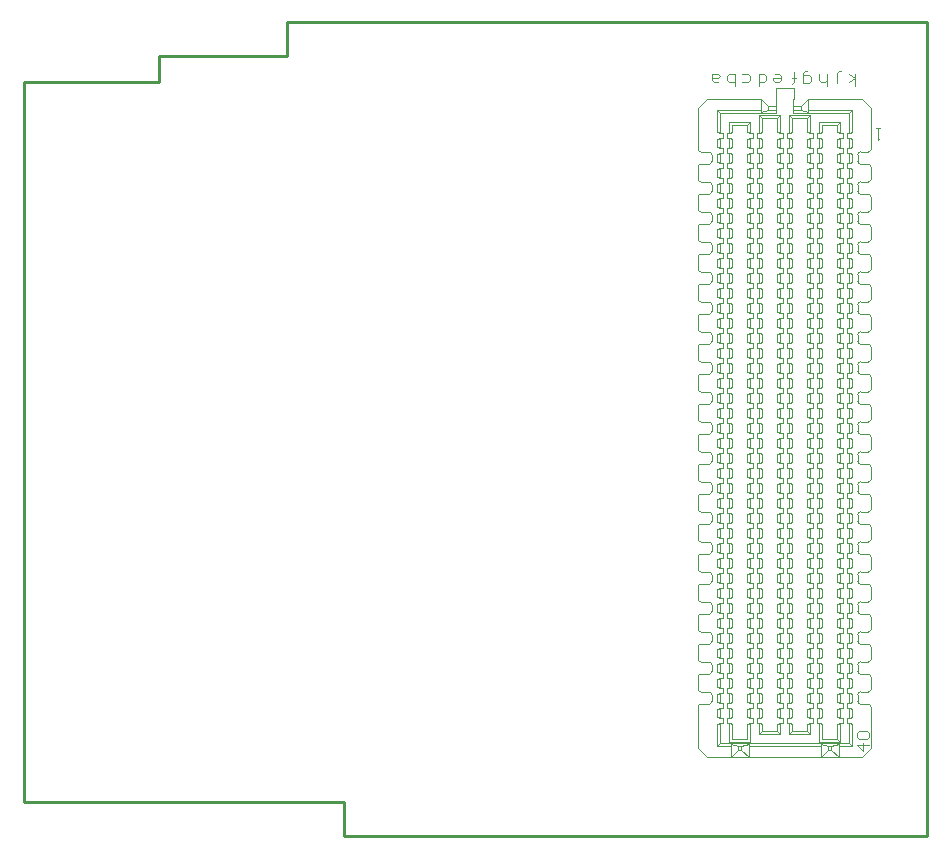
<source format=gbr>
G04 Layer_Color=8388736*
%FSLAX26Y26*%
%MOIN*%
%TF.FileFunction,Mechanical*%
%TF.Part,Single*%
G01*
G75*
%TA.AperFunction,NonConductor*%
%ADD55C,0.010000*%
%ADD89C,0.004724*%
%ADD109C,0.003937*%
D55*
X4740000Y5650000D02*
Y8050000D01*
X5190000D01*
Y8135000D01*
X5615000D01*
Y8250000D01*
X7750000D01*
Y5535000D02*
Y8250000D01*
X5805000Y5535000D02*
X7750000D01*
X4740000Y5650000D02*
X5805000D01*
Y5535000D02*
Y5650000D01*
D89*
X7592824Y7895669D02*
X7579705D01*
X7586264D01*
Y7856311D01*
X7592824Y7862871D01*
X7555000Y5839678D02*
X7515643D01*
X7535321Y5819999D01*
Y5846238D01*
X7522202Y5859357D02*
X7515643Y5865917D01*
Y5879036D01*
X7522202Y5885595D01*
X7548440D01*
X7555000Y5879036D01*
Y5865917D01*
X7548440Y5859357D01*
X7522202D01*
X7507824Y8075669D02*
Y8036311D01*
Y8062550D02*
X7488145Y8049431D01*
X7507824Y8062550D02*
X7488145Y8075669D01*
X7462824Y8083788D02*
X7456264D01*
X7449705Y8077228D01*
Y8044431D01*
X7349705Y8083788D02*
X7343145D01*
X7336586Y8077228D01*
Y8044431D01*
X7356264D01*
X7362824Y8050990D01*
Y8064109D01*
X7356264Y8070669D01*
X7336586D01*
X7415000Y8035642D02*
Y8074999D01*
Y8055321D01*
X7408440Y8048761D01*
X7395321D01*
X7388762Y8055321D01*
Y8074999D01*
X7306264Y8080669D02*
Y8047871D01*
Y8060990D01*
X7312824D01*
X7299705D01*
X7306264D01*
Y8047871D01*
X7299705Y8041311D01*
X7243244Y8074107D02*
X7256363D01*
X7262923Y8067547D01*
Y8054428D01*
X7256363Y8047869D01*
X7243244D01*
X7236685Y8054428D01*
Y8060988D01*
X7262923D01*
X7187948Y8036311D02*
Y8075669D01*
X7207627D01*
X7214187Y8069109D01*
Y8055990D01*
X7207627Y8049431D01*
X7187948D01*
X7133762Y8048761D02*
X7153440D01*
X7160000Y8055321D01*
Y8068440D01*
X7153440Y8074999D01*
X7133762D01*
X7110000Y8035642D02*
Y8074999D01*
X7090321D01*
X7083762Y8068440D01*
Y8061880D01*
Y8055321D01*
X7090321Y8048761D01*
X7110000D01*
X7053440D02*
X7040321D01*
X7033762Y8055321D01*
Y8074999D01*
X7053440D01*
X7060000Y8068440D01*
X7053440Y8061880D01*
X7033762D01*
D109*
X7564000Y5963999D02*
G03*
X7554000Y5973999I-10000J0D01*
G01*
Y7816000D02*
G03*
X7564000Y7826000I0J10000D01*
G01*
X7518000Y5983999D02*
G03*
X7528000Y5973999I10000J0D01*
G01*
Y7816000D02*
G03*
X7518000Y7806000I0J-10000D01*
G01*
X7528000Y6015999D02*
G03*
X7518000Y6005999I0J-10000D01*
G01*
Y7784000D02*
G03*
X7528000Y7774000I10000J0D01*
G01*
X7554000Y6015999D02*
G03*
X7564000Y6025999I0J10000D01*
G01*
Y7764000D02*
G03*
X7554000Y7774000I-10000J0D01*
G01*
X7564000Y6063999D02*
G03*
X7554000Y6073999I-10000J0D01*
G01*
Y7716000D02*
G03*
X7564000Y7726000I0J10000D01*
G01*
X7518000Y6083999D02*
G03*
X7528000Y6073999I10000J0D01*
G01*
Y7716000D02*
G03*
X7518000Y7706000I0J-10000D01*
G01*
X7528000Y6115999D02*
G03*
X7518000Y6105999I0J-10000D01*
G01*
Y7684000D02*
G03*
X7528000Y7674000I10000J0D01*
G01*
X7554000Y6115999D02*
G03*
X7564000Y6125999I0J10000D01*
G01*
Y7664000D02*
G03*
X7554000Y7674000I-10000J0D01*
G01*
X7564000Y6163999D02*
G03*
X7554000Y6173999I-10000J0D01*
G01*
Y7616000D02*
G03*
X7564000Y7626000I0J10000D01*
G01*
X7518000Y6183999D02*
G03*
X7528000Y6173999I10000J0D01*
G01*
Y7616000D02*
G03*
X7518000Y7606000I0J-10000D01*
G01*
X7528000Y6215999D02*
G03*
X7518000Y6205999I0J-10000D01*
G01*
Y7584000D02*
G03*
X7528000Y7574000I10000J0D01*
G01*
X7554000Y6215999D02*
G03*
X7564000Y6225999I0J10000D01*
G01*
Y7564000D02*
G03*
X7554000Y7574000I-10000J0D01*
G01*
X7564000Y6263999D02*
G03*
X7554000Y6273999I-10000J0D01*
G01*
Y7516000D02*
G03*
X7564000Y7526000I0J10000D01*
G01*
X7518000Y6283999D02*
G03*
X7528000Y6273999I10000J0D01*
G01*
Y7516000D02*
G03*
X7518000Y7506000I0J-10000D01*
G01*
X7528000Y6315999D02*
G03*
X7518000Y6305999I0J-10000D01*
G01*
Y7484000D02*
G03*
X7528000Y7474000I10000J0D01*
G01*
X7554000Y6315999D02*
G03*
X7564000Y6325999I0J10000D01*
G01*
Y7464000D02*
G03*
X7554000Y7474000I-10000J0D01*
G01*
X7564000Y6363999D02*
G03*
X7554000Y6373999I-10000J0D01*
G01*
Y7416000D02*
G03*
X7564000Y7426000I0J10000D01*
G01*
X7518000Y6383999D02*
G03*
X7528000Y6373999I10000J0D01*
G01*
Y7416000D02*
G03*
X7518000Y7406000I0J-10000D01*
G01*
X7528000Y6415999D02*
G03*
X7518000Y6405999I0J-10000D01*
G01*
Y7384000D02*
G03*
X7528000Y7374000I10000J0D01*
G01*
X7554000Y6415999D02*
G03*
X7564000Y6425999I0J10000D01*
G01*
Y7364000D02*
G03*
X7554000Y7374000I-10000J0D01*
G01*
X7564000Y6463999D02*
G03*
X7554000Y6473999I-10000J0D01*
G01*
Y7316000D02*
G03*
X7564000Y7326000I0J10000D01*
G01*
X7518000Y6483999D02*
G03*
X7528000Y6473999I10000J0D01*
G01*
Y7316000D02*
G03*
X7518000Y7306000I0J-10000D01*
G01*
X7528000Y6515999D02*
G03*
X7518000Y6505999I0J-10000D01*
G01*
Y7284000D02*
G03*
X7528000Y7274000I10000J0D01*
G01*
X7554000Y6515999D02*
G03*
X7564000Y6525999I0J10000D01*
G01*
Y7264000D02*
G03*
X7554000Y7274000I-10000J0D01*
G01*
X7564000Y6563999D02*
G03*
X7554000Y6573999I-10000J0D01*
G01*
Y7216000D02*
G03*
X7564000Y7226000I0J10000D01*
G01*
X7518000Y6583999D02*
G03*
X7528000Y6573999I10000J0D01*
G01*
Y7216000D02*
G03*
X7518000Y7206000I0J-10000D01*
G01*
X7528000Y6615999D02*
G03*
X7518000Y6605999I0J-10000D01*
G01*
Y7184000D02*
G03*
X7528000Y7174000I10000J0D01*
G01*
X7554000Y6615999D02*
G03*
X7564000Y6625999I0J10000D01*
G01*
Y7164000D02*
G03*
X7554000Y7174000I-10000J0D01*
G01*
X7564000Y6663999D02*
G03*
X7554000Y6673999I-10000J0D01*
G01*
Y7116000D02*
G03*
X7564000Y7126000I0J10000D01*
G01*
X7518000Y6683999D02*
G03*
X7528000Y6673999I10000J0D01*
G01*
Y7116000D02*
G03*
X7518000Y7106000I0J-10000D01*
G01*
X7528000Y6715999D02*
G03*
X7518000Y6705999I0J-10000D01*
G01*
Y7084000D02*
G03*
X7528000Y7074000I10000J0D01*
G01*
X7554000Y6715999D02*
G03*
X7564000Y6725999I0J10000D01*
G01*
Y7064000D02*
G03*
X7554000Y7074000I-10000J0D01*
G01*
X7564000Y6763999D02*
G03*
X7554000Y6773999I-10000J0D01*
G01*
Y7016000D02*
G03*
X7564000Y7026000I0J10000D01*
G01*
X7518000Y6783999D02*
G03*
X7528000Y6773999I10000J0D01*
G01*
Y7016000D02*
G03*
X7518000Y7006000I0J-10000D01*
G01*
X7528000Y6815999D02*
G03*
X7518000Y6805999I0J-10000D01*
G01*
Y6983999D02*
G03*
X7528000Y6973999I10000J0D01*
G01*
X7554000Y6815999D02*
G03*
X7564000Y6825999I0J10000D01*
G01*
Y6963999D02*
G03*
X7554000Y6973999I-10000J0D01*
G01*
X7564000Y6863999D02*
G03*
X7554000Y6873999I-10000J0D01*
G01*
Y6915999D02*
G03*
X7564000Y6925999I0J10000D01*
G01*
X7518000Y6883999D02*
G03*
X7528000Y6873999I10000J0D01*
G01*
Y6915999D02*
G03*
X7518000Y6905999I0J-10000D01*
G01*
X6986000Y7826000D02*
G03*
X6996000Y7816000I10000J0D01*
G01*
X7032000Y7806000D02*
G03*
X7022000Y7816000I-10000J0D01*
G01*
Y7774000D02*
G03*
X7032000Y7784000I0J10000D01*
G01*
X6996000Y5973999D02*
G03*
X6986000Y5963999I0J-10000D01*
G01*
X6996000Y7774000D02*
G03*
X6986000Y7764000I0J-10000D01*
G01*
X7022000Y5973999D02*
G03*
X7032000Y5983999I0J10000D01*
G01*
X6986000Y7726000D02*
G03*
X6996000Y7716000I10000J0D01*
G01*
X7032000Y6005999D02*
G03*
X7022000Y6015999I-10000J0D01*
G01*
X7032000Y7706000D02*
G03*
X7022000Y7716000I-10000J0D01*
G01*
X6986000Y6025999D02*
G03*
X6996000Y6015999I10000J0D01*
G01*
X7022000Y7674000D02*
G03*
X7032000Y7684000I0J10000D01*
G01*
X6996000Y6073999D02*
G03*
X6986000Y6063999I0J-10000D01*
G01*
X6996000Y7674000D02*
G03*
X6986000Y7664000I0J-10000D01*
G01*
X7022000Y6073999D02*
G03*
X7032000Y6083999I0J10000D01*
G01*
X6986000Y7626000D02*
G03*
X6996000Y7616000I10000J0D01*
G01*
X7032000Y6105999D02*
G03*
X7022000Y6115999I-10000J0D01*
G01*
X7032000Y7606000D02*
G03*
X7022000Y7616000I-10000J0D01*
G01*
X6986000Y6125999D02*
G03*
X6996000Y6115999I10000J0D01*
G01*
X7022000Y7574000D02*
G03*
X7032000Y7584000I0J10000D01*
G01*
X6996000Y6173999D02*
G03*
X6986000Y6163999I0J-10000D01*
G01*
X6996000Y7574000D02*
G03*
X6986000Y7564000I0J-10000D01*
G01*
X7022000Y6173999D02*
G03*
X7032000Y6183999I0J10000D01*
G01*
X6986000Y7526000D02*
G03*
X6996000Y7516000I10000J0D01*
G01*
X7032000Y6205999D02*
G03*
X7022000Y6215999I-10000J0D01*
G01*
X7032000Y7506000D02*
G03*
X7022000Y7516000I-10000J0D01*
G01*
X6986000Y6225999D02*
G03*
X6996000Y6215999I10000J0D01*
G01*
X7022000Y7474000D02*
G03*
X7032000Y7484000I0J10000D01*
G01*
X6996000Y6273999D02*
G03*
X6986000Y6263999I0J-10000D01*
G01*
X6996000Y7474000D02*
G03*
X6986000Y7464000I0J-10000D01*
G01*
X7022000Y6273999D02*
G03*
X7032000Y6283999I0J10000D01*
G01*
X6986000Y7426000D02*
G03*
X6996000Y7416000I10000J0D01*
G01*
X7032000Y6305999D02*
G03*
X7022000Y6315999I-10000J0D01*
G01*
X7032000Y7406000D02*
G03*
X7022000Y7416000I-10000J0D01*
G01*
X6986000Y6325999D02*
G03*
X6996000Y6315999I10000J0D01*
G01*
X7022000Y7374000D02*
G03*
X7032000Y7384000I0J10000D01*
G01*
X6996000Y6373999D02*
G03*
X6986000Y6363999I0J-10000D01*
G01*
X6996000Y7374000D02*
G03*
X6986000Y7364000I0J-10000D01*
G01*
X7022000Y6373999D02*
G03*
X7032000Y6383999I0J10000D01*
G01*
X6986000Y7326000D02*
G03*
X6996000Y7316000I10000J0D01*
G01*
X7032000Y6405999D02*
G03*
X7022000Y6415999I-10000J0D01*
G01*
X7032000Y7306000D02*
G03*
X7022000Y7316000I-10000J0D01*
G01*
X6986000Y6425999D02*
G03*
X6996000Y6415999I10000J0D01*
G01*
X7022000Y7274000D02*
G03*
X7032000Y7284000I0J10000D01*
G01*
X6996000Y6473999D02*
G03*
X6986000Y6463999I0J-10000D01*
G01*
X6996000Y7274000D02*
G03*
X6986000Y7264000I0J-10000D01*
G01*
X7022000Y6473999D02*
G03*
X7032000Y6483999I0J10000D01*
G01*
X6986000Y7226000D02*
G03*
X6996000Y7216000I10000J0D01*
G01*
X7032000Y6505999D02*
G03*
X7022000Y6515999I-10000J0D01*
G01*
X7032000Y7206000D02*
G03*
X7022000Y7216000I-10000J0D01*
G01*
X6986000Y6525999D02*
G03*
X6996000Y6515999I10000J0D01*
G01*
X7022000Y7174000D02*
G03*
X7032000Y7184000I0J10000D01*
G01*
X6996000Y6573999D02*
G03*
X6986000Y6563999I0J-10000D01*
G01*
X6996000Y7174000D02*
G03*
X6986000Y7164000I0J-10000D01*
G01*
X7022000Y6573999D02*
G03*
X7032000Y6583999I0J10000D01*
G01*
X6986000Y7126000D02*
G03*
X6996000Y7116000I10000J0D01*
G01*
X7032000Y6605999D02*
G03*
X7022000Y6615999I-10000J0D01*
G01*
X7032000Y7106000D02*
G03*
X7022000Y7116000I-10000J0D01*
G01*
X6986000Y6625999D02*
G03*
X6996000Y6615999I10000J0D01*
G01*
X7022000Y7074000D02*
G03*
X7032000Y7084000I0J10000D01*
G01*
X6996000Y6673999D02*
G03*
X6986000Y6663999I0J-10000D01*
G01*
X6996000Y7074000D02*
G03*
X6986000Y7064000I0J-10000D01*
G01*
X7022000Y6673999D02*
G03*
X7032000Y6683999I0J10000D01*
G01*
X6986000Y7026000D02*
G03*
X6996000Y7016000I10000J0D01*
G01*
X7032000Y6705999D02*
G03*
X7022000Y6715999I-10000J0D01*
G01*
X7032000Y7006000D02*
G03*
X7022000Y7016000I-10000J0D01*
G01*
X6986000Y6725999D02*
G03*
X6996000Y6715999I10000J0D01*
G01*
X7022000Y6973999D02*
G03*
X7032000Y6983999I0J10000D01*
G01*
X6996000Y6773999D02*
G03*
X6986000Y6763999I0J-10000D01*
G01*
X6996000Y6973999D02*
G03*
X6986000Y6963999I0J-10000D01*
G01*
X7022000Y6773999D02*
G03*
X7032000Y6783999I0J10000D01*
G01*
X6986000Y6925999D02*
G03*
X6996000Y6915999I10000J0D01*
G01*
X7032000Y6805999D02*
G03*
X7022000Y6815999I-10000J0D01*
G01*
X7032000Y6905999D02*
G03*
X7022000Y6915999I-10000J0D01*
G01*
X6986000Y6825999D02*
G03*
X6996000Y6815999I10000J0D01*
G01*
X7022000Y6873999D02*
G03*
X7032000Y6883999I0J10000D01*
G01*
X6996000Y6873999D02*
G03*
X6986000Y6863999I0J-10000D01*
G01*
X7022000Y7774000D02*
G03*
X7032000Y7784000I0J10000D01*
G01*
Y7806000D02*
G03*
X7022000Y7816000I-10000J0D01*
G01*
X7518000Y7784000D02*
G03*
X7528000Y7774000I10000J0D01*
G01*
Y7816000D02*
G03*
X7518000Y7806000I0J-10000D01*
G01*
X7022000Y7674000D02*
G03*
X7032000Y7684000I0J10000D01*
G01*
Y7706000D02*
G03*
X7022000Y7716000I-10000J0D01*
G01*
X7518000Y7684000D02*
G03*
X7528000Y7674000I10000J0D01*
G01*
Y7716000D02*
G03*
X7518000Y7706000I0J-10000D01*
G01*
X7022000Y7574000D02*
G03*
X7032000Y7584000I0J10000D01*
G01*
Y7606000D02*
G03*
X7022000Y7616000I-10000J0D01*
G01*
X7518000Y7584000D02*
G03*
X7528000Y7574000I10000J0D01*
G01*
Y7616000D02*
G03*
X7518000Y7606000I0J-10000D01*
G01*
X7022000Y7474000D02*
G03*
X7032000Y7484000I0J10000D01*
G01*
Y7506000D02*
G03*
X7022000Y7516000I-10000J0D01*
G01*
X7518000Y7484000D02*
G03*
X7528000Y7474000I10000J0D01*
G01*
Y7516000D02*
G03*
X7518000Y7506000I0J-10000D01*
G01*
X7022000Y7374000D02*
G03*
X7032000Y7384000I0J10000D01*
G01*
Y7406000D02*
G03*
X7022000Y7416000I-10000J0D01*
G01*
X7518000Y7384000D02*
G03*
X7528000Y7374000I10000J0D01*
G01*
Y7416000D02*
G03*
X7518000Y7406000I0J-10000D01*
G01*
X7022000Y7274000D02*
G03*
X7032000Y7284000I0J10000D01*
G01*
Y7306000D02*
G03*
X7022000Y7316000I-10000J0D01*
G01*
X7518000Y7284000D02*
G03*
X7528000Y7274000I10000J0D01*
G01*
Y7316000D02*
G03*
X7518000Y7306000I0J-10000D01*
G01*
X7022000Y7174000D02*
G03*
X7032000Y7184000I0J10000D01*
G01*
Y7206000D02*
G03*
X7022000Y7216000I-10000J0D01*
G01*
X7518000Y7184000D02*
G03*
X7528000Y7174000I10000J0D01*
G01*
Y7216000D02*
G03*
X7518000Y7206000I0J-10000D01*
G01*
X7022000Y7074000D02*
G03*
X7032000Y7084000I0J10000D01*
G01*
Y7106000D02*
G03*
X7022000Y7116000I-10000J0D01*
G01*
X7518000Y7084000D02*
G03*
X7528000Y7074000I10000J0D01*
G01*
Y7116000D02*
G03*
X7518000Y7106000I0J-10000D01*
G01*
X7022000Y6973999D02*
G03*
X7032000Y6983999I0J10000D01*
G01*
Y7006000D02*
G03*
X7022000Y7016000I-10000J0D01*
G01*
X7518000Y6983999D02*
G03*
X7528000Y6973999I10000J0D01*
G01*
Y7016000D02*
G03*
X7518000Y7006000I0J-10000D01*
G01*
X7022000Y6873999D02*
G03*
X7032000Y6883999I0J10000D01*
G01*
Y6905999D02*
G03*
X7022000Y6915999I-10000J0D01*
G01*
X7518000Y6883999D02*
G03*
X7528000Y6873999I10000J0D01*
G01*
Y6915999D02*
G03*
X7518000Y6905999I0J-10000D01*
G01*
X7022000Y6773999D02*
G03*
X7032000Y6783999I0J10000D01*
G01*
Y6805999D02*
G03*
X7022000Y6815999I-10000J0D01*
G01*
X7518000Y6783999D02*
G03*
X7528000Y6773999I10000J0D01*
G01*
Y6815999D02*
G03*
X7518000Y6805999I0J-10000D01*
G01*
X7022000Y6673999D02*
G03*
X7032000Y6683999I0J10000D01*
G01*
Y6705999D02*
G03*
X7022000Y6715999I-10000J0D01*
G01*
X7518000Y6683999D02*
G03*
X7528000Y6673999I10000J0D01*
G01*
Y6715999D02*
G03*
X7518000Y6705999I0J-10000D01*
G01*
X7022000Y6573999D02*
G03*
X7032000Y6583999I0J10000D01*
G01*
Y6605999D02*
G03*
X7022000Y6615999I-10000J0D01*
G01*
X7518000Y6583999D02*
G03*
X7528000Y6573999I10000J0D01*
G01*
Y6615999D02*
G03*
X7518000Y6605999I0J-10000D01*
G01*
X7022000Y6473999D02*
G03*
X7032000Y6483999I0J10000D01*
G01*
Y6505999D02*
G03*
X7022000Y6515999I-10000J0D01*
G01*
X7518000Y6483999D02*
G03*
X7528000Y6473999I10000J0D01*
G01*
Y6515999D02*
G03*
X7518000Y6505999I0J-10000D01*
G01*
X7022000Y6373999D02*
G03*
X7032000Y6383999I0J10000D01*
G01*
Y6405999D02*
G03*
X7022000Y6415999I-10000J0D01*
G01*
X7518000Y6383999D02*
G03*
X7528000Y6373999I10000J0D01*
G01*
Y6415999D02*
G03*
X7518000Y6405999I0J-10000D01*
G01*
X7022000Y6273999D02*
G03*
X7032000Y6283999I0J10000D01*
G01*
Y6305999D02*
G03*
X7022000Y6315999I-10000J0D01*
G01*
X7518000Y6283999D02*
G03*
X7528000Y6273999I10000J0D01*
G01*
Y6315999D02*
G03*
X7518000Y6305999I0J-10000D01*
G01*
X7022000Y6173999D02*
G03*
X7032000Y6183999I0J10000D01*
G01*
Y6205999D02*
G03*
X7022000Y6215999I-10000J0D01*
G01*
X7518000Y6183999D02*
G03*
X7528000Y6173999I10000J0D01*
G01*
Y6215999D02*
G03*
X7518000Y6205999I0J-10000D01*
G01*
X7022000Y6073999D02*
G03*
X7032000Y6083999I0J10000D01*
G01*
Y6105999D02*
G03*
X7022000Y6115999I-10000J0D01*
G01*
X7518000Y6083999D02*
G03*
X7528000Y6073999I10000J0D01*
G01*
Y6115999D02*
G03*
X7518000Y6105999I0J-10000D01*
G01*
X7022000Y5973999D02*
G03*
X7032000Y5983999I0J10000D01*
G01*
Y6005999D02*
G03*
X7022000Y6015999I-10000J0D01*
G01*
X7518000Y5983999D02*
G03*
X7528000Y5973999I10000J0D01*
G01*
Y6015999D02*
G03*
X7518000Y6005999I0J-10000D01*
G01*
X7354000Y7993000D02*
X7534000D01*
Y5796999D02*
X7564000Y5826999D01*
X7534000Y7993000D02*
X7564000Y7963000D01*
Y5826999D02*
Y5963999D01*
Y7826000D02*
Y7963000D01*
X7528000Y5973999D02*
X7554000D01*
X7528000Y7816000D02*
X7554000D01*
X7518000Y5983999D02*
Y6005999D01*
Y7784000D02*
Y7806000D01*
X7528000Y6015999D02*
X7554000D01*
X7528000Y7774000D02*
X7554000D01*
X7564000Y6025999D02*
Y6063999D01*
Y7726000D02*
Y7764000D01*
X7528000Y6073999D02*
X7554000D01*
X7528000Y7716000D02*
X7554000D01*
X7518000Y6083999D02*
Y6105999D01*
Y7684000D02*
Y7706000D01*
X7528000Y6115999D02*
X7554000D01*
X7528000Y7674000D02*
X7554000D01*
X7564000Y6125999D02*
Y6163999D01*
Y7626000D02*
Y7664000D01*
X7528000Y6173999D02*
X7554000D01*
X7528000Y7616000D02*
X7554000D01*
X7518000Y6183999D02*
Y6205999D01*
Y7584000D02*
Y7606000D01*
X7528000Y6215999D02*
X7554000D01*
X7528000Y7574000D02*
X7554000D01*
X7564000Y6225999D02*
Y6263999D01*
Y7526000D02*
Y7564000D01*
X7528000Y6273999D02*
X7554000D01*
X7528000Y7516000D02*
X7554000D01*
X7518000Y6283999D02*
Y6305999D01*
Y7484000D02*
Y7506000D01*
X7528000Y6315999D02*
X7554000D01*
X7528000Y7474000D02*
X7554000D01*
X7564000Y6325999D02*
Y6363999D01*
Y7426000D02*
Y7464000D01*
X7528000Y6373999D02*
X7554000D01*
X7528000Y7416000D02*
X7554000D01*
X7518000Y6383999D02*
Y6405999D01*
Y7384000D02*
Y7406000D01*
X7528000Y6415999D02*
X7554000D01*
X7528000Y7374000D02*
X7554000D01*
X7564000Y6425999D02*
Y6463999D01*
Y7326000D02*
Y7364000D01*
X7528000Y6473999D02*
X7554000D01*
X7528000Y7316000D02*
X7554000D01*
X7518000Y6483999D02*
Y6505999D01*
Y7284000D02*
Y7306000D01*
X7528000Y6515999D02*
X7554000D01*
X7528000Y7274000D02*
X7554000D01*
X7564000Y6525999D02*
Y6563999D01*
Y7226000D02*
Y7264000D01*
X7528000Y6573999D02*
X7554000D01*
X7528000Y7216000D02*
X7554000D01*
X7518000Y6583999D02*
Y6605999D01*
Y7184000D02*
Y7206000D01*
X7528000Y6615999D02*
X7554000D01*
X7528000Y7174000D02*
X7554000D01*
X7564000Y6625999D02*
Y6663999D01*
Y7126000D02*
Y7164000D01*
X7528000Y6673999D02*
X7554000D01*
X7528000Y7116000D02*
X7554000D01*
X7518000Y6683999D02*
Y6705999D01*
Y7084000D02*
Y7106000D01*
X7528000Y6715999D02*
X7554000D01*
X7528000Y7074000D02*
X7554000D01*
X7564000Y6725999D02*
Y6763999D01*
Y7026000D02*
Y7064000D01*
X7528000Y6773999D02*
X7554000D01*
X7528000Y7016000D02*
X7554000D01*
X7518000Y6783999D02*
Y6805999D01*
Y6983999D02*
Y7006000D01*
X7528000Y6815999D02*
X7554000D01*
X7528000Y6973999D02*
X7554000D01*
X7564000Y6825999D02*
Y6863999D01*
Y6925999D02*
Y6963999D01*
X7528000Y6873999D02*
X7554000D01*
X7528000Y6915999D02*
X7554000D01*
X7518000Y6883999D02*
Y6905999D01*
X7016000Y7993000D02*
X7196000D01*
X6986000Y7963000D02*
X7016000Y7993000D01*
X6986000Y7826000D02*
Y7963000D01*
X7095000Y5796999D02*
Y5833999D01*
X6996000Y7816000D02*
X7022000D01*
X7016000Y5796999D02*
X7095000D01*
X6986000Y5826999D02*
X7016000Y5796999D01*
X7032000Y7784000D02*
Y7806000D01*
X6986000Y5826999D02*
Y5963999D01*
X6996000Y7774000D02*
X7022000D01*
X6996000Y5973999D02*
X7022000D01*
X6986000Y7726000D02*
Y7764000D01*
X7032000Y5983999D02*
Y6005999D01*
X6996000Y7716000D02*
X7022000D01*
X6996000Y6015999D02*
X7022000D01*
X7032000Y7684000D02*
Y7706000D01*
X6986000Y6025999D02*
Y6063999D01*
X6996000Y7674000D02*
X7022000D01*
X6996000Y6073999D02*
X7022000D01*
X6986000Y7626000D02*
Y7664000D01*
X7032000Y6083999D02*
Y6105999D01*
X6996000Y7616000D02*
X7022000D01*
X6996000Y6115999D02*
X7022000D01*
X7032000Y7584000D02*
Y7606000D01*
X6986000Y6125999D02*
Y6163999D01*
X6996000Y7574000D02*
X7022000D01*
X6996000Y6173999D02*
X7022000D01*
X6986000Y7526000D02*
Y7564000D01*
X7032000Y6183999D02*
Y6205999D01*
X6996000Y7516000D02*
X7022000D01*
X6996000Y6215999D02*
X7022000D01*
X7032000Y7484000D02*
Y7506000D01*
X6986000Y6225999D02*
Y6263999D01*
X6996000Y7474000D02*
X7022000D01*
X6996000Y6273999D02*
X7022000D01*
X6986000Y7426000D02*
Y7464000D01*
X7032000Y6283999D02*
Y6305999D01*
X6996000Y7416000D02*
X7022000D01*
X6996000Y6315999D02*
X7022000D01*
X7032000Y7384000D02*
Y7406000D01*
X6986000Y6325999D02*
Y6363999D01*
X6996000Y7374000D02*
X7022000D01*
X6996000Y6373999D02*
X7022000D01*
X6986000Y7326000D02*
Y7364000D01*
X7032000Y6383999D02*
Y6405999D01*
X6996000Y7316000D02*
X7022000D01*
X6996000Y6415999D02*
X7022000D01*
X7032000Y7284000D02*
Y7306000D01*
X6986000Y6425999D02*
Y6463999D01*
X6996000Y7274000D02*
X7022000D01*
X6996000Y6473999D02*
X7022000D01*
X6986000Y7226000D02*
Y7264000D01*
X7032000Y6483999D02*
Y6505999D01*
X6996000Y7216000D02*
X7022000D01*
X6996000Y6515999D02*
X7022000D01*
X7032000Y7184000D02*
Y7206000D01*
X6986000Y6525999D02*
Y6563999D01*
X6996000Y7174000D02*
X7022000D01*
X6996000Y6573999D02*
X7022000D01*
X6986000Y7126000D02*
Y7164000D01*
X7032000Y6583999D02*
Y6605999D01*
X6996000Y7116000D02*
X7022000D01*
X6996000Y6615999D02*
X7022000D01*
X7032000Y7084000D02*
Y7106000D01*
X6986000Y6625999D02*
Y6663999D01*
X6996000Y7074000D02*
X7022000D01*
X6996000Y6673999D02*
X7022000D01*
X6986000Y7026000D02*
Y7064000D01*
X7032000Y6683999D02*
Y6705999D01*
X6996000Y7016000D02*
X7022000D01*
X6996000Y6715999D02*
X7022000D01*
X7032000Y6983999D02*
Y7006000D01*
X6986000Y6725999D02*
Y6763999D01*
X6996000Y6973999D02*
X7022000D01*
X6996000Y6773999D02*
X7022000D01*
X6986000Y6925999D02*
Y6963999D01*
X7032000Y6783999D02*
Y6805999D01*
X6996000Y6915999D02*
X7022000D01*
X6996000Y6815999D02*
X7022000D01*
X7032000Y6883999D02*
Y6905999D01*
X6986000Y6825999D02*
Y6863999D01*
X6996000Y6873999D02*
X7022000D01*
X7395000Y5842570D02*
X7420000Y5833999D01*
X7430000D01*
X7455000Y5842570D01*
X7095000D02*
X7120000Y5833999D01*
X7130000D01*
X7155000Y5842570D01*
Y5796999D02*
Y5842570D01*
X7130000Y5821999D02*
X7155000Y5796999D01*
X7095000D02*
X7120000Y5821999D01*
X7130000D01*
X7155000Y5796999D01*
X7095000Y5842570D02*
X7120000Y5833999D01*
X7095000Y5796999D02*
Y5842570D01*
X7120000Y5821999D02*
Y5833999D01*
X7095000Y5796999D02*
X7120000Y5821999D01*
X7430000Y5833999D02*
X7455000Y5842570D01*
X7430000Y5821999D02*
Y5833999D01*
Y5821999D02*
X7455000Y5796999D01*
X7395000D02*
X7420000Y5821999D01*
X7430000D01*
X7455000Y5796999D01*
X7395000Y5842570D02*
X7420000Y5833999D01*
Y5821999D02*
Y5833999D01*
X7395000Y5796999D02*
X7420000Y5821999D01*
X7120000Y5833999D02*
X7130000D01*
X7120000Y5821999D02*
Y5833999D01*
X7130000Y5821999D02*
Y5833999D01*
X7120000Y5821999D02*
X7130000D01*
X7095000Y5796999D02*
Y5843999D01*
Y5796999D02*
Y5833999D01*
X7155000Y5796999D02*
Y5843999D01*
Y5796999D02*
Y5833999D01*
X7420000D02*
X7430000D01*
X7420000Y5821999D02*
Y5833999D01*
X7430000Y5821999D02*
Y5833999D01*
X7420000Y5821999D02*
X7430000D01*
X6996000Y7816000D02*
X7022000D01*
X6996000Y7774000D02*
X7022000D01*
X7032000Y7784000D02*
Y7806000D01*
X7518000Y7784000D02*
Y7806000D01*
X7528000Y7774000D02*
X7554000D01*
X7528000Y7816000D02*
X7554000D01*
X6996000Y7716000D02*
X7022000D01*
X6996000Y7674000D02*
X7022000D01*
X7032000Y7684000D02*
Y7706000D01*
X7518000Y7684000D02*
Y7706000D01*
X7528000Y7674000D02*
X7554000D01*
X7528000Y7716000D02*
X7554000D01*
X6996000Y7616000D02*
X7022000D01*
X6996000Y7574000D02*
X7022000D01*
X7032000Y7584000D02*
Y7606000D01*
X7518000Y7584000D02*
Y7606000D01*
X7528000Y7574000D02*
X7554000D01*
X7528000Y7616000D02*
X7554000D01*
X6996000Y7516000D02*
X7022000D01*
X6996000Y7474000D02*
X7022000D01*
X7032000Y7484000D02*
Y7506000D01*
X7518000Y7484000D02*
Y7506000D01*
X7528000Y7474000D02*
X7554000D01*
X7528000Y7516000D02*
X7554000D01*
X6996000Y7416000D02*
X7022000D01*
X6996000Y7374000D02*
X7022000D01*
X7032000Y7384000D02*
Y7406000D01*
X7518000Y7384000D02*
Y7406000D01*
X7528000Y7374000D02*
X7554000D01*
X7528000Y7416000D02*
X7554000D01*
X6996000Y7316000D02*
X7022000D01*
X6996000Y7274000D02*
X7022000D01*
X7032000Y7284000D02*
Y7306000D01*
X7518000Y7284000D02*
Y7306000D01*
X7528000Y7274000D02*
X7554000D01*
X7528000Y7316000D02*
X7554000D01*
X6996000Y7216000D02*
X7022000D01*
X6996000Y7174000D02*
X7022000D01*
X7032000Y7184000D02*
Y7206000D01*
X7518000Y7184000D02*
Y7206000D01*
X7528000Y7174000D02*
X7554000D01*
X7528000Y7216000D02*
X7554000D01*
X6996000Y7116000D02*
X7022000D01*
X6996000Y7074000D02*
X7022000D01*
X7032000Y7084000D02*
Y7106000D01*
X7518000Y7084000D02*
Y7106000D01*
X7528000Y7074000D02*
X7554000D01*
X7528000Y7116000D02*
X7554000D01*
X6996000Y7016000D02*
X7022000D01*
X6996000Y6973999D02*
X7022000D01*
X7032000Y6983999D02*
Y7006000D01*
X7518000Y6983999D02*
Y7006000D01*
X7528000Y6973999D02*
X7554000D01*
X7528000Y7016000D02*
X7554000D01*
X6996000Y6915999D02*
X7022000D01*
X6996000Y6873999D02*
X7022000D01*
X7032000Y6883999D02*
Y6905999D01*
X7518000Y6883999D02*
Y6905999D01*
X7528000Y6873999D02*
X7554000D01*
X7528000Y6915999D02*
X7554000D01*
X6996000Y6815999D02*
X7022000D01*
X6996000Y6773999D02*
X7022000D01*
X7032000Y6783999D02*
Y6805999D01*
X7518000Y6783999D02*
Y6805999D01*
X7528000Y6773999D02*
X7554000D01*
X7528000Y6815999D02*
X7554000D01*
X6996000Y6715999D02*
X7022000D01*
X6996000Y6673999D02*
X7022000D01*
X7032000Y6683999D02*
Y6705999D01*
X7518000Y6683999D02*
Y6705999D01*
X7528000Y6673999D02*
X7554000D01*
X7528000Y6715999D02*
X7554000D01*
X6996000Y6615999D02*
X7022000D01*
X6996000Y6573999D02*
X7022000D01*
X7032000Y6583999D02*
Y6605999D01*
X7518000Y6583999D02*
Y6605999D01*
X7528000Y6573999D02*
X7554000D01*
X7528000Y6615999D02*
X7554000D01*
X6996000Y6515999D02*
X7022000D01*
X6996000Y6473999D02*
X7022000D01*
X7032000Y6483999D02*
Y6505999D01*
X7518000Y6483999D02*
Y6505999D01*
X7528000Y6473999D02*
X7554000D01*
X7528000Y6515999D02*
X7554000D01*
X6996000Y6415999D02*
X7022000D01*
X6996000Y6373999D02*
X7022000D01*
X7032000Y6383999D02*
Y6405999D01*
X7518000Y6383999D02*
Y6405999D01*
X7528000Y6373999D02*
X7554000D01*
X7528000Y6415999D02*
X7554000D01*
X6996000Y6315999D02*
X7022000D01*
X6996000Y6273999D02*
X7022000D01*
X7032000Y6283999D02*
Y6305999D01*
X7518000Y6283999D02*
Y6305999D01*
X7528000Y6273999D02*
X7554000D01*
X7528000Y6315999D02*
X7554000D01*
X6996000Y6215999D02*
X7022000D01*
X6996000Y6173999D02*
X7022000D01*
X7032000Y6183999D02*
Y6205999D01*
X7518000Y6183999D02*
Y6205999D01*
X7528000Y6173999D02*
X7554000D01*
X7528000Y6215999D02*
X7554000D01*
X6996000Y6115999D02*
X7022000D01*
X6996000Y6073999D02*
X7022000D01*
X7032000Y6083999D02*
Y6105999D01*
X7518000Y6083999D02*
Y6105999D01*
X7528000Y6073999D02*
X7554000D01*
X7528000Y6115999D02*
X7554000D01*
X6996000Y6015999D02*
X7022000D01*
X6996000Y5973999D02*
X7022000D01*
X7032000Y5983999D02*
Y6005999D01*
X7518000Y5983999D02*
Y6005999D01*
X7528000Y5973999D02*
X7554000D01*
X7528000Y6015999D02*
X7554000D01*
X7534000Y7993000D02*
X7564000Y7963000D01*
X6986000D02*
X7016000Y7993000D01*
X6986000Y5826999D02*
X7016000Y5796999D01*
X7534000D02*
X7564000Y5826999D01*
X6986000Y7826000D02*
Y7963000D01*
X7564000Y5826999D02*
Y5963999D01*
X7059000Y5843999D02*
Y5911499D01*
X7016000Y7993000D02*
X7196000D01*
X7354000D02*
X7534000D01*
X7095000Y5796999D02*
X7155000D01*
X7016000D02*
X7534000D01*
X7564000Y6025999D02*
Y6063999D01*
X6986000Y5826999D02*
Y5963999D01*
X7564000Y6125999D02*
Y6163999D01*
X6986000Y6025999D02*
Y6063999D01*
X7564000Y6225999D02*
Y6263999D01*
X6986000Y6125999D02*
Y6163999D01*
X7564000Y6325999D02*
Y6363999D01*
X6986000Y6225999D02*
Y6263999D01*
X7564000Y6425999D02*
Y6463999D01*
X6986000Y6325999D02*
Y6363999D01*
X7564000Y6525999D02*
Y6563999D01*
X6986000Y6425999D02*
Y6463999D01*
X7564000Y6625999D02*
Y6663999D01*
X6986000Y6525999D02*
Y6563999D01*
X7564000Y6725999D02*
Y6763999D01*
X6986000Y6625999D02*
Y6663999D01*
X7564000Y6825999D02*
Y6863999D01*
X6986000Y6725999D02*
Y6763999D01*
X7564000Y6925999D02*
Y6963999D01*
X6986000Y6825999D02*
Y6863999D01*
X7564000Y7026000D02*
Y7064000D01*
X6986000Y6925999D02*
Y6963999D01*
X7564000Y7126000D02*
Y7164000D01*
X6986000Y7026000D02*
Y7064000D01*
X7564000Y7226000D02*
Y7264000D01*
X6986000Y7126000D02*
Y7164000D01*
X7564000Y7326000D02*
Y7364000D01*
X6986000Y7226000D02*
Y7264000D01*
X7564000Y7426000D02*
Y7464000D01*
X6986000Y7326000D02*
Y7364000D01*
X7564000Y7526000D02*
Y7564000D01*
X6986000Y7426000D02*
Y7464000D01*
X7564000Y7626000D02*
Y7664000D01*
X6986000Y7526000D02*
Y7564000D01*
X7564000Y7726000D02*
Y7764000D01*
X6986000Y7626000D02*
Y7664000D01*
X7564000Y7826000D02*
Y7963000D01*
X6986000Y7726000D02*
Y7764000D01*
X7455000Y5833999D02*
X7501000D01*
X7049000D02*
X7059000Y5843999D01*
X7491000D01*
X7049000Y5833999D02*
X7095000D01*
X7155000D02*
X7395000D01*
X7155000Y5796999D02*
Y5833999D01*
X7455000Y5796999D02*
Y5843999D01*
X7395000Y5796999D02*
Y5843999D01*
X7059000Y7778500D02*
Y7811500D01*
Y7828500D02*
Y7861500D01*
Y7878500D02*
Y7946000D01*
X7049000Y7883000D02*
Y7956000D01*
Y7833000D02*
Y7857000D01*
Y7783000D02*
Y7807000D01*
X7354000Y7956000D02*
X7501000D01*
X7302500Y7946000D02*
X7491000D01*
X7354000D02*
Y7993000D01*
X7329000Y7968000D02*
X7354000Y7993000D01*
X7329000Y7956000D02*
Y7968000D01*
Y7956000D02*
X7354000Y7947429D01*
X7302500Y7968000D02*
X7329000D01*
X7302500Y7956000D02*
X7329000D01*
X7302500Y7946000D02*
Y7993000D01*
X7245000D02*
Y8028000D01*
X7305000D01*
Y7993000D02*
Y8028000D01*
X7247500Y7946000D02*
Y7993000D01*
X7059000Y7946000D02*
X7247500D01*
X7049000Y7956000D02*
X7059000Y7946000D01*
X7049000Y7956000D02*
X7196000D01*
Y7946000D02*
Y7993000D01*
Y7947429D02*
X7221000Y7956000D01*
Y7968000D01*
X7196000Y7993000D02*
X7221000Y7968000D01*
Y7956000D02*
X7247500D01*
X7221000Y7968000D02*
X7247500D01*
X7091000Y7915000D02*
X7159000D01*
X7091000Y5849999D02*
X7159000D01*
X7101000Y7905000D02*
X7149000D01*
Y7883000D02*
Y7905000D01*
X7101000Y7883000D02*
Y7905000D01*
X7191000Y7940000D02*
X7259000D01*
Y7878500D02*
Y7940000D01*
Y7828500D02*
Y7861500D01*
Y7778500D02*
Y7811500D01*
X7191000Y5874999D02*
X7259000D01*
X7191000Y7778500D02*
Y7811500D01*
Y7828500D02*
Y7861500D01*
Y7878500D02*
Y7940000D01*
X7149000Y7883000D02*
X7154550D01*
Y7878500D02*
Y7883000D01*
Y7878500D02*
X7168550D01*
Y7861500D02*
Y7878500D01*
X7154550Y7861500D02*
X7168550D01*
X7154550Y7857000D02*
Y7861500D01*
X7149000Y7857000D02*
X7154550D01*
X7149000Y7833000D02*
Y7857000D01*
Y7833000D02*
X7154550D01*
Y7828500D02*
Y7833000D01*
Y7828500D02*
X7168550D01*
Y7811500D02*
Y7828500D01*
X7154550Y7811500D02*
X7168550D01*
X7154550Y7807000D02*
Y7811500D01*
X7149000Y7807000D02*
X7154550D01*
X7149000Y7783000D02*
Y7807000D01*
Y7783000D02*
X7154550D01*
Y7778500D02*
Y7783000D01*
Y7778500D02*
X7168550D01*
X7149000Y5859999D02*
Y5906999D01*
X7101000Y5859999D02*
X7149000D01*
X7101000D02*
Y5906999D01*
X7081450Y7761500D02*
Y7778500D01*
X7095450D01*
Y7783000D01*
X7101000D01*
Y7807000D01*
X7095450D02*
X7101000D01*
X7095450D02*
Y7811500D01*
X7081450D02*
X7095450D01*
X7081450D02*
Y7828500D01*
X7095450D01*
Y7833000D01*
X7101000D01*
Y7857000D01*
X7095450D02*
X7101000D01*
X7095450D02*
Y7861500D01*
X7081450D02*
X7095450D01*
X7081450D02*
Y7878500D01*
X7095450D01*
Y7883000D01*
X7101000D01*
X7049000D02*
X7054550D01*
Y7878500D02*
Y7883000D01*
Y7878500D02*
X7068550D01*
Y7861500D02*
Y7878500D01*
X7054550Y7861500D02*
X7068550D01*
X7054550Y7857000D02*
Y7861500D01*
X7049000Y7857000D02*
X7054550D01*
X7049000Y7833000D02*
Y7857000D01*
Y7833000D02*
X7054550D01*
Y7828500D02*
Y7833000D01*
Y7828500D02*
X7068550D01*
Y7811500D02*
Y7828500D01*
X7054550Y7811500D02*
X7068550D01*
X7054550Y7807000D02*
Y7811500D01*
X7049000Y7807000D02*
X7054550D01*
X7049000Y7783000D02*
Y7807000D01*
Y7783000D02*
X7054550D01*
Y7778500D02*
Y7783000D01*
Y7778500D02*
X7068550D01*
Y7761500D02*
Y7778500D01*
X7091000Y7878500D02*
Y7915000D01*
Y7828500D02*
Y7861500D01*
Y7778500D02*
Y7811500D01*
X7059000Y7878500D02*
Y7946000D01*
Y7828500D02*
Y7861500D01*
Y7778500D02*
Y7811500D01*
X7101000Y7905000D02*
X7149000D01*
Y7883000D02*
Y7905000D01*
X7159000Y7915000D01*
X7091000D02*
X7159000D01*
Y7878500D02*
Y7915000D01*
Y7828500D02*
Y7861500D01*
Y7778500D02*
Y7811500D01*
X7201000Y7883000D02*
Y7930000D01*
X7249000D01*
Y7883000D02*
Y7930000D01*
X7191000Y7940000D02*
X7201000Y7930000D01*
X7249000D02*
X7259000Y7940000D01*
X7195450Y7883000D02*
X7201000D01*
X7195450Y7878500D02*
Y7883000D01*
X7181450Y7878500D02*
X7195450D01*
X7181450Y7861500D02*
Y7878500D01*
Y7861500D02*
X7195450D01*
Y7857000D02*
Y7861500D01*
Y7857000D02*
X7201000D01*
Y7833000D02*
Y7857000D01*
X7195450Y7833000D02*
X7201000D01*
X7195450Y7828500D02*
Y7833000D01*
X7181450Y7828500D02*
X7195450D01*
X7181450Y7811500D02*
Y7828500D01*
Y7811500D02*
X7195450D01*
Y7807000D02*
Y7811500D01*
Y7807000D02*
X7201000D01*
Y7783000D02*
Y7807000D01*
X7249000Y7883000D02*
X7254550D01*
Y7878500D02*
Y7883000D01*
X7249000Y7833000D02*
Y7857000D01*
X7254550D01*
Y7861500D01*
X7268550D01*
Y7878500D01*
X7254550D02*
X7268550D01*
X7249000Y7833000D02*
X7254550D01*
Y7828500D02*
Y7833000D01*
Y7828500D02*
X7268550D01*
Y7811500D02*
Y7828500D01*
X7254550Y7811500D02*
X7268550D01*
X7254550Y7807000D02*
Y7811500D01*
X7249000Y7807000D02*
X7254550D01*
X7249000Y7783000D02*
Y7807000D01*
X7059000Y7678500D02*
Y7711500D01*
Y7728500D02*
Y7761500D01*
X7049000Y7733000D02*
Y7757000D01*
Y7683000D02*
Y7707000D01*
X7081450Y7661500D02*
Y7678500D01*
X7095450D01*
Y7683000D01*
X7101000D01*
Y7707000D01*
X7095450D02*
X7101000D01*
X7095450D02*
Y7711500D01*
X7081450D02*
X7095450D01*
X7081450D02*
Y7728500D01*
X7095450D01*
Y7733000D01*
X7101000D01*
Y7757000D01*
X7095450D02*
X7101000D01*
X7095450D02*
Y7761500D01*
X7081450D02*
X7095450D01*
X7054550D02*
X7068550D01*
X7054550Y7757000D02*
Y7761500D01*
X7049000Y7757000D02*
X7054550D01*
X7049000Y7733000D02*
Y7757000D01*
Y7733000D02*
X7054550D01*
Y7728500D02*
Y7733000D01*
Y7728500D02*
X7068550D01*
Y7711500D02*
Y7728500D01*
X7054550Y7711500D02*
X7068550D01*
X7054550Y7707000D02*
Y7711500D01*
X7049000Y7707000D02*
X7054550D01*
X7049000Y7683000D02*
Y7707000D01*
Y7683000D02*
X7054550D01*
Y7678500D02*
Y7683000D01*
Y7678500D02*
X7068550D01*
Y7661500D02*
Y7678500D01*
X7091000Y7728500D02*
Y7761500D01*
Y7678500D02*
Y7711500D01*
X7059000Y7728500D02*
Y7761500D01*
Y7678500D02*
Y7711500D01*
Y7578500D02*
Y7611500D01*
Y7628500D02*
Y7661500D01*
X7049000Y7633000D02*
Y7657000D01*
Y7583000D02*
Y7607000D01*
X7081450Y7561500D02*
Y7578500D01*
X7095450D01*
Y7583000D01*
X7101000D01*
Y7607000D01*
X7095450D02*
X7101000D01*
X7095450D02*
Y7611500D01*
X7081450D02*
X7095450D01*
X7081450D02*
Y7628500D01*
X7095450D01*
Y7633000D01*
X7101000D01*
Y7657000D01*
X7095450D02*
X7101000D01*
X7095450D02*
Y7661500D01*
X7081450D02*
X7095450D01*
X7054550D02*
X7068550D01*
X7054550Y7657000D02*
Y7661500D01*
X7049000Y7657000D02*
X7054550D01*
X7049000Y7633000D02*
Y7657000D01*
Y7633000D02*
X7054550D01*
Y7628500D02*
Y7633000D01*
Y7628500D02*
X7068550D01*
Y7611500D02*
Y7628500D01*
X7054550Y7611500D02*
X7068550D01*
X7054550Y7607000D02*
Y7611500D01*
X7049000Y7607000D02*
X7054550D01*
X7049000Y7583000D02*
Y7607000D01*
Y7583000D02*
X7054550D01*
Y7578500D02*
Y7583000D01*
Y7578500D02*
X7068550D01*
Y7561500D02*
Y7578500D01*
X7091000Y7628500D02*
Y7661500D01*
Y7578500D02*
Y7611500D01*
X7059000Y7628500D02*
Y7661500D01*
Y7578500D02*
Y7611500D01*
Y7478500D02*
Y7511500D01*
Y7528500D02*
Y7561500D01*
X7049000Y7533000D02*
Y7557000D01*
Y7483000D02*
Y7507000D01*
X7081450Y7461500D02*
Y7478500D01*
X7095450D01*
Y7483000D01*
X7101000D01*
Y7507000D01*
X7095450D02*
X7101000D01*
X7095450D02*
Y7511500D01*
X7081450D02*
X7095450D01*
X7081450D02*
Y7528500D01*
X7095450D01*
Y7533000D01*
X7101000D01*
Y7557000D01*
X7095450D02*
X7101000D01*
X7095450D02*
Y7561500D01*
X7081450D02*
X7095450D01*
X7054550D02*
X7068550D01*
X7054550Y7557000D02*
Y7561500D01*
X7049000Y7557000D02*
X7054550D01*
X7049000Y7533000D02*
Y7557000D01*
Y7533000D02*
X7054550D01*
Y7528500D02*
Y7533000D01*
Y7528500D02*
X7068550D01*
Y7511500D02*
Y7528500D01*
X7054550Y7511500D02*
X7068550D01*
X7054550Y7507000D02*
Y7511500D01*
X7049000Y7507000D02*
X7054550D01*
X7049000Y7483000D02*
Y7507000D01*
Y7483000D02*
X7054550D01*
Y7478500D02*
Y7483000D01*
Y7478500D02*
X7068550D01*
Y7461500D02*
Y7478500D01*
X7091000Y7528500D02*
Y7561500D01*
Y7478500D02*
Y7511500D01*
X7059000Y7528500D02*
Y7561500D01*
Y7478500D02*
Y7511500D01*
Y7378500D02*
Y7411500D01*
Y7428500D02*
Y7461500D01*
X7049000Y7433000D02*
Y7457000D01*
Y7383000D02*
Y7407000D01*
X7081450Y7361500D02*
Y7378500D01*
X7095450D01*
Y7383000D01*
X7101000D01*
Y7407000D01*
X7095450D02*
X7101000D01*
X7095450D02*
Y7411500D01*
X7081450D02*
X7095450D01*
X7081450D02*
Y7428500D01*
X7095450D01*
Y7433000D01*
X7101000D01*
Y7457000D01*
X7095450D02*
X7101000D01*
X7095450D02*
Y7461500D01*
X7081450D02*
X7095450D01*
X7054550D02*
X7068550D01*
X7054550Y7457000D02*
Y7461500D01*
X7049000Y7457000D02*
X7054550D01*
X7049000Y7433000D02*
Y7457000D01*
Y7433000D02*
X7054550D01*
Y7428500D02*
Y7433000D01*
Y7428500D02*
X7068550D01*
Y7411500D02*
Y7428500D01*
X7054550Y7411500D02*
X7068550D01*
X7054550Y7407000D02*
Y7411500D01*
X7049000Y7407000D02*
X7054550D01*
X7049000Y7383000D02*
Y7407000D01*
Y7383000D02*
X7054550D01*
Y7378500D02*
Y7383000D01*
Y7378500D02*
X7068550D01*
Y7361500D02*
Y7378500D01*
X7091000Y7428500D02*
Y7461500D01*
Y7378500D02*
Y7411500D01*
X7059000Y7428500D02*
Y7461500D01*
Y7378500D02*
Y7411500D01*
Y7278500D02*
Y7311500D01*
Y7328500D02*
Y7361500D01*
X7049000Y7333000D02*
Y7357000D01*
Y7283000D02*
Y7307000D01*
X7081450Y7261500D02*
Y7278500D01*
X7095450D01*
Y7283000D01*
X7101000D01*
Y7307000D01*
X7095450D02*
X7101000D01*
X7095450D02*
Y7311500D01*
X7081450D02*
X7095450D01*
X7081450D02*
Y7328500D01*
X7095450D01*
Y7333000D01*
X7101000D01*
Y7357000D01*
X7095450D02*
X7101000D01*
X7095450D02*
Y7361500D01*
X7081450D02*
X7095450D01*
X7054550D02*
X7068550D01*
X7054550Y7357000D02*
Y7361500D01*
X7049000Y7357000D02*
X7054550D01*
X7049000Y7333000D02*
Y7357000D01*
Y7333000D02*
X7054550D01*
Y7328500D02*
Y7333000D01*
Y7328500D02*
X7068550D01*
Y7311500D02*
Y7328500D01*
X7054550Y7311500D02*
X7068550D01*
X7054550Y7307000D02*
Y7311500D01*
X7049000Y7307000D02*
X7054550D01*
X7049000Y7283000D02*
Y7307000D01*
Y7283000D02*
X7054550D01*
Y7278500D02*
Y7283000D01*
Y7278500D02*
X7068550D01*
Y7261500D02*
Y7278500D01*
X7091000Y7328500D02*
Y7361500D01*
Y7278500D02*
Y7311500D01*
X7059000Y7328500D02*
Y7361500D01*
Y7278500D02*
Y7311500D01*
Y7178500D02*
Y7211500D01*
Y7228500D02*
Y7261500D01*
X7049000Y7233000D02*
Y7257000D01*
Y7183000D02*
Y7207000D01*
X7081450Y7161500D02*
Y7178500D01*
X7095450D01*
Y7183000D01*
X7101000D01*
Y7207000D01*
X7095450D02*
X7101000D01*
X7095450D02*
Y7211500D01*
X7081450D02*
X7095450D01*
X7081450D02*
Y7228500D01*
X7095450D01*
Y7233000D01*
X7101000D01*
Y7257000D01*
X7095450D02*
X7101000D01*
X7095450D02*
Y7261500D01*
X7081450D02*
X7095450D01*
X7054550D02*
X7068550D01*
X7054550Y7257000D02*
Y7261500D01*
X7049000Y7257000D02*
X7054550D01*
X7049000Y7233000D02*
Y7257000D01*
Y7233000D02*
X7054550D01*
Y7228500D02*
Y7233000D01*
Y7228500D02*
X7068550D01*
Y7211500D02*
Y7228500D01*
X7054550Y7211500D02*
X7068550D01*
X7054550Y7207000D02*
Y7211500D01*
X7049000Y7207000D02*
X7054550D01*
X7049000Y7183000D02*
Y7207000D01*
Y7183000D02*
X7054550D01*
Y7178500D02*
Y7183000D01*
Y7178500D02*
X7068550D01*
Y7161500D02*
Y7178500D01*
X7091000Y7228500D02*
Y7261500D01*
Y7178500D02*
Y7211500D01*
X7059000Y7228500D02*
Y7261500D01*
Y7178500D02*
Y7211500D01*
Y7078500D02*
Y7111500D01*
Y7128500D02*
Y7161500D01*
X7049000Y7133000D02*
Y7157000D01*
Y7083000D02*
Y7107000D01*
X7081450Y7061500D02*
Y7078500D01*
X7095450D01*
Y7083000D01*
X7101000D01*
Y7107000D01*
X7095450D02*
X7101000D01*
X7095450D02*
Y7111500D01*
X7081450D02*
X7095450D01*
X7081450D02*
Y7128500D01*
X7095450D01*
Y7133000D01*
X7101000D01*
Y7157000D01*
X7095450D02*
X7101000D01*
X7095450D02*
Y7161500D01*
X7081450D02*
X7095450D01*
X7054550D02*
X7068550D01*
X7054550Y7157000D02*
Y7161500D01*
X7049000Y7157000D02*
X7054550D01*
X7049000Y7133000D02*
Y7157000D01*
Y7133000D02*
X7054550D01*
Y7128500D02*
Y7133000D01*
Y7128500D02*
X7068550D01*
Y7111500D02*
Y7128500D01*
X7054550Y7111500D02*
X7068550D01*
X7054550Y7107000D02*
Y7111500D01*
X7049000Y7107000D02*
X7054550D01*
X7049000Y7083000D02*
Y7107000D01*
Y7083000D02*
X7054550D01*
Y7078500D02*
Y7083000D01*
Y7078500D02*
X7068550D01*
Y7061500D02*
Y7078500D01*
X7091000Y7128500D02*
Y7161500D01*
Y7078500D02*
Y7111500D01*
X7059000Y7128500D02*
Y7161500D01*
Y7078500D02*
Y7111500D01*
Y6978499D02*
Y7011500D01*
Y7028500D02*
Y7061500D01*
X7049000Y7033000D02*
Y7057000D01*
Y6982999D02*
Y7007000D01*
X7081450Y6961499D02*
Y6978499D01*
X7095450D01*
Y6982999D01*
X7101000D01*
Y7007000D01*
X7095450D02*
X7101000D01*
X7095450D02*
Y7011500D01*
X7081450D02*
X7095450D01*
X7081450D02*
Y7028500D01*
X7095450D01*
Y7033000D01*
X7101000D01*
Y7057000D01*
X7095450D02*
X7101000D01*
X7095450D02*
Y7061500D01*
X7081450D02*
X7095450D01*
X7054550D02*
X7068550D01*
X7054550Y7057000D02*
Y7061500D01*
X7049000Y7057000D02*
X7054550D01*
X7049000Y7033000D02*
Y7057000D01*
Y7033000D02*
X7054550D01*
Y7028500D02*
Y7033000D01*
Y7028500D02*
X7068550D01*
Y7011500D02*
Y7028500D01*
X7054550Y7011500D02*
X7068550D01*
X7054550Y7007000D02*
Y7011500D01*
X7049000Y7007000D02*
X7054550D01*
X7049000Y6982999D02*
Y7007000D01*
Y6982999D02*
X7054550D01*
Y6978499D02*
Y6982999D01*
Y6978499D02*
X7068550D01*
Y6961499D02*
Y6978499D01*
X7091000Y7028500D02*
Y7061500D01*
Y6978499D02*
Y7011500D01*
X7059000Y7028500D02*
Y7061500D01*
Y6978499D02*
Y7011500D01*
Y6878499D02*
Y6911499D01*
Y6928499D02*
Y6961499D01*
X7049000Y6932999D02*
Y6956999D01*
Y6882999D02*
Y6906999D01*
X7081450Y6861499D02*
Y6878499D01*
X7095450D01*
Y6882999D01*
X7101000D01*
Y6906999D01*
X7095450D02*
X7101000D01*
X7095450D02*
Y6911499D01*
X7081450D02*
X7095450D01*
X7081450D02*
Y6928499D01*
X7095450D01*
Y6932999D01*
X7101000D01*
Y6956999D01*
X7095450D02*
X7101000D01*
X7095450D02*
Y6961499D01*
X7081450D02*
X7095450D01*
X7054550D02*
X7068550D01*
X7054550Y6956999D02*
Y6961499D01*
X7049000Y6956999D02*
X7054550D01*
X7049000Y6932999D02*
Y6956999D01*
Y6932999D02*
X7054550D01*
Y6928499D02*
Y6932999D01*
Y6928499D02*
X7068550D01*
Y6911499D02*
Y6928499D01*
X7054550Y6911499D02*
X7068550D01*
X7054550Y6906999D02*
Y6911499D01*
X7049000Y6906999D02*
X7054550D01*
X7049000Y6882999D02*
Y6906999D01*
Y6882999D02*
X7054550D01*
Y6878499D02*
Y6882999D01*
Y6878499D02*
X7068550D01*
Y6861499D02*
Y6878499D01*
X7091000Y6928499D02*
Y6961499D01*
Y6878499D02*
Y6911499D01*
X7059000Y6928499D02*
Y6961499D01*
Y6878499D02*
Y6911499D01*
Y6778499D02*
Y6811499D01*
Y6828499D02*
Y6861499D01*
X7049000Y6832999D02*
Y6856999D01*
Y6782999D02*
Y6806999D01*
X7081450Y6761499D02*
Y6778499D01*
X7095450D01*
Y6782999D01*
X7101000D01*
Y6806999D01*
X7095450D02*
X7101000D01*
X7095450D02*
Y6811499D01*
X7081450D02*
X7095450D01*
X7081450D02*
Y6828499D01*
X7095450D01*
Y6832999D01*
X7101000D01*
Y6856999D01*
X7095450D02*
X7101000D01*
X7095450D02*
Y6861499D01*
X7081450D02*
X7095450D01*
X7054550D02*
X7068550D01*
X7054550Y6856999D02*
Y6861499D01*
X7049000Y6856999D02*
X7054550D01*
X7049000Y6832999D02*
Y6856999D01*
Y6832999D02*
X7054550D01*
Y6828499D02*
Y6832999D01*
Y6828499D02*
X7068550D01*
Y6811499D02*
Y6828499D01*
X7054550Y6811499D02*
X7068550D01*
X7054550Y6806999D02*
Y6811499D01*
X7049000Y6806999D02*
X7054550D01*
X7049000Y6782999D02*
Y6806999D01*
Y6782999D02*
X7054550D01*
Y6778499D02*
Y6782999D01*
Y6778499D02*
X7068550D01*
Y6761499D02*
Y6778499D01*
X7091000Y6828499D02*
Y6861499D01*
Y6778499D02*
Y6811499D01*
X7059000Y6828499D02*
Y6861499D01*
Y6778499D02*
Y6811499D01*
Y6678499D02*
Y6711499D01*
Y6728499D02*
Y6761499D01*
X7049000Y6732999D02*
Y6756999D01*
Y6682999D02*
Y6706999D01*
X7081450Y6661499D02*
Y6678499D01*
X7095450D01*
Y6682999D01*
X7101000D01*
Y6706999D01*
X7095450D02*
X7101000D01*
X7095450D02*
Y6711499D01*
X7081450D02*
X7095450D01*
X7081450D02*
Y6728499D01*
X7095450D01*
Y6732999D01*
X7101000D01*
Y6756999D01*
X7095450D02*
X7101000D01*
X7095450D02*
Y6761499D01*
X7081450D02*
X7095450D01*
X7054550D02*
X7068550D01*
X7054550Y6756999D02*
Y6761499D01*
X7049000Y6756999D02*
X7054550D01*
X7049000Y6732999D02*
Y6756999D01*
Y6732999D02*
X7054550D01*
Y6728499D02*
Y6732999D01*
Y6728499D02*
X7068550D01*
Y6711499D02*
Y6728499D01*
X7054550Y6711499D02*
X7068550D01*
X7054550Y6706999D02*
Y6711499D01*
X7049000Y6706999D02*
X7054550D01*
X7049000Y6682999D02*
Y6706999D01*
Y6682999D02*
X7054550D01*
Y6678499D02*
Y6682999D01*
Y6678499D02*
X7068550D01*
Y6661499D02*
Y6678499D01*
X7091000Y6728499D02*
Y6761499D01*
Y6678499D02*
Y6711499D01*
X7059000Y6728499D02*
Y6761499D01*
Y6678499D02*
Y6711499D01*
Y6578499D02*
Y6611499D01*
Y6628499D02*
Y6661499D01*
X7049000Y6632999D02*
Y6656999D01*
Y6582999D02*
Y6606999D01*
X7081450Y6561499D02*
Y6578499D01*
X7095450D01*
Y6582999D01*
X7101000D01*
Y6606999D01*
X7095450D02*
X7101000D01*
X7095450D02*
Y6611499D01*
X7081450D02*
X7095450D01*
X7081450D02*
Y6628499D01*
X7095450D01*
Y6632999D01*
X7101000D01*
Y6656999D01*
X7095450D02*
X7101000D01*
X7095450D02*
Y6661499D01*
X7081450D02*
X7095450D01*
X7054550D02*
X7068550D01*
X7054550Y6656999D02*
Y6661499D01*
X7049000Y6656999D02*
X7054550D01*
X7049000Y6632999D02*
Y6656999D01*
Y6632999D02*
X7054550D01*
Y6628499D02*
Y6632999D01*
Y6628499D02*
X7068550D01*
Y6611499D02*
Y6628499D01*
X7054550Y6611499D02*
X7068550D01*
X7054550Y6606999D02*
Y6611499D01*
X7049000Y6606999D02*
X7054550D01*
X7049000Y6582999D02*
Y6606999D01*
Y6582999D02*
X7054550D01*
Y6578499D02*
Y6582999D01*
Y6578499D02*
X7068550D01*
Y6561499D02*
Y6578499D01*
X7091000Y6628499D02*
Y6661499D01*
Y6578499D02*
Y6611499D01*
X7059000Y6628499D02*
Y6661499D01*
Y6578499D02*
Y6611499D01*
Y6478499D02*
Y6511499D01*
Y6528499D02*
Y6561499D01*
X7049000Y6532999D02*
Y6556999D01*
Y6482999D02*
Y6506999D01*
X7081450Y6461499D02*
Y6478499D01*
X7095450D01*
Y6482999D01*
X7101000D01*
Y6506999D01*
X7095450D02*
X7101000D01*
X7095450D02*
Y6511499D01*
X7081450D02*
X7095450D01*
X7081450D02*
Y6528499D01*
X7095450D01*
Y6532999D01*
X7101000D01*
Y6556999D01*
X7095450D02*
X7101000D01*
X7095450D02*
Y6561499D01*
X7081450D02*
X7095450D01*
X7054550D02*
X7068550D01*
X7054550Y6556999D02*
Y6561499D01*
X7049000Y6556999D02*
X7054550D01*
X7049000Y6532999D02*
Y6556999D01*
Y6532999D02*
X7054550D01*
Y6528499D02*
Y6532999D01*
Y6528499D02*
X7068550D01*
Y6511499D02*
Y6528499D01*
X7054550Y6511499D02*
X7068550D01*
X7054550Y6506999D02*
Y6511499D01*
X7049000Y6506999D02*
X7054550D01*
X7049000Y6482999D02*
Y6506999D01*
Y6482999D02*
X7054550D01*
Y6478499D02*
Y6482999D01*
Y6478499D02*
X7068550D01*
Y6461499D02*
Y6478499D01*
X7091000Y6528499D02*
Y6561499D01*
Y6478499D02*
Y6511499D01*
X7059000Y6528499D02*
Y6561499D01*
Y6478499D02*
Y6511499D01*
Y6378499D02*
Y6411499D01*
Y6428499D02*
Y6461499D01*
X7049000Y6432999D02*
Y6456999D01*
Y6382999D02*
Y6406999D01*
X7081450Y6361499D02*
Y6378499D01*
X7095450D01*
Y6382999D01*
X7101000D01*
Y6406999D01*
X7095450D02*
X7101000D01*
X7095450D02*
Y6411499D01*
X7081450D02*
X7095450D01*
X7081450D02*
Y6428499D01*
X7095450D01*
Y6432999D01*
X7101000D01*
Y6456999D01*
X7095450D02*
X7101000D01*
X7095450D02*
Y6461499D01*
X7081450D02*
X7095450D01*
X7054550D02*
X7068550D01*
X7054550Y6456999D02*
Y6461499D01*
X7049000Y6456999D02*
X7054550D01*
X7049000Y6432999D02*
Y6456999D01*
Y6432999D02*
X7054550D01*
Y6428499D02*
Y6432999D01*
Y6428499D02*
X7068550D01*
Y6411499D02*
Y6428499D01*
X7054550Y6411499D02*
X7068550D01*
X7054550Y6406999D02*
Y6411499D01*
X7049000Y6406999D02*
X7054550D01*
X7049000Y6382999D02*
Y6406999D01*
Y6382999D02*
X7054550D01*
Y6378499D02*
Y6382999D01*
Y6378499D02*
X7068550D01*
Y6361499D02*
Y6378499D01*
X7091000Y6428499D02*
Y6461499D01*
Y6378499D02*
Y6411499D01*
X7059000Y6428499D02*
Y6461499D01*
Y6378499D02*
Y6411499D01*
Y6278499D02*
Y6311499D01*
Y6328499D02*
Y6361499D01*
X7049000Y6332999D02*
Y6356999D01*
Y6282999D02*
Y6306999D01*
X7081450Y6261499D02*
Y6278499D01*
X7095450D01*
Y6282999D01*
X7101000D01*
Y6306999D01*
X7095450D02*
X7101000D01*
X7095450D02*
Y6311499D01*
X7081450D02*
X7095450D01*
X7081450D02*
Y6328499D01*
X7095450D01*
Y6332999D01*
X7101000D01*
Y6356999D01*
X7095450D02*
X7101000D01*
X7095450D02*
Y6361499D01*
X7081450D02*
X7095450D01*
X7054550D02*
X7068550D01*
X7054550Y6356999D02*
Y6361499D01*
X7049000Y6356999D02*
X7054550D01*
X7049000Y6332999D02*
Y6356999D01*
Y6332999D02*
X7054550D01*
Y6328499D02*
Y6332999D01*
Y6328499D02*
X7068550D01*
Y6311499D02*
Y6328499D01*
X7054550Y6311499D02*
X7068550D01*
X7054550Y6306999D02*
Y6311499D01*
X7049000Y6306999D02*
X7054550D01*
X7049000Y6282999D02*
Y6306999D01*
Y6282999D02*
X7054550D01*
Y6278499D02*
Y6282999D01*
Y6278499D02*
X7068550D01*
Y6261499D02*
Y6278499D01*
X7091000Y6328499D02*
Y6361499D01*
Y6278499D02*
Y6311499D01*
X7059000Y6328499D02*
Y6361499D01*
Y6278499D02*
Y6311499D01*
Y6178499D02*
Y6211499D01*
Y6228499D02*
Y6261499D01*
X7049000Y6232999D02*
Y6256999D01*
Y6182999D02*
Y6206999D01*
X7081450Y6161499D02*
Y6178499D01*
X7095450D01*
Y6182999D01*
X7101000D01*
Y6206999D01*
X7095450D02*
X7101000D01*
X7095450D02*
Y6211499D01*
X7081450D02*
X7095450D01*
X7081450D02*
Y6228499D01*
X7095450D01*
Y6232999D01*
X7101000D01*
Y6256999D01*
X7095450D02*
X7101000D01*
X7095450D02*
Y6261499D01*
X7081450D02*
X7095450D01*
X7054550D02*
X7068550D01*
X7054550Y6256999D02*
Y6261499D01*
X7049000Y6256999D02*
X7054550D01*
X7049000Y6232999D02*
Y6256999D01*
Y6232999D02*
X7054550D01*
Y6228499D02*
Y6232999D01*
Y6228499D02*
X7068550D01*
Y6211499D02*
Y6228499D01*
X7054550Y6211499D02*
X7068550D01*
X7054550Y6206999D02*
Y6211499D01*
X7049000Y6206999D02*
X7054550D01*
X7049000Y6182999D02*
Y6206999D01*
Y6182999D02*
X7054550D01*
Y6178499D02*
Y6182999D01*
Y6178499D02*
X7068550D01*
Y6161499D02*
Y6178499D01*
X7091000Y6228499D02*
Y6261499D01*
Y6178499D02*
Y6211499D01*
X7059000Y6228499D02*
Y6261499D01*
Y6178499D02*
Y6211499D01*
Y6078499D02*
Y6111499D01*
Y6128499D02*
Y6161499D01*
X7049000Y6132999D02*
Y6156999D01*
Y6082999D02*
Y6106999D01*
X7081450Y6061499D02*
Y6078499D01*
X7095450D01*
Y6082999D01*
X7101000D01*
Y6106999D01*
X7095450D02*
X7101000D01*
X7095450D02*
Y6111499D01*
X7081450D02*
X7095450D01*
X7081450D02*
Y6128499D01*
X7095450D01*
Y6132999D01*
X7101000D01*
Y6156999D01*
X7095450D02*
X7101000D01*
X7095450D02*
Y6161499D01*
X7081450D02*
X7095450D01*
X7054550D02*
X7068550D01*
X7054550Y6156999D02*
Y6161499D01*
X7049000Y6156999D02*
X7054550D01*
X7049000Y6132999D02*
Y6156999D01*
Y6132999D02*
X7054550D01*
Y6128499D02*
Y6132999D01*
Y6128499D02*
X7068550D01*
Y6111499D02*
Y6128499D01*
X7054550Y6111499D02*
X7068550D01*
X7054550Y6106999D02*
Y6111499D01*
X7049000Y6106999D02*
X7054550D01*
X7049000Y6082999D02*
Y6106999D01*
Y6082999D02*
X7054550D01*
Y6078499D02*
Y6082999D01*
Y6078499D02*
X7068550D01*
Y6061499D02*
Y6078499D01*
X7091000Y6128499D02*
Y6161499D01*
Y6078499D02*
Y6111499D01*
X7059000Y6128499D02*
Y6161499D01*
Y6078499D02*
Y6111499D01*
Y5978499D02*
Y6011499D01*
Y6028499D02*
Y6061499D01*
X7049000Y6032999D02*
Y6056999D01*
Y5982999D02*
Y6006999D01*
X7081450Y5961499D02*
Y5978499D01*
X7095450D01*
Y5982999D01*
X7101000D01*
Y6006999D01*
X7095450D02*
X7101000D01*
X7095450D02*
Y6011499D01*
X7081450D02*
X7095450D01*
X7081450D02*
Y6028499D01*
X7095450D01*
Y6032999D01*
X7101000D01*
Y6056999D01*
X7095450D02*
X7101000D01*
X7095450D02*
Y6061499D01*
X7081450D02*
X7095450D01*
X7054550D02*
X7068550D01*
X7054550Y6056999D02*
Y6061499D01*
X7049000Y6056999D02*
X7054550D01*
X7049000Y6032999D02*
Y6056999D01*
Y6032999D02*
X7054550D01*
Y6028499D02*
Y6032999D01*
Y6028499D02*
X7068550D01*
Y6011499D02*
Y6028499D01*
X7054550Y6011499D02*
X7068550D01*
X7054550Y6006999D02*
Y6011499D01*
X7049000Y6006999D02*
X7054550D01*
X7049000Y5982999D02*
Y6006999D01*
Y5982999D02*
X7054550D01*
Y5978499D02*
Y5982999D01*
Y5978499D02*
X7068550D01*
Y5961499D02*
Y5978499D01*
X7091000Y6028499D02*
Y6061499D01*
Y5978499D02*
Y6011499D01*
X7059000Y6028499D02*
Y6061499D01*
Y5978499D02*
Y6011499D01*
Y5928499D02*
Y5961499D01*
X7049000Y5932999D02*
Y5956999D01*
X7081450Y5911499D02*
Y5928499D01*
X7095450D01*
Y5932999D01*
X7101000D01*
Y5956999D01*
X7095450D02*
X7101000D01*
X7095450D02*
Y5961499D01*
X7081450D02*
X7095450D01*
X7054550D02*
X7068550D01*
X7054550Y5956999D02*
Y5961499D01*
X7049000Y5956999D02*
X7054550D01*
X7049000Y5932999D02*
Y5956999D01*
Y5932999D02*
X7054550D01*
Y5928499D02*
Y5932999D01*
Y5928499D02*
X7068550D01*
Y5911499D02*
Y5928499D01*
X7091000D02*
Y5961499D01*
X7059000Y5928499D02*
Y5961499D01*
X7054550Y5911499D02*
X7068550D01*
X7054550Y5906999D02*
Y5911499D01*
X7049000Y5906999D02*
X7054550D01*
X7049000Y5833999D02*
Y5906999D01*
X7081450Y5911499D02*
X7095450D01*
Y5906999D02*
Y5911499D01*
Y5906999D02*
X7101000D01*
Y5859999D02*
Y5906999D01*
X7091000Y5849999D02*
Y5911499D01*
X7195450Y7783000D02*
X7201000D01*
X7195450Y7778500D02*
Y7783000D01*
X7181450Y7778436D02*
X7195450D01*
X7249000Y7783000D02*
X7254550D01*
Y7778500D02*
Y7783000D01*
Y7778500D02*
X7268550D01*
X7259000Y7728500D02*
Y7761500D01*
Y7678500D02*
Y7711500D01*
X7191000Y7678500D02*
Y7711500D01*
Y7728500D02*
Y7761500D01*
X7168550D02*
Y7778500D01*
X7154550Y7761500D02*
X7168550D01*
X7154550Y7757000D02*
Y7761500D01*
X7149000Y7757000D02*
X7154550D01*
X7149000Y7733000D02*
Y7757000D01*
Y7733000D02*
X7154550D01*
Y7728500D02*
Y7733000D01*
Y7728500D02*
X7168550D01*
Y7711500D02*
Y7728500D01*
X7154550Y7711500D02*
X7168550D01*
X7154550Y7707000D02*
Y7711500D01*
X7149000Y7707000D02*
X7154550D01*
X7149000Y7683000D02*
Y7707000D01*
Y7683000D02*
X7154550D01*
Y7678500D02*
Y7683000D01*
Y7678500D02*
X7168550D01*
X7159000Y7728500D02*
Y7761500D01*
Y7678500D02*
Y7711500D01*
X7181450Y7761500D02*
Y7778500D01*
Y7761500D02*
X7195450D01*
Y7757000D02*
Y7761500D01*
Y7757000D02*
X7201000D01*
Y7733000D02*
Y7757000D01*
X7195450Y7733000D02*
X7201000D01*
X7195450Y7728500D02*
Y7733000D01*
X7181450Y7728500D02*
X7195450D01*
X7181450Y7711500D02*
Y7728500D01*
Y7711500D02*
X7195450D01*
Y7707000D02*
Y7711500D01*
Y7707000D02*
X7201000D01*
Y7683000D02*
Y7707000D01*
X7249000Y7733000D02*
Y7757000D01*
X7254550D01*
Y7761500D01*
X7268550D01*
Y7778500D01*
X7249000Y7733000D02*
X7254550D01*
Y7728500D02*
Y7733000D01*
Y7728500D02*
X7268550D01*
Y7711500D02*
Y7728500D01*
X7254550Y7711500D02*
X7268550D01*
X7254550Y7707000D02*
Y7711500D01*
X7249000Y7707000D02*
X7254550D01*
X7249000Y7683000D02*
Y7707000D01*
X7195450Y7683000D02*
X7201000D01*
X7195450Y7678500D02*
Y7683000D01*
X7181450Y7678436D02*
X7195450D01*
X7249000Y7683000D02*
X7254550D01*
Y7678500D02*
Y7683000D01*
Y7678500D02*
X7268550D01*
X7259000Y7628500D02*
Y7661500D01*
Y7578500D02*
Y7611500D01*
X7191000Y7578500D02*
Y7611500D01*
Y7628500D02*
Y7661500D01*
X7168550D02*
Y7678500D01*
X7154550Y7661500D02*
X7168550D01*
X7154550Y7657000D02*
Y7661500D01*
X7149000Y7657000D02*
X7154550D01*
X7149000Y7633000D02*
Y7657000D01*
Y7633000D02*
X7154550D01*
Y7628500D02*
Y7633000D01*
Y7628500D02*
X7168550D01*
Y7611500D02*
Y7628500D01*
X7154550Y7611500D02*
X7168550D01*
X7154550Y7607000D02*
Y7611500D01*
X7149000Y7607000D02*
X7154550D01*
X7149000Y7583000D02*
Y7607000D01*
Y7583000D02*
X7154550D01*
Y7578500D02*
Y7583000D01*
Y7578500D02*
X7168550D01*
X7159000Y7628500D02*
Y7661500D01*
Y7578500D02*
Y7611500D01*
X7181450Y7661500D02*
Y7678500D01*
Y7661500D02*
X7195450D01*
Y7657000D02*
Y7661500D01*
Y7657000D02*
X7201000D01*
Y7633000D02*
Y7657000D01*
X7195450Y7633000D02*
X7201000D01*
X7195450Y7628500D02*
Y7633000D01*
X7181450Y7628500D02*
X7195450D01*
X7181450Y7611500D02*
Y7628500D01*
Y7611500D02*
X7195450D01*
Y7607000D02*
Y7611500D01*
Y7607000D02*
X7201000D01*
Y7583000D02*
Y7607000D01*
X7249000Y7633000D02*
Y7657000D01*
X7254550D01*
Y7661500D01*
X7268550D01*
Y7678500D01*
X7249000Y7633000D02*
X7254550D01*
Y7628500D02*
Y7633000D01*
Y7628500D02*
X7268550D01*
Y7611500D02*
Y7628500D01*
X7254550Y7611500D02*
X7268550D01*
X7254550Y7607000D02*
Y7611500D01*
X7249000Y7607000D02*
X7254550D01*
X7249000Y7583000D02*
Y7607000D01*
X7195450Y7583000D02*
X7201000D01*
X7195450Y7578500D02*
Y7583000D01*
X7181450Y7578436D02*
X7195450D01*
X7249000Y7583000D02*
X7254550D01*
Y7578500D02*
Y7583000D01*
Y7578500D02*
X7268550D01*
X7259000Y7528500D02*
Y7561500D01*
Y7478500D02*
Y7511500D01*
X7191000Y7478500D02*
Y7511500D01*
Y7528500D02*
Y7561500D01*
X7168550D02*
Y7578500D01*
X7154550Y7561500D02*
X7168550D01*
X7154550Y7557000D02*
Y7561500D01*
X7149000Y7557000D02*
X7154550D01*
X7149000Y7533000D02*
Y7557000D01*
Y7533000D02*
X7154550D01*
Y7528500D02*
Y7533000D01*
Y7528500D02*
X7168550D01*
Y7511500D02*
Y7528500D01*
X7154550Y7511500D02*
X7168550D01*
X7154550Y7507000D02*
Y7511500D01*
X7149000Y7507000D02*
X7154550D01*
X7149000Y7483000D02*
Y7507000D01*
Y7483000D02*
X7154550D01*
Y7478500D02*
Y7483000D01*
Y7478500D02*
X7168550D01*
X7159000Y7528500D02*
Y7561500D01*
Y7478500D02*
Y7511500D01*
X7181450Y7561500D02*
Y7578500D01*
Y7561500D02*
X7195450D01*
Y7557000D02*
Y7561500D01*
Y7557000D02*
X7201000D01*
Y7533000D02*
Y7557000D01*
X7195450Y7533000D02*
X7201000D01*
X7195450Y7528500D02*
Y7533000D01*
X7181450Y7528500D02*
X7195450D01*
X7181450Y7511500D02*
Y7528500D01*
Y7511500D02*
X7195450D01*
Y7507000D02*
Y7511500D01*
Y7507000D02*
X7201000D01*
Y7483000D02*
Y7507000D01*
X7249000Y7533000D02*
Y7557000D01*
X7254550D01*
Y7561500D01*
X7268550D01*
Y7578500D01*
X7249000Y7533000D02*
X7254550D01*
Y7528500D02*
Y7533000D01*
Y7528500D02*
X7268550D01*
Y7511500D02*
Y7528500D01*
X7254550Y7511500D02*
X7268550D01*
X7254550Y7507000D02*
Y7511500D01*
X7249000Y7507000D02*
X7254550D01*
X7249000Y7483000D02*
Y7507000D01*
X7195450Y7483000D02*
X7201000D01*
X7195450Y7478500D02*
Y7483000D01*
X7181450Y7478436D02*
X7195450D01*
X7249000Y7483000D02*
X7254550D01*
Y7478500D02*
Y7483000D01*
Y7478500D02*
X7268550D01*
X7259000Y7428500D02*
Y7461500D01*
Y7378500D02*
Y7411500D01*
X7191000Y7378500D02*
Y7411500D01*
Y7428500D02*
Y7461500D01*
X7168550D02*
Y7478500D01*
X7154550Y7461500D02*
X7168550D01*
X7154550Y7457000D02*
Y7461500D01*
X7149000Y7457000D02*
X7154550D01*
X7149000Y7433000D02*
Y7457000D01*
Y7433000D02*
X7154550D01*
Y7428500D02*
Y7433000D01*
Y7428500D02*
X7168550D01*
Y7411500D02*
Y7428500D01*
X7154550Y7411500D02*
X7168550D01*
X7154550Y7407000D02*
Y7411500D01*
X7149000Y7407000D02*
X7154550D01*
X7149000Y7383000D02*
Y7407000D01*
Y7383000D02*
X7154550D01*
Y7378500D02*
Y7383000D01*
Y7378500D02*
X7168550D01*
X7159000Y7428500D02*
Y7461500D01*
Y7378500D02*
Y7411500D01*
X7181450Y7461500D02*
Y7478500D01*
Y7461500D02*
X7195450D01*
Y7457000D02*
Y7461500D01*
Y7457000D02*
X7201000D01*
Y7433000D02*
Y7457000D01*
X7195450Y7433000D02*
X7201000D01*
X7195450Y7428500D02*
Y7433000D01*
X7181450Y7428500D02*
X7195450D01*
X7181450Y7411500D02*
Y7428500D01*
Y7411500D02*
X7195450D01*
Y7407000D02*
Y7411500D01*
Y7407000D02*
X7201000D01*
Y7383000D02*
Y7407000D01*
X7249000Y7433000D02*
Y7457000D01*
X7254550D01*
Y7461500D01*
X7268550D01*
Y7478500D01*
X7249000Y7433000D02*
X7254550D01*
Y7428500D02*
Y7433000D01*
Y7428500D02*
X7268550D01*
Y7411500D02*
Y7428500D01*
X7254550Y7411500D02*
X7268550D01*
X7254550Y7407000D02*
Y7411500D01*
X7249000Y7407000D02*
X7254550D01*
X7249000Y7383000D02*
Y7407000D01*
X7195450Y7383000D02*
X7201000D01*
X7195450Y7378500D02*
Y7383000D01*
X7181450Y7378436D02*
X7195450D01*
X7249000Y7383000D02*
X7254550D01*
Y7378500D02*
Y7383000D01*
Y7378500D02*
X7268550D01*
X7259000Y7328500D02*
Y7361500D01*
Y7278500D02*
Y7311500D01*
X7191000Y7278500D02*
Y7311500D01*
Y7328500D02*
Y7361500D01*
X7168550D02*
Y7378500D01*
X7154550Y7361500D02*
X7168550D01*
X7154550Y7357000D02*
Y7361500D01*
X7149000Y7357000D02*
X7154550D01*
X7149000Y7333000D02*
Y7357000D01*
Y7333000D02*
X7154550D01*
Y7328500D02*
Y7333000D01*
Y7328500D02*
X7168550D01*
Y7311500D02*
Y7328500D01*
X7154550Y7311500D02*
X7168550D01*
X7154550Y7307000D02*
Y7311500D01*
X7149000Y7307000D02*
X7154550D01*
X7149000Y7283000D02*
Y7307000D01*
Y7283000D02*
X7154550D01*
Y7278500D02*
Y7283000D01*
Y7278500D02*
X7168550D01*
X7159000Y7328500D02*
Y7361500D01*
Y7278500D02*
Y7311500D01*
X7181450Y7361500D02*
Y7378500D01*
Y7361500D02*
X7195450D01*
Y7357000D02*
Y7361500D01*
Y7357000D02*
X7201000D01*
Y7333000D02*
Y7357000D01*
X7195450Y7333000D02*
X7201000D01*
X7195450Y7328500D02*
Y7333000D01*
X7181450Y7328500D02*
X7195450D01*
X7181450Y7311500D02*
Y7328500D01*
Y7311500D02*
X7195450D01*
Y7307000D02*
Y7311500D01*
Y7307000D02*
X7201000D01*
Y7283000D02*
Y7307000D01*
X7249000Y7333000D02*
Y7357000D01*
X7254550D01*
Y7361500D01*
X7268550D01*
Y7378500D01*
X7249000Y7333000D02*
X7254550D01*
Y7328500D02*
Y7333000D01*
Y7328500D02*
X7268550D01*
Y7311500D02*
Y7328500D01*
X7254550Y7311500D02*
X7268550D01*
X7254550Y7307000D02*
Y7311500D01*
X7249000Y7307000D02*
X7254550D01*
X7249000Y7283000D02*
Y7307000D01*
X7195450Y7283000D02*
X7201000D01*
X7195450Y7278500D02*
Y7283000D01*
X7181450Y7278436D02*
X7195450D01*
X7249000Y7283000D02*
X7254550D01*
Y7278500D02*
Y7283000D01*
Y7278500D02*
X7268550D01*
X7259000Y7228500D02*
Y7261500D01*
Y7178500D02*
Y7211500D01*
X7191000Y7178500D02*
Y7211500D01*
Y7228500D02*
Y7261500D01*
X7168550D02*
Y7278500D01*
X7154550Y7261500D02*
X7168550D01*
X7154550Y7257000D02*
Y7261500D01*
X7149000Y7257000D02*
X7154550D01*
X7149000Y7233000D02*
Y7257000D01*
Y7233000D02*
X7154550D01*
Y7228500D02*
Y7233000D01*
Y7228500D02*
X7168550D01*
Y7211500D02*
Y7228500D01*
X7154550Y7211500D02*
X7168550D01*
X7154550Y7207000D02*
Y7211500D01*
X7149000Y7207000D02*
X7154550D01*
X7149000Y7183000D02*
Y7207000D01*
Y7183000D02*
X7154550D01*
Y7178500D02*
Y7183000D01*
Y7178500D02*
X7168550D01*
X7159000Y7228500D02*
Y7261500D01*
Y7178500D02*
Y7211500D01*
X7181450Y7261500D02*
Y7278500D01*
Y7261500D02*
X7195450D01*
Y7257000D02*
Y7261500D01*
Y7257000D02*
X7201000D01*
Y7233000D02*
Y7257000D01*
X7195450Y7233000D02*
X7201000D01*
X7195450Y7228500D02*
Y7233000D01*
X7181450Y7228500D02*
X7195450D01*
X7181450Y7211500D02*
Y7228500D01*
Y7211500D02*
X7195450D01*
Y7207000D02*
Y7211500D01*
Y7207000D02*
X7201000D01*
Y7183000D02*
Y7207000D01*
X7249000Y7233000D02*
Y7257000D01*
X7254550D01*
Y7261500D01*
X7268550D01*
Y7278500D01*
X7249000Y7233000D02*
X7254550D01*
Y7228500D02*
Y7233000D01*
Y7228500D02*
X7268550D01*
Y7211500D02*
Y7228500D01*
X7254550Y7211500D02*
X7268550D01*
X7254550Y7207000D02*
Y7211500D01*
X7249000Y7207000D02*
X7254550D01*
X7249000Y7183000D02*
Y7207000D01*
X7195450Y7183000D02*
X7201000D01*
X7195450Y7178500D02*
Y7183000D01*
X7181450Y7178436D02*
X7195450D01*
X7249000Y7183000D02*
X7254550D01*
Y7178500D02*
Y7183000D01*
Y7178500D02*
X7268550D01*
X7259000Y7128500D02*
Y7161500D01*
Y7078500D02*
Y7111500D01*
X7191000Y7078500D02*
Y7111500D01*
Y7128500D02*
Y7161500D01*
X7168550D02*
Y7178500D01*
X7154550Y7161500D02*
X7168550D01*
X7154550Y7157000D02*
Y7161500D01*
X7149000Y7157000D02*
X7154550D01*
X7149000Y7133000D02*
Y7157000D01*
Y7133000D02*
X7154550D01*
Y7128500D02*
Y7133000D01*
Y7128500D02*
X7168550D01*
Y7111500D02*
Y7128500D01*
X7154550Y7111500D02*
X7168550D01*
X7154550Y7107000D02*
Y7111500D01*
X7149000Y7107000D02*
X7154550D01*
X7149000Y7083000D02*
Y7107000D01*
Y7083000D02*
X7154550D01*
Y7078500D02*
Y7083000D01*
Y7078500D02*
X7168550D01*
X7159000Y7128500D02*
Y7161500D01*
Y7078500D02*
Y7111500D01*
X7181450Y7161500D02*
Y7178500D01*
Y7161500D02*
X7195450D01*
Y7157000D02*
Y7161500D01*
Y7157000D02*
X7201000D01*
Y7133000D02*
Y7157000D01*
X7195450Y7133000D02*
X7201000D01*
X7195450Y7128500D02*
Y7133000D01*
X7181450Y7128500D02*
X7195450D01*
X7181450Y7111500D02*
Y7128500D01*
Y7111500D02*
X7195450D01*
Y7107000D02*
Y7111500D01*
Y7107000D02*
X7201000D01*
Y7083000D02*
Y7107000D01*
X7249000Y7133000D02*
Y7157000D01*
X7254550D01*
Y7161500D01*
X7268550D01*
Y7178500D01*
X7249000Y7133000D02*
X7254550D01*
Y7128500D02*
Y7133000D01*
Y7128500D02*
X7268550D01*
Y7111500D02*
Y7128500D01*
X7254550Y7111500D02*
X7268550D01*
X7254550Y7107000D02*
Y7111500D01*
X7249000Y7107000D02*
X7254550D01*
X7249000Y7083000D02*
Y7107000D01*
X7195450Y7083000D02*
X7201000D01*
X7195450Y7078500D02*
Y7083000D01*
X7181450Y7078435D02*
X7195450D01*
X7249000Y7083000D02*
X7254550D01*
Y7078500D02*
Y7083000D01*
Y7078500D02*
X7268550D01*
X7259000Y7028500D02*
Y7061500D01*
Y6978499D02*
Y7011500D01*
X7191000Y6978499D02*
Y7011500D01*
Y7028500D02*
Y7061500D01*
X7168550D02*
Y7078500D01*
X7154550Y7061500D02*
X7168550D01*
X7154550Y7057000D02*
Y7061500D01*
X7149000Y7057000D02*
X7154550D01*
X7149000Y7033000D02*
Y7057000D01*
Y7033000D02*
X7154550D01*
Y7028500D02*
Y7033000D01*
Y7028500D02*
X7168550D01*
Y7011500D02*
Y7028500D01*
X7154550Y7011500D02*
X7168550D01*
X7154550Y7007000D02*
Y7011500D01*
X7149000Y7007000D02*
X7154550D01*
X7149000Y6982999D02*
Y7007000D01*
Y6982999D02*
X7154550D01*
Y6978499D02*
Y6982999D01*
Y6978499D02*
X7168550D01*
X7159000Y7028500D02*
Y7061500D01*
Y6978499D02*
Y7011500D01*
X7181450Y7061500D02*
Y7078500D01*
Y7061500D02*
X7195450D01*
Y7057000D02*
Y7061500D01*
Y7057000D02*
X7201000D01*
Y7033000D02*
Y7057000D01*
X7195450Y7033000D02*
X7201000D01*
X7195450Y7028500D02*
Y7033000D01*
X7181450Y7028500D02*
X7195450D01*
X7181450Y7011500D02*
Y7028500D01*
Y7011500D02*
X7195450D01*
Y7007000D02*
Y7011500D01*
Y7007000D02*
X7201000D01*
Y6982999D02*
Y7007000D01*
X7249000Y7033000D02*
Y7057000D01*
X7254550D01*
Y7061500D01*
X7268550D01*
Y7078500D01*
X7249000Y7033000D02*
X7254550D01*
Y7028500D02*
Y7033000D01*
Y7028500D02*
X7268550D01*
Y7011500D02*
Y7028500D01*
X7254550Y7011500D02*
X7268550D01*
X7254550Y7007000D02*
Y7011500D01*
X7249000Y7007000D02*
X7254550D01*
X7249000Y6982999D02*
Y7007000D01*
X7195450Y6982999D02*
X7201000D01*
X7195450Y6978499D02*
Y6982999D01*
X7181450Y6978435D02*
X7195450D01*
X7249000Y6982999D02*
X7254550D01*
Y6978499D02*
Y6982999D01*
Y6978499D02*
X7268550D01*
X7259000Y6928499D02*
Y6961499D01*
Y6878499D02*
Y6911499D01*
X7191000Y6878499D02*
Y6911499D01*
Y6928499D02*
Y6961499D01*
X7168550D02*
Y6978499D01*
X7154550Y6961499D02*
X7168550D01*
X7154550Y6956999D02*
Y6961499D01*
X7149000Y6956999D02*
X7154550D01*
X7149000Y6932999D02*
Y6956999D01*
Y6932999D02*
X7154550D01*
Y6928499D02*
Y6932999D01*
Y6928499D02*
X7168550D01*
Y6911499D02*
Y6928499D01*
X7154550Y6911499D02*
X7168550D01*
X7154550Y6906999D02*
Y6911499D01*
X7149000Y6906999D02*
X7154550D01*
X7149000Y6882999D02*
Y6906999D01*
Y6882999D02*
X7154550D01*
Y6878499D02*
Y6882999D01*
Y6878499D02*
X7168550D01*
X7159000Y6928499D02*
Y6961499D01*
Y6878499D02*
Y6911499D01*
X7181450Y6961499D02*
Y6978499D01*
Y6961499D02*
X7195450D01*
Y6956999D02*
Y6961499D01*
Y6956999D02*
X7201000D01*
Y6932999D02*
Y6956999D01*
X7195450Y6932999D02*
X7201000D01*
X7195450Y6928499D02*
Y6932999D01*
X7181450Y6928499D02*
X7195450D01*
X7181450Y6911499D02*
Y6928499D01*
Y6911499D02*
X7195450D01*
Y6906999D02*
Y6911499D01*
Y6906999D02*
X7201000D01*
Y6882999D02*
Y6906999D01*
X7249000Y6932999D02*
Y6956999D01*
X7254550D01*
Y6961499D01*
X7268550D01*
Y6978499D01*
X7249000Y6932999D02*
X7254550D01*
Y6928499D02*
Y6932999D01*
Y6928499D02*
X7268550D01*
Y6911499D02*
Y6928499D01*
X7254550Y6911499D02*
X7268550D01*
X7254550Y6906999D02*
Y6911499D01*
X7249000Y6906999D02*
X7254550D01*
X7249000Y6882999D02*
Y6906999D01*
X7195450Y6882999D02*
X7201000D01*
X7195450Y6878499D02*
Y6882999D01*
X7181450Y6878435D02*
X7195450D01*
X7249000Y6882999D02*
X7254550D01*
Y6878499D02*
Y6882999D01*
Y6878499D02*
X7268550D01*
X7259000Y6828499D02*
Y6861499D01*
Y6778499D02*
Y6811499D01*
X7191000Y6778499D02*
Y6811499D01*
Y6828499D02*
Y6861499D01*
X7168550D02*
Y6878499D01*
X7154550Y6861499D02*
X7168550D01*
X7154550Y6856999D02*
Y6861499D01*
X7149000Y6856999D02*
X7154550D01*
X7149000Y6832999D02*
Y6856999D01*
Y6832999D02*
X7154550D01*
Y6828499D02*
Y6832999D01*
Y6828499D02*
X7168550D01*
Y6811499D02*
Y6828499D01*
X7154550Y6811499D02*
X7168550D01*
X7154550Y6806999D02*
Y6811499D01*
X7149000Y6806999D02*
X7154550D01*
X7149000Y6782999D02*
Y6806999D01*
Y6782999D02*
X7154550D01*
Y6778499D02*
Y6782999D01*
Y6778499D02*
X7168550D01*
X7159000Y6828499D02*
Y6861499D01*
Y6778499D02*
Y6811499D01*
X7181450Y6861499D02*
Y6878499D01*
Y6861499D02*
X7195450D01*
Y6856999D02*
Y6861499D01*
Y6856999D02*
X7201000D01*
Y6832999D02*
Y6856999D01*
X7195450Y6832999D02*
X7201000D01*
X7195450Y6828499D02*
Y6832999D01*
X7181450Y6828499D02*
X7195450D01*
X7181450Y6811499D02*
Y6828499D01*
Y6811499D02*
X7195450D01*
Y6806999D02*
Y6811499D01*
Y6806999D02*
X7201000D01*
Y6782999D02*
Y6806999D01*
X7249000Y6832999D02*
Y6856999D01*
X7254550D01*
Y6861499D01*
X7268550D01*
Y6878499D01*
X7249000Y6832999D02*
X7254550D01*
Y6828499D02*
Y6832999D01*
Y6828499D02*
X7268550D01*
Y6811499D02*
Y6828499D01*
X7254550Y6811499D02*
X7268550D01*
X7254550Y6806999D02*
Y6811499D01*
X7249000Y6806999D02*
X7254550D01*
X7249000Y6782999D02*
Y6806999D01*
X7195450Y6782999D02*
X7201000D01*
X7195450Y6778499D02*
Y6782999D01*
X7181450Y6778435D02*
X7195450D01*
X7249000Y6782999D02*
X7254550D01*
Y6778499D02*
Y6782999D01*
Y6778499D02*
X7268550D01*
X7259000Y6728499D02*
Y6761499D01*
Y6678499D02*
Y6711499D01*
X7191000Y6678499D02*
Y6711499D01*
Y6728499D02*
Y6761499D01*
X7168550D02*
Y6778499D01*
X7154550Y6761499D02*
X7168550D01*
X7154550Y6756999D02*
Y6761499D01*
X7149000Y6756999D02*
X7154550D01*
X7149000Y6732999D02*
Y6756999D01*
Y6732999D02*
X7154550D01*
Y6728499D02*
Y6732999D01*
Y6728499D02*
X7168550D01*
Y6711499D02*
Y6728499D01*
X7154550Y6711499D02*
X7168550D01*
X7154550Y6706999D02*
Y6711499D01*
X7149000Y6706999D02*
X7154550D01*
X7149000Y6682999D02*
Y6706999D01*
Y6682999D02*
X7154550D01*
Y6678499D02*
Y6682999D01*
Y6678499D02*
X7168550D01*
X7159000Y6728499D02*
Y6761499D01*
Y6678499D02*
Y6711499D01*
X7181450Y6761499D02*
Y6778499D01*
Y6761499D02*
X7195450D01*
Y6756999D02*
Y6761499D01*
Y6756999D02*
X7201000D01*
Y6732999D02*
Y6756999D01*
X7195450Y6732999D02*
X7201000D01*
X7195450Y6728499D02*
Y6732999D01*
X7181450Y6728499D02*
X7195450D01*
X7181450Y6711499D02*
Y6728499D01*
Y6711499D02*
X7195450D01*
Y6706999D02*
Y6711499D01*
Y6706999D02*
X7201000D01*
Y6682999D02*
Y6706999D01*
X7249000Y6732999D02*
Y6756999D01*
X7254550D01*
Y6761499D01*
X7268550D01*
Y6778499D01*
X7249000Y6732999D02*
X7254550D01*
Y6728499D02*
Y6732999D01*
Y6728499D02*
X7268550D01*
Y6711499D02*
Y6728499D01*
X7254550Y6711499D02*
X7268550D01*
X7254550Y6706999D02*
Y6711499D01*
X7249000Y6706999D02*
X7254550D01*
X7249000Y6682999D02*
Y6706999D01*
X7195450Y6682999D02*
X7201000D01*
X7195450Y6678499D02*
Y6682999D01*
X7181450Y6678435D02*
X7195450D01*
X7249000Y6682999D02*
X7254550D01*
Y6678499D02*
Y6682999D01*
Y6678499D02*
X7268550D01*
X7259000Y6628499D02*
Y6661499D01*
Y6578499D02*
Y6611499D01*
X7191000Y6578499D02*
Y6611499D01*
Y6628499D02*
Y6661499D01*
X7168550D02*
Y6678499D01*
X7154550Y6661499D02*
X7168550D01*
X7154550Y6656999D02*
Y6661499D01*
X7149000Y6656999D02*
X7154550D01*
X7149000Y6632999D02*
Y6656999D01*
Y6632999D02*
X7154550D01*
Y6628499D02*
Y6632999D01*
Y6628499D02*
X7168550D01*
Y6611499D02*
Y6628499D01*
X7154550Y6611499D02*
X7168550D01*
X7154550Y6606999D02*
Y6611499D01*
X7149000Y6606999D02*
X7154550D01*
X7149000Y6582999D02*
Y6606999D01*
Y6582999D02*
X7154550D01*
Y6578499D02*
Y6582999D01*
Y6578499D02*
X7168550D01*
X7159000Y6628499D02*
Y6661499D01*
Y6578499D02*
Y6611499D01*
X7181450Y6661499D02*
Y6678499D01*
Y6661499D02*
X7195450D01*
Y6656999D02*
Y6661499D01*
Y6656999D02*
X7201000D01*
Y6632999D02*
Y6656999D01*
X7195450Y6632999D02*
X7201000D01*
X7195450Y6628499D02*
Y6632999D01*
X7181450Y6628499D02*
X7195450D01*
X7181450Y6611499D02*
Y6628499D01*
Y6611499D02*
X7195450D01*
Y6606999D02*
Y6611499D01*
Y6606999D02*
X7201000D01*
Y6582999D02*
Y6606999D01*
X7249000Y6632999D02*
Y6656999D01*
X7254550D01*
Y6661499D01*
X7268550D01*
Y6678499D01*
X7249000Y6632999D02*
X7254550D01*
Y6628499D02*
Y6632999D01*
Y6628499D02*
X7268550D01*
Y6611499D02*
Y6628499D01*
X7254550Y6611499D02*
X7268550D01*
X7254550Y6606999D02*
Y6611499D01*
X7249000Y6606999D02*
X7254550D01*
X7249000Y6582999D02*
Y6606999D01*
X7195450Y6582999D02*
X7201000D01*
X7195450Y6578499D02*
Y6582999D01*
X7181450Y6578435D02*
X7195450D01*
X7249000Y6582999D02*
X7254550D01*
Y6578499D02*
Y6582999D01*
Y6578499D02*
X7268550D01*
X7259000Y6528499D02*
Y6561499D01*
Y6478499D02*
Y6511499D01*
X7191000Y6478499D02*
Y6511499D01*
Y6528499D02*
Y6561499D01*
X7168550D02*
Y6578499D01*
X7154550Y6561499D02*
X7168550D01*
X7154550Y6556999D02*
Y6561499D01*
X7149000Y6556999D02*
X7154550D01*
X7149000Y6532999D02*
Y6556999D01*
Y6532999D02*
X7154550D01*
Y6528499D02*
Y6532999D01*
Y6528499D02*
X7168550D01*
Y6511499D02*
Y6528499D01*
X7154550Y6511499D02*
X7168550D01*
X7154550Y6506999D02*
Y6511499D01*
X7149000Y6506999D02*
X7154550D01*
X7149000Y6482999D02*
Y6506999D01*
Y6482999D02*
X7154550D01*
Y6478499D02*
Y6482999D01*
Y6478499D02*
X7168550D01*
X7159000Y6528499D02*
Y6561499D01*
Y6478499D02*
Y6511499D01*
X7181450Y6561499D02*
Y6578499D01*
Y6561499D02*
X7195450D01*
Y6556999D02*
Y6561499D01*
Y6556999D02*
X7201000D01*
Y6532999D02*
Y6556999D01*
X7195450Y6532999D02*
X7201000D01*
X7195450Y6528499D02*
Y6532999D01*
X7181450Y6528499D02*
X7195450D01*
X7181450Y6511499D02*
Y6528499D01*
Y6511499D02*
X7195450D01*
Y6506999D02*
Y6511499D01*
Y6506999D02*
X7201000D01*
Y6482999D02*
Y6506999D01*
X7249000Y6532999D02*
Y6556999D01*
X7254550D01*
Y6561499D01*
X7268550D01*
Y6578499D01*
X7249000Y6532999D02*
X7254550D01*
Y6528499D02*
Y6532999D01*
Y6528499D02*
X7268550D01*
Y6511499D02*
Y6528499D01*
X7254550Y6511499D02*
X7268550D01*
X7254550Y6506999D02*
Y6511499D01*
X7249000Y6506999D02*
X7254550D01*
X7249000Y6482999D02*
Y6506999D01*
X7195450Y6482999D02*
X7201000D01*
X7195450Y6478499D02*
Y6482999D01*
X7181450Y6478435D02*
X7195450D01*
X7249000Y6482999D02*
X7254550D01*
Y6478499D02*
Y6482999D01*
Y6478499D02*
X7268550D01*
X7259000Y6428499D02*
Y6461499D01*
Y6378499D02*
Y6411499D01*
X7191000Y6378499D02*
Y6411499D01*
Y6428499D02*
Y6461499D01*
X7168550D02*
Y6478499D01*
X7154550Y6461499D02*
X7168550D01*
X7154550Y6456999D02*
Y6461499D01*
X7149000Y6456999D02*
X7154550D01*
X7149000Y6432999D02*
Y6456999D01*
Y6432999D02*
X7154550D01*
Y6428499D02*
Y6432999D01*
Y6428499D02*
X7168550D01*
Y6411499D02*
Y6428499D01*
X7154550Y6411499D02*
X7168550D01*
X7154550Y6406999D02*
Y6411499D01*
X7149000Y6406999D02*
X7154550D01*
X7149000Y6382999D02*
Y6406999D01*
Y6382999D02*
X7154550D01*
Y6378499D02*
Y6382999D01*
Y6378499D02*
X7168550D01*
X7159000Y6428499D02*
Y6461499D01*
Y6378499D02*
Y6411499D01*
X7181450Y6461499D02*
Y6478499D01*
Y6461499D02*
X7195450D01*
Y6456999D02*
Y6461499D01*
Y6456999D02*
X7201000D01*
Y6432999D02*
Y6456999D01*
X7195450Y6432999D02*
X7201000D01*
X7195450Y6428499D02*
Y6432999D01*
X7181450Y6428499D02*
X7195450D01*
X7181450Y6411499D02*
Y6428499D01*
Y6411499D02*
X7195450D01*
Y6406999D02*
Y6411499D01*
Y6406999D02*
X7201000D01*
Y6382999D02*
Y6406999D01*
X7249000Y6432999D02*
Y6456999D01*
X7254550D01*
Y6461499D01*
X7268550D01*
Y6478499D01*
X7249000Y6432999D02*
X7254550D01*
Y6428499D02*
Y6432999D01*
Y6428499D02*
X7268550D01*
Y6411499D02*
Y6428499D01*
X7254550Y6411499D02*
X7268550D01*
X7254550Y6406999D02*
Y6411499D01*
X7249000Y6406999D02*
X7254550D01*
X7249000Y6382999D02*
Y6406999D01*
X7195450Y6382999D02*
X7201000D01*
X7195450Y6378499D02*
Y6382999D01*
X7181450Y6378435D02*
X7195450D01*
X7249000Y6382999D02*
X7254550D01*
Y6378499D02*
Y6382999D01*
Y6378499D02*
X7268550D01*
X7259000Y6328499D02*
Y6361499D01*
Y6278499D02*
Y6311499D01*
X7191000Y6278499D02*
Y6311499D01*
Y6328499D02*
Y6361499D01*
X7168550D02*
Y6378499D01*
X7154550Y6361499D02*
X7168550D01*
X7154550Y6356999D02*
Y6361499D01*
X7149000Y6356999D02*
X7154550D01*
X7149000Y6332999D02*
Y6356999D01*
Y6332999D02*
X7154550D01*
Y6328499D02*
Y6332999D01*
Y6328499D02*
X7168550D01*
Y6311499D02*
Y6328499D01*
X7154550Y6311499D02*
X7168550D01*
X7154550Y6306999D02*
Y6311499D01*
X7149000Y6306999D02*
X7154550D01*
X7149000Y6282999D02*
Y6306999D01*
Y6282999D02*
X7154550D01*
Y6278499D02*
Y6282999D01*
Y6278499D02*
X7168550D01*
X7159000Y6328499D02*
Y6361499D01*
Y6278499D02*
Y6311499D01*
X7181450Y6361499D02*
Y6378499D01*
Y6361499D02*
X7195450D01*
Y6356999D02*
Y6361499D01*
Y6356999D02*
X7201000D01*
Y6332999D02*
Y6356999D01*
X7195450Y6332999D02*
X7201000D01*
X7195450Y6328499D02*
Y6332999D01*
X7181450Y6328499D02*
X7195450D01*
X7181450Y6311499D02*
Y6328499D01*
Y6311499D02*
X7195450D01*
Y6306999D02*
Y6311499D01*
Y6306999D02*
X7201000D01*
Y6282999D02*
Y6306999D01*
X7249000Y6332999D02*
Y6356999D01*
X7254550D01*
Y6361499D01*
X7268550D01*
Y6378499D01*
X7249000Y6332999D02*
X7254550D01*
Y6328499D02*
Y6332999D01*
Y6328499D02*
X7268550D01*
Y6311499D02*
Y6328499D01*
X7254550Y6311499D02*
X7268550D01*
X7254550Y6306999D02*
Y6311499D01*
X7249000Y6306999D02*
X7254550D01*
X7249000Y6282999D02*
Y6306999D01*
X7195450Y6282999D02*
X7201000D01*
X7195450Y6278499D02*
Y6282999D01*
X7181450Y6278435D02*
X7195450D01*
X7249000Y6282999D02*
X7254550D01*
Y6278499D02*
Y6282999D01*
Y6278499D02*
X7268550D01*
X7259000Y6228499D02*
Y6261499D01*
Y6178499D02*
Y6211499D01*
X7191000Y6178499D02*
Y6211499D01*
Y6228499D02*
Y6261499D01*
X7168550D02*
Y6278499D01*
X7154550Y6261499D02*
X7168550D01*
X7154550Y6256999D02*
Y6261499D01*
X7149000Y6256999D02*
X7154550D01*
X7149000Y6232999D02*
Y6256999D01*
Y6232999D02*
X7154550D01*
Y6228499D02*
Y6232999D01*
Y6228499D02*
X7168550D01*
Y6211499D02*
Y6228499D01*
X7154550Y6211499D02*
X7168550D01*
X7154550Y6206999D02*
Y6211499D01*
X7149000Y6206999D02*
X7154550D01*
X7149000Y6182999D02*
Y6206999D01*
Y6182999D02*
X7154550D01*
Y6178499D02*
Y6182999D01*
Y6178499D02*
X7168550D01*
X7159000Y6228499D02*
Y6261499D01*
Y6178499D02*
Y6211499D01*
X7181450Y6261499D02*
Y6278499D01*
Y6261499D02*
X7195450D01*
Y6256999D02*
Y6261499D01*
Y6256999D02*
X7201000D01*
Y6232999D02*
Y6256999D01*
X7195450Y6232999D02*
X7201000D01*
X7195450Y6228499D02*
Y6232999D01*
X7181450Y6228499D02*
X7195450D01*
X7181450Y6211499D02*
Y6228499D01*
Y6211499D02*
X7195450D01*
Y6206999D02*
Y6211499D01*
Y6206999D02*
X7201000D01*
Y6182999D02*
Y6206999D01*
X7249000Y6232999D02*
Y6256999D01*
X7254550D01*
Y6261499D01*
X7268550D01*
Y6278499D01*
X7249000Y6232999D02*
X7254550D01*
Y6228499D02*
Y6232999D01*
Y6228499D02*
X7268550D01*
Y6211499D02*
Y6228499D01*
X7254550Y6211499D02*
X7268550D01*
X7254550Y6206999D02*
Y6211499D01*
X7249000Y6206999D02*
X7254550D01*
X7249000Y6182999D02*
Y6206999D01*
X7195450Y6182999D02*
X7201000D01*
X7195450Y6178499D02*
Y6182999D01*
X7181450Y6178435D02*
X7195450D01*
X7249000Y6182999D02*
X7254550D01*
Y6178499D02*
Y6182999D01*
Y6178499D02*
X7268550D01*
X7259000Y6128499D02*
Y6161499D01*
Y6078499D02*
Y6111499D01*
X7191000Y6078499D02*
Y6111499D01*
Y6128499D02*
Y6161499D01*
X7168550D02*
Y6178499D01*
X7154550Y6161499D02*
X7168550D01*
X7154550Y6156999D02*
Y6161499D01*
X7149000Y6156999D02*
X7154550D01*
X7149000Y6132999D02*
Y6156999D01*
Y6132999D02*
X7154550D01*
Y6128499D02*
Y6132999D01*
Y6128499D02*
X7168550D01*
Y6111499D02*
Y6128499D01*
X7154550Y6111499D02*
X7168550D01*
X7154550Y6106999D02*
Y6111499D01*
X7149000Y6106999D02*
X7154550D01*
X7149000Y6082999D02*
Y6106999D01*
Y6082999D02*
X7154550D01*
Y6078499D02*
Y6082999D01*
Y6078499D02*
X7168550D01*
X7159000Y6128499D02*
Y6161499D01*
Y6078499D02*
Y6111499D01*
X7181450Y6161499D02*
Y6178499D01*
Y6161499D02*
X7195450D01*
Y6156999D02*
Y6161499D01*
Y6156999D02*
X7201000D01*
Y6132999D02*
Y6156999D01*
X7195450Y6132999D02*
X7201000D01*
X7195450Y6128499D02*
Y6132999D01*
X7181450Y6128499D02*
X7195450D01*
X7181450Y6111499D02*
Y6128499D01*
Y6111499D02*
X7195450D01*
Y6106999D02*
Y6111499D01*
Y6106999D02*
X7201000D01*
Y6082999D02*
Y6106999D01*
X7249000Y6132999D02*
Y6156999D01*
X7254550D01*
Y6161499D01*
X7268550D01*
Y6178499D01*
X7249000Y6132999D02*
X7254550D01*
Y6128499D02*
Y6132999D01*
Y6128499D02*
X7268550D01*
Y6111499D02*
Y6128499D01*
X7254550Y6111499D02*
X7268550D01*
X7254550Y6106999D02*
Y6111499D01*
X7249000Y6106999D02*
X7254550D01*
X7249000Y6082999D02*
Y6106999D01*
X7195450Y6082999D02*
X7201000D01*
X7195450Y6078499D02*
Y6082999D01*
X7181450Y6078435D02*
X7195450D01*
X7249000Y6082999D02*
X7254550D01*
Y6078499D02*
Y6082999D01*
Y6078499D02*
X7268550D01*
X7259000Y6028499D02*
Y6061499D01*
Y5978499D02*
Y6011499D01*
X7191000Y5978499D02*
Y6011499D01*
Y6028499D02*
Y6061499D01*
X7168550D02*
Y6078499D01*
X7154550Y6061499D02*
X7168550D01*
X7154550Y6056999D02*
Y6061499D01*
X7149000Y6056999D02*
X7154550D01*
X7149000Y6032999D02*
Y6056999D01*
Y6032999D02*
X7154550D01*
Y6028499D02*
Y6032999D01*
Y6028499D02*
X7168550D01*
Y6011499D02*
Y6028499D01*
X7154550Y6011499D02*
X7168550D01*
X7154550Y6006999D02*
Y6011499D01*
X7149000Y6006999D02*
X7154550D01*
X7149000Y5982999D02*
Y6006999D01*
Y5982999D02*
X7154550D01*
Y5978499D02*
Y5982999D01*
Y5978499D02*
X7168550D01*
X7159000Y6028499D02*
Y6061499D01*
Y5978499D02*
Y6011499D01*
X7181450Y6061499D02*
Y6078499D01*
Y6061499D02*
X7195450D01*
Y6056999D02*
Y6061499D01*
Y6056999D02*
X7201000D01*
Y6032999D02*
Y6056999D01*
X7195450Y6032999D02*
X7201000D01*
X7195450Y6028499D02*
Y6032999D01*
X7181450Y6028499D02*
X7195450D01*
X7181450Y6011499D02*
Y6028499D01*
Y6011499D02*
X7195450D01*
Y6006999D02*
Y6011499D01*
Y6006999D02*
X7201000D01*
Y5982999D02*
Y6006999D01*
X7249000Y6032999D02*
Y6056999D01*
X7254550D01*
Y6061499D01*
X7268550D01*
Y6078499D01*
X7249000Y6032999D02*
X7254550D01*
Y6028499D02*
Y6032999D01*
Y6028499D02*
X7268550D01*
Y6011499D02*
Y6028499D01*
X7254550Y6011499D02*
X7268550D01*
X7254550Y6006999D02*
Y6011499D01*
X7249000Y6006999D02*
X7254550D01*
X7249000Y5982999D02*
Y6006999D01*
X7195450Y5982999D02*
X7201000D01*
X7195450Y5978499D02*
Y5982999D01*
X7181450Y5978435D02*
X7195450D01*
X7249000Y5982999D02*
X7254550D01*
Y5978499D02*
Y5982999D01*
Y5978499D02*
X7268550D01*
X7191000Y5928499D02*
Y5961499D01*
X7168550D02*
Y5978499D01*
X7154550Y5961499D02*
X7168550D01*
X7154550Y5956999D02*
Y5961499D01*
X7149000Y5956999D02*
X7154550D01*
X7149000Y5932999D02*
Y5956999D01*
Y5932999D02*
X7154550D01*
Y5928499D02*
Y5932999D01*
Y5928499D02*
X7168550D01*
X7159000D02*
Y5961499D01*
X7181450D02*
Y5978499D01*
Y5961499D02*
X7195450D01*
Y5956999D02*
Y5961499D01*
Y5956999D02*
X7201000D01*
Y5932999D02*
Y5956999D01*
X7195450Y5932999D02*
X7201000D01*
X7195450Y5928499D02*
Y5932999D01*
X7181450Y5928435D02*
X7195450D01*
X7181450Y5911499D02*
Y5928499D01*
X7168550Y5911499D02*
Y5928499D01*
X7154550Y5911499D02*
X7168550D01*
X7154550Y5906999D02*
Y5911499D01*
X7149000Y5906999D02*
X7154550D01*
X7181450Y5911499D02*
X7195450D01*
Y5906999D02*
Y5911499D01*
Y5906999D02*
X7201000D01*
Y5884999D02*
Y5906999D01*
X7191000Y5874999D02*
X7201000Y5884999D01*
X7191000Y5874999D02*
Y5911499D01*
X7201000Y5884999D02*
X7249000D01*
X7259000Y5874999D01*
X7249000Y5884999D02*
Y5906999D01*
X7259000Y5874999D02*
Y5911499D01*
Y5928499D02*
Y5961499D01*
X7268550D02*
Y5978499D01*
X7254550Y5961499D02*
X7268550D01*
X7254550Y5956999D02*
Y5961499D01*
X7249000Y5956999D02*
X7254550D01*
X7249000Y5932999D02*
Y5956999D01*
Y5932999D02*
X7254550D01*
Y5928499D02*
Y5932999D01*
Y5928499D02*
X7268550D01*
Y5911499D02*
Y5928499D01*
X7254550Y5911499D02*
X7268550D01*
X7254550Y5906999D02*
Y5911499D01*
X7249000Y5906999D02*
X7254550D01*
X7291000Y7940000D02*
X7359000D01*
Y7878500D02*
Y7940000D01*
Y7828500D02*
Y7861500D01*
Y7778500D02*
Y7811500D01*
X7291000Y5874999D02*
X7359000D01*
X7291000Y7778500D02*
Y7811500D01*
Y7828500D02*
Y7861500D01*
Y7878500D02*
Y7940000D01*
X7301000Y7883000D02*
Y7930000D01*
X7349000D01*
Y7883000D02*
Y7930000D01*
X7291000Y7940000D02*
X7301000Y7930000D01*
X7349000D02*
X7359000Y7940000D01*
X7295450Y7883000D02*
X7301000D01*
X7295450Y7878500D02*
Y7883000D01*
X7281450Y7878500D02*
X7295450D01*
X7281450Y7861500D02*
Y7878500D01*
Y7861500D02*
X7295450D01*
Y7857000D02*
Y7861500D01*
Y7857000D02*
X7301000D01*
Y7833000D02*
Y7857000D01*
X7295450Y7833000D02*
X7301000D01*
X7295450Y7828500D02*
Y7833000D01*
X7281450Y7828500D02*
X7295450D01*
X7281450Y7811500D02*
Y7828500D01*
Y7811500D02*
X7295450D01*
Y7807000D02*
Y7811500D01*
Y7807000D02*
X7301000D01*
Y7783000D02*
Y7807000D01*
X7349000Y7883000D02*
X7354550D01*
Y7878500D02*
Y7883000D01*
X7349000Y7833000D02*
Y7857000D01*
X7354550D01*
Y7861500D01*
X7368550D01*
Y7878500D01*
X7354550D02*
X7368550D01*
X7349000Y7833000D02*
X7354550D01*
Y7828500D02*
Y7833000D01*
Y7828500D02*
X7368550D01*
Y7811500D02*
Y7828500D01*
X7354550Y7811500D02*
X7368550D01*
X7354550Y7807000D02*
Y7811500D01*
X7349000Y7807000D02*
X7354550D01*
X7349000Y7783000D02*
Y7807000D01*
X7295450Y7783000D02*
X7301000D01*
X7295450Y7778500D02*
Y7783000D01*
X7281450Y7778436D02*
X7295450D01*
X7349000Y7783000D02*
X7354550D01*
Y7778500D02*
Y7783000D01*
Y7778500D02*
X7368550D01*
X7359000Y7728500D02*
Y7761500D01*
Y7678500D02*
Y7711500D01*
X7291000Y7678500D02*
Y7711500D01*
Y7728500D02*
Y7761500D01*
X7281450D02*
Y7778500D01*
Y7761500D02*
X7295450D01*
Y7757000D02*
Y7761500D01*
Y7757000D02*
X7301000D01*
Y7733000D02*
Y7757000D01*
X7295450Y7733000D02*
X7301000D01*
X7295450Y7728500D02*
Y7733000D01*
X7281450Y7728500D02*
X7295450D01*
X7281450Y7711500D02*
Y7728500D01*
Y7711500D02*
X7295450D01*
Y7707000D02*
Y7711500D01*
Y7707000D02*
X7301000D01*
Y7683000D02*
Y7707000D01*
X7349000Y7733000D02*
Y7757000D01*
X7354550D01*
Y7761500D01*
X7368550D01*
Y7778500D01*
X7349000Y7733000D02*
X7354550D01*
Y7728500D02*
Y7733000D01*
Y7728500D02*
X7368550D01*
Y7711500D02*
Y7728500D01*
X7354550Y7711500D02*
X7368550D01*
X7354550Y7707000D02*
Y7711500D01*
X7349000Y7707000D02*
X7354550D01*
X7349000Y7683000D02*
Y7707000D01*
X7295450Y7683000D02*
X7301000D01*
X7295450Y7678500D02*
Y7683000D01*
X7281450Y7678436D02*
X7295450D01*
X7349000Y7683000D02*
X7354550D01*
Y7678500D02*
Y7683000D01*
Y7678500D02*
X7368550D01*
X7359000Y7628500D02*
Y7661500D01*
Y7578500D02*
Y7611500D01*
X7291000Y7578500D02*
Y7611500D01*
Y7628500D02*
Y7661500D01*
X7281450D02*
Y7678500D01*
Y7661500D02*
X7295450D01*
Y7657000D02*
Y7661500D01*
Y7657000D02*
X7301000D01*
Y7633000D02*
Y7657000D01*
X7295450Y7633000D02*
X7301000D01*
X7295450Y7628500D02*
Y7633000D01*
X7281450Y7628500D02*
X7295450D01*
X7281450Y7611500D02*
Y7628500D01*
Y7611500D02*
X7295450D01*
Y7607000D02*
Y7611500D01*
Y7607000D02*
X7301000D01*
Y7583000D02*
Y7607000D01*
X7349000Y7633000D02*
Y7657000D01*
X7354550D01*
Y7661500D01*
X7368550D01*
Y7678500D01*
X7349000Y7633000D02*
X7354550D01*
Y7628500D02*
Y7633000D01*
Y7628500D02*
X7368550D01*
Y7611500D02*
Y7628500D01*
X7354550Y7611500D02*
X7368550D01*
X7354550Y7607000D02*
Y7611500D01*
X7349000Y7607000D02*
X7354550D01*
X7349000Y7583000D02*
Y7607000D01*
X7295450Y7583000D02*
X7301000D01*
X7295450Y7578500D02*
Y7583000D01*
X7281450Y7578436D02*
X7295450D01*
X7349000Y7583000D02*
X7354550D01*
Y7578500D02*
Y7583000D01*
Y7578500D02*
X7368550D01*
X7359000Y7528500D02*
Y7561500D01*
Y7478500D02*
Y7511500D01*
X7291000Y7478500D02*
Y7511500D01*
Y7528500D02*
Y7561500D01*
X7281450D02*
Y7578500D01*
Y7561500D02*
X7295450D01*
Y7557000D02*
Y7561500D01*
Y7557000D02*
X7301000D01*
Y7533000D02*
Y7557000D01*
X7295450Y7533000D02*
X7301000D01*
X7295450Y7528500D02*
Y7533000D01*
X7281450Y7528500D02*
X7295450D01*
X7281450Y7511500D02*
Y7528500D01*
Y7511500D02*
X7295450D01*
Y7507000D02*
Y7511500D01*
Y7507000D02*
X7301000D01*
Y7483000D02*
Y7507000D01*
X7349000Y7533000D02*
Y7557000D01*
X7354550D01*
Y7561500D01*
X7368550D01*
Y7578500D01*
X7349000Y7533000D02*
X7354550D01*
Y7528500D02*
Y7533000D01*
Y7528500D02*
X7368550D01*
Y7511500D02*
Y7528500D01*
X7354550Y7511500D02*
X7368550D01*
X7354550Y7507000D02*
Y7511500D01*
X7349000Y7507000D02*
X7354550D01*
X7349000Y7483000D02*
Y7507000D01*
X7295450Y7483000D02*
X7301000D01*
X7295450Y7478500D02*
Y7483000D01*
X7281450Y7478436D02*
X7295450D01*
X7349000Y7483000D02*
X7354550D01*
Y7478500D02*
Y7483000D01*
Y7478500D02*
X7368550D01*
X7359000Y7428500D02*
Y7461500D01*
Y7378500D02*
Y7411500D01*
X7291000Y7378500D02*
Y7411500D01*
Y7428500D02*
Y7461500D01*
X7281450D02*
Y7478500D01*
Y7461500D02*
X7295450D01*
Y7457000D02*
Y7461500D01*
Y7457000D02*
X7301000D01*
Y7433000D02*
Y7457000D01*
X7295450Y7433000D02*
X7301000D01*
X7295450Y7428500D02*
Y7433000D01*
X7281450Y7428500D02*
X7295450D01*
X7281450Y7411500D02*
Y7428500D01*
Y7411500D02*
X7295450D01*
Y7407000D02*
Y7411500D01*
Y7407000D02*
X7301000D01*
Y7383000D02*
Y7407000D01*
X7349000Y7433000D02*
Y7457000D01*
X7354550D01*
Y7461500D01*
X7368550D01*
Y7478500D01*
X7349000Y7433000D02*
X7354550D01*
Y7428500D02*
Y7433000D01*
Y7428500D02*
X7368550D01*
Y7411500D02*
Y7428500D01*
X7354550Y7411500D02*
X7368550D01*
X7354550Y7407000D02*
Y7411500D01*
X7349000Y7407000D02*
X7354550D01*
X7349000Y7383000D02*
Y7407000D01*
X7295450Y7383000D02*
X7301000D01*
X7295450Y7378500D02*
Y7383000D01*
X7281450Y7378436D02*
X7295450D01*
X7349000Y7383000D02*
X7354550D01*
Y7378500D02*
Y7383000D01*
Y7378500D02*
X7368550D01*
X7359000Y7328500D02*
Y7361500D01*
Y7278500D02*
Y7311500D01*
X7291000Y7278500D02*
Y7311500D01*
Y7328500D02*
Y7361500D01*
X7281450D02*
Y7378500D01*
Y7361500D02*
X7295450D01*
Y7357000D02*
Y7361500D01*
Y7357000D02*
X7301000D01*
Y7333000D02*
Y7357000D01*
X7295450Y7333000D02*
X7301000D01*
X7295450Y7328500D02*
Y7333000D01*
X7281450Y7328500D02*
X7295450D01*
X7281450Y7311500D02*
Y7328500D01*
Y7311500D02*
X7295450D01*
Y7307000D02*
Y7311500D01*
Y7307000D02*
X7301000D01*
Y7283000D02*
Y7307000D01*
X7349000Y7333000D02*
Y7357000D01*
X7354550D01*
Y7361500D01*
X7368550D01*
Y7378500D01*
X7349000Y7333000D02*
X7354550D01*
Y7328500D02*
Y7333000D01*
Y7328500D02*
X7368550D01*
Y7311500D02*
Y7328500D01*
X7354550Y7311500D02*
X7368550D01*
X7354550Y7307000D02*
Y7311500D01*
X7349000Y7307000D02*
X7354550D01*
X7349000Y7283000D02*
Y7307000D01*
X7295450Y7283000D02*
X7301000D01*
X7295450Y7278500D02*
Y7283000D01*
X7281450Y7278436D02*
X7295450D01*
X7349000Y7283000D02*
X7354550D01*
Y7278500D02*
Y7283000D01*
Y7278500D02*
X7368550D01*
X7359000Y7228500D02*
Y7261500D01*
Y7178500D02*
Y7211500D01*
X7291000Y7178500D02*
Y7211500D01*
Y7228500D02*
Y7261500D01*
X7281450D02*
Y7278500D01*
Y7261500D02*
X7295450D01*
Y7257000D02*
Y7261500D01*
Y7257000D02*
X7301000D01*
Y7233000D02*
Y7257000D01*
X7295450Y7233000D02*
X7301000D01*
X7295450Y7228500D02*
Y7233000D01*
X7281450Y7228500D02*
X7295450D01*
X7281450Y7211500D02*
Y7228500D01*
Y7211500D02*
X7295450D01*
Y7207000D02*
Y7211500D01*
Y7207000D02*
X7301000D01*
Y7183000D02*
Y7207000D01*
X7349000Y7233000D02*
Y7257000D01*
X7354550D01*
Y7261500D01*
X7368550D01*
Y7278500D01*
X7349000Y7233000D02*
X7354550D01*
Y7228500D02*
Y7233000D01*
Y7228500D02*
X7368550D01*
Y7211500D02*
Y7228500D01*
X7354550Y7211500D02*
X7368550D01*
X7354550Y7207000D02*
Y7211500D01*
X7349000Y7207000D02*
X7354550D01*
X7349000Y7183000D02*
Y7207000D01*
X7295450Y7183000D02*
X7301000D01*
X7295450Y7178500D02*
Y7183000D01*
X7281450Y7178436D02*
X7295450D01*
X7349000Y7183000D02*
X7354550D01*
Y7178500D02*
Y7183000D01*
Y7178500D02*
X7368550D01*
X7359000Y7128500D02*
Y7161500D01*
Y7078500D02*
Y7111500D01*
X7291000Y7078500D02*
Y7111500D01*
Y7128500D02*
Y7161500D01*
X7281450D02*
Y7178500D01*
Y7161500D02*
X7295450D01*
Y7157000D02*
Y7161500D01*
Y7157000D02*
X7301000D01*
Y7133000D02*
Y7157000D01*
X7295450Y7133000D02*
X7301000D01*
X7295450Y7128500D02*
Y7133000D01*
X7281450Y7128500D02*
X7295450D01*
X7281450Y7111500D02*
Y7128500D01*
Y7111500D02*
X7295450D01*
Y7107000D02*
Y7111500D01*
Y7107000D02*
X7301000D01*
Y7083000D02*
Y7107000D01*
X7349000Y7133000D02*
Y7157000D01*
X7354550D01*
Y7161500D01*
X7368550D01*
Y7178500D01*
X7349000Y7133000D02*
X7354550D01*
Y7128500D02*
Y7133000D01*
Y7128500D02*
X7368550D01*
Y7111500D02*
Y7128500D01*
X7354550Y7111500D02*
X7368550D01*
X7354550Y7107000D02*
Y7111500D01*
X7349000Y7107000D02*
X7354550D01*
X7349000Y7083000D02*
Y7107000D01*
X7295450Y7083000D02*
X7301000D01*
X7295450Y7078500D02*
Y7083000D01*
X7281450Y7078435D02*
X7295450D01*
X7349000Y7083000D02*
X7354550D01*
Y7078500D02*
Y7083000D01*
Y7078500D02*
X7368550D01*
X7359000Y7028500D02*
Y7061500D01*
Y6978499D02*
Y7011500D01*
X7291000Y6978499D02*
Y7011500D01*
Y7028500D02*
Y7061500D01*
X7281450D02*
Y7078500D01*
Y7061500D02*
X7295450D01*
Y7057000D02*
Y7061500D01*
Y7057000D02*
X7301000D01*
Y7033000D02*
Y7057000D01*
X7295450Y7033000D02*
X7301000D01*
X7295450Y7028500D02*
Y7033000D01*
X7281450Y7028500D02*
X7295450D01*
X7281450Y7011500D02*
Y7028500D01*
Y7011500D02*
X7295450D01*
Y7007000D02*
Y7011500D01*
Y7007000D02*
X7301000D01*
Y6982999D02*
Y7007000D01*
X7349000Y7033000D02*
Y7057000D01*
X7354550D01*
Y7061500D01*
X7368550D01*
Y7078500D01*
X7349000Y7033000D02*
X7354550D01*
Y7028500D02*
Y7033000D01*
Y7028500D02*
X7368550D01*
Y7011500D02*
Y7028500D01*
X7354550Y7011500D02*
X7368550D01*
X7354550Y7007000D02*
Y7011500D01*
X7349000Y7007000D02*
X7354550D01*
X7349000Y6982999D02*
Y7007000D01*
X7295450Y6982999D02*
X7301000D01*
X7295450Y6978499D02*
Y6982999D01*
X7281450Y6978435D02*
X7295450D01*
X7349000Y6982999D02*
X7354550D01*
Y6978499D02*
Y6982999D01*
Y6978499D02*
X7368550D01*
X7359000Y6928499D02*
Y6961499D01*
Y6878499D02*
Y6911499D01*
X7291000Y6878499D02*
Y6911499D01*
Y6928499D02*
Y6961499D01*
X7281450D02*
Y6978499D01*
Y6961499D02*
X7295450D01*
Y6956999D02*
Y6961499D01*
Y6956999D02*
X7301000D01*
Y6932999D02*
Y6956999D01*
X7295450Y6932999D02*
X7301000D01*
X7295450Y6928499D02*
Y6932999D01*
X7281450Y6928499D02*
X7295450D01*
X7281450Y6911499D02*
Y6928499D01*
Y6911499D02*
X7295450D01*
Y6906999D02*
Y6911499D01*
Y6906999D02*
X7301000D01*
Y6882999D02*
Y6906999D01*
X7349000Y6932999D02*
Y6956999D01*
X7354550D01*
Y6961499D01*
X7368550D01*
Y6978499D01*
X7349000Y6932999D02*
X7354550D01*
Y6928499D02*
Y6932999D01*
Y6928499D02*
X7368550D01*
Y6911499D02*
Y6928499D01*
X7354550Y6911499D02*
X7368550D01*
X7354550Y6906999D02*
Y6911499D01*
X7349000Y6906999D02*
X7354550D01*
X7349000Y6882999D02*
Y6906999D01*
X7295450Y6882999D02*
X7301000D01*
X7295450Y6878499D02*
Y6882999D01*
X7281450Y6878435D02*
X7295450D01*
X7349000Y6882999D02*
X7354550D01*
Y6878499D02*
Y6882999D01*
Y6878499D02*
X7368550D01*
X7359000Y6828499D02*
Y6861499D01*
Y6778499D02*
Y6811499D01*
X7291000Y6778499D02*
Y6811499D01*
Y6828499D02*
Y6861499D01*
X7281450D02*
Y6878499D01*
Y6861499D02*
X7295450D01*
Y6856999D02*
Y6861499D01*
Y6856999D02*
X7301000D01*
Y6832999D02*
Y6856999D01*
X7295450Y6832999D02*
X7301000D01*
X7295450Y6828499D02*
Y6832999D01*
X7281450Y6828499D02*
X7295450D01*
X7281450Y6811499D02*
Y6828499D01*
Y6811499D02*
X7295450D01*
Y6806999D02*
Y6811499D01*
Y6806999D02*
X7301000D01*
Y6782999D02*
Y6806999D01*
X7349000Y6832999D02*
Y6856999D01*
X7354550D01*
Y6861499D01*
X7368550D01*
Y6878499D01*
X7349000Y6832999D02*
X7354550D01*
Y6828499D02*
Y6832999D01*
Y6828499D02*
X7368550D01*
Y6811499D02*
Y6828499D01*
X7354550Y6811499D02*
X7368550D01*
X7354550Y6806999D02*
Y6811499D01*
X7349000Y6806999D02*
X7354550D01*
X7349000Y6782999D02*
Y6806999D01*
X7295450Y6782999D02*
X7301000D01*
X7295450Y6778499D02*
Y6782999D01*
X7281450Y6778435D02*
X7295450D01*
X7349000Y6782999D02*
X7354550D01*
Y6778499D02*
Y6782999D01*
Y6778499D02*
X7368550D01*
X7359000Y6728499D02*
Y6761499D01*
Y6678499D02*
Y6711499D01*
X7291000Y6678499D02*
Y6711499D01*
Y6728499D02*
Y6761499D01*
X7281450D02*
Y6778499D01*
Y6761499D02*
X7295450D01*
Y6756999D02*
Y6761499D01*
Y6756999D02*
X7301000D01*
Y6732999D02*
Y6756999D01*
X7295450Y6732999D02*
X7301000D01*
X7295450Y6728499D02*
Y6732999D01*
X7281450Y6728499D02*
X7295450D01*
X7281450Y6711499D02*
Y6728499D01*
Y6711499D02*
X7295450D01*
Y6706999D02*
Y6711499D01*
Y6706999D02*
X7301000D01*
Y6682999D02*
Y6706999D01*
X7349000Y6732999D02*
Y6756999D01*
X7354550D01*
Y6761499D01*
X7368550D01*
Y6778499D01*
X7349000Y6732999D02*
X7354550D01*
Y6728499D02*
Y6732999D01*
Y6728499D02*
X7368550D01*
Y6711499D02*
Y6728499D01*
X7354550Y6711499D02*
X7368550D01*
X7354550Y6706999D02*
Y6711499D01*
X7349000Y6706999D02*
X7354550D01*
X7349000Y6682999D02*
Y6706999D01*
X7295450Y6682999D02*
X7301000D01*
X7295450Y6678499D02*
Y6682999D01*
X7281450Y6678435D02*
X7295450D01*
X7349000Y6682999D02*
X7354550D01*
Y6678499D02*
Y6682999D01*
Y6678499D02*
X7368550D01*
X7359000Y6628499D02*
Y6661499D01*
Y6578499D02*
Y6611499D01*
X7291000Y6578499D02*
Y6611499D01*
Y6628499D02*
Y6661499D01*
X7281450D02*
Y6678499D01*
Y6661499D02*
X7295450D01*
Y6656999D02*
Y6661499D01*
Y6656999D02*
X7301000D01*
Y6632999D02*
Y6656999D01*
X7295450Y6632999D02*
X7301000D01*
X7295450Y6628499D02*
Y6632999D01*
X7281450Y6628499D02*
X7295450D01*
X7281450Y6611499D02*
Y6628499D01*
Y6611499D02*
X7295450D01*
Y6606999D02*
Y6611499D01*
Y6606999D02*
X7301000D01*
Y6582999D02*
Y6606999D01*
X7349000Y6632999D02*
Y6656999D01*
X7354550D01*
Y6661499D01*
X7368550D01*
Y6678499D01*
X7349000Y6632999D02*
X7354550D01*
Y6628499D02*
Y6632999D01*
Y6628499D02*
X7368550D01*
Y6611499D02*
Y6628499D01*
X7354550Y6611499D02*
X7368550D01*
X7354550Y6606999D02*
Y6611499D01*
X7349000Y6606999D02*
X7354550D01*
X7349000Y6582999D02*
Y6606999D01*
X7295450Y6582999D02*
X7301000D01*
X7295450Y6578499D02*
Y6582999D01*
X7281450Y6578435D02*
X7295450D01*
X7349000Y6582999D02*
X7354550D01*
Y6578499D02*
Y6582999D01*
Y6578499D02*
X7368550D01*
X7359000Y6528499D02*
Y6561499D01*
Y6478499D02*
Y6511499D01*
X7291000Y6478499D02*
Y6511499D01*
Y6528499D02*
Y6561499D01*
X7281450D02*
Y6578499D01*
Y6561499D02*
X7295450D01*
Y6556999D02*
Y6561499D01*
Y6556999D02*
X7301000D01*
Y6532999D02*
Y6556999D01*
X7295450Y6532999D02*
X7301000D01*
X7295450Y6528499D02*
Y6532999D01*
X7281450Y6528499D02*
X7295450D01*
X7281450Y6511499D02*
Y6528499D01*
Y6511499D02*
X7295450D01*
Y6506999D02*
Y6511499D01*
Y6506999D02*
X7301000D01*
Y6482999D02*
Y6506999D01*
X7349000Y6532999D02*
Y6556999D01*
X7354550D01*
Y6561499D01*
X7368550D01*
Y6578499D01*
X7349000Y6532999D02*
X7354550D01*
Y6528499D02*
Y6532999D01*
Y6528499D02*
X7368550D01*
Y6511499D02*
Y6528499D01*
X7354550Y6511499D02*
X7368550D01*
X7354550Y6506999D02*
Y6511499D01*
X7349000Y6506999D02*
X7354550D01*
X7349000Y6482999D02*
Y6506999D01*
X7295450Y6482999D02*
X7301000D01*
X7295450Y6478499D02*
Y6482999D01*
X7281450Y6478435D02*
X7295450D01*
X7349000Y6482999D02*
X7354550D01*
Y6478499D02*
Y6482999D01*
Y6478499D02*
X7368550D01*
X7359000Y6428499D02*
Y6461499D01*
Y6378499D02*
Y6411499D01*
X7291000Y6378499D02*
Y6411499D01*
Y6428499D02*
Y6461499D01*
X7281450D02*
Y6478499D01*
Y6461499D02*
X7295450D01*
Y6456999D02*
Y6461499D01*
Y6456999D02*
X7301000D01*
Y6432999D02*
Y6456999D01*
X7295450Y6432999D02*
X7301000D01*
X7295450Y6428499D02*
Y6432999D01*
X7281450Y6428499D02*
X7295450D01*
X7281450Y6411499D02*
Y6428499D01*
Y6411499D02*
X7295450D01*
Y6406999D02*
Y6411499D01*
Y6406999D02*
X7301000D01*
Y6382999D02*
Y6406999D01*
X7349000Y6432999D02*
Y6456999D01*
X7354550D01*
Y6461499D01*
X7368550D01*
Y6478499D01*
X7349000Y6432999D02*
X7354550D01*
Y6428499D02*
Y6432999D01*
Y6428499D02*
X7368550D01*
Y6411499D02*
Y6428499D01*
X7354550Y6411499D02*
X7368550D01*
X7354550Y6406999D02*
Y6411499D01*
X7349000Y6406999D02*
X7354550D01*
X7349000Y6382999D02*
Y6406999D01*
X7295450Y6382999D02*
X7301000D01*
X7295450Y6378499D02*
Y6382999D01*
X7281450Y6378435D02*
X7295450D01*
X7349000Y6382999D02*
X7354550D01*
Y6378499D02*
Y6382999D01*
Y6378499D02*
X7368550D01*
X7359000Y6328499D02*
Y6361499D01*
Y6278499D02*
Y6311499D01*
X7291000Y6278499D02*
Y6311499D01*
Y6328499D02*
Y6361499D01*
X7281450D02*
Y6378499D01*
Y6361499D02*
X7295450D01*
Y6356999D02*
Y6361499D01*
Y6356999D02*
X7301000D01*
Y6332999D02*
Y6356999D01*
X7295450Y6332999D02*
X7301000D01*
X7295450Y6328499D02*
Y6332999D01*
X7281450Y6328499D02*
X7295450D01*
X7281450Y6311499D02*
Y6328499D01*
Y6311499D02*
X7295450D01*
Y6306999D02*
Y6311499D01*
Y6306999D02*
X7301000D01*
Y6282999D02*
Y6306999D01*
X7349000Y6332999D02*
Y6356999D01*
X7354550D01*
Y6361499D01*
X7368550D01*
Y6378499D01*
X7349000Y6332999D02*
X7354550D01*
Y6328499D02*
Y6332999D01*
Y6328499D02*
X7368550D01*
Y6311499D02*
Y6328499D01*
X7354550Y6311499D02*
X7368550D01*
X7354550Y6306999D02*
Y6311499D01*
X7349000Y6306999D02*
X7354550D01*
X7349000Y6282999D02*
Y6306999D01*
X7295450Y6282999D02*
X7301000D01*
X7295450Y6278499D02*
Y6282999D01*
X7281450Y6278435D02*
X7295450D01*
X7349000Y6282999D02*
X7354550D01*
Y6278499D02*
Y6282999D01*
Y6278499D02*
X7368550D01*
X7359000Y6228499D02*
Y6261499D01*
Y6178499D02*
Y6211499D01*
X7291000Y6178499D02*
Y6211499D01*
Y6228499D02*
Y6261499D01*
X7281450D02*
Y6278499D01*
Y6261499D02*
X7295450D01*
Y6256999D02*
Y6261499D01*
Y6256999D02*
X7301000D01*
Y6232999D02*
Y6256999D01*
X7295450Y6232999D02*
X7301000D01*
X7295450Y6228499D02*
Y6232999D01*
X7281450Y6228499D02*
X7295450D01*
X7281450Y6211499D02*
Y6228499D01*
Y6211499D02*
X7295450D01*
Y6206999D02*
Y6211499D01*
Y6206999D02*
X7301000D01*
Y6182999D02*
Y6206999D01*
X7349000Y6232999D02*
Y6256999D01*
X7354550D01*
Y6261499D01*
X7368550D01*
Y6278499D01*
X7349000Y6232999D02*
X7354550D01*
Y6228499D02*
Y6232999D01*
Y6228499D02*
X7368550D01*
Y6211499D02*
Y6228499D01*
X7354550Y6211499D02*
X7368550D01*
X7354550Y6206999D02*
Y6211499D01*
X7349000Y6206999D02*
X7354550D01*
X7349000Y6182999D02*
Y6206999D01*
X7295450Y6182999D02*
X7301000D01*
X7295450Y6178499D02*
Y6182999D01*
X7281450Y6178435D02*
X7295450D01*
X7349000Y6182999D02*
X7354550D01*
Y6178499D02*
Y6182999D01*
Y6178499D02*
X7368550D01*
X7359000Y6128499D02*
Y6161499D01*
Y6078499D02*
Y6111499D01*
X7291000Y6078499D02*
Y6111499D01*
Y6128499D02*
Y6161499D01*
X7281450D02*
Y6178499D01*
Y6161499D02*
X7295450D01*
Y6156999D02*
Y6161499D01*
Y6156999D02*
X7301000D01*
Y6132999D02*
Y6156999D01*
X7295450Y6132999D02*
X7301000D01*
X7295450Y6128499D02*
Y6132999D01*
X7281450Y6128499D02*
X7295450D01*
X7281450Y6111499D02*
Y6128499D01*
Y6111499D02*
X7295450D01*
Y6106999D02*
Y6111499D01*
Y6106999D02*
X7301000D01*
Y6082999D02*
Y6106999D01*
X7349000Y6132999D02*
Y6156999D01*
X7354550D01*
Y6161499D01*
X7368550D01*
Y6178499D01*
X7349000Y6132999D02*
X7354550D01*
Y6128499D02*
Y6132999D01*
Y6128499D02*
X7368550D01*
Y6111499D02*
Y6128499D01*
X7354550Y6111499D02*
X7368550D01*
X7354550Y6106999D02*
Y6111499D01*
X7349000Y6106999D02*
X7354550D01*
X7349000Y6082999D02*
Y6106999D01*
X7295450Y6082999D02*
X7301000D01*
X7295450Y6078499D02*
Y6082999D01*
X7281450Y6078435D02*
X7295450D01*
X7349000Y6082999D02*
X7354550D01*
Y6078499D02*
Y6082999D01*
Y6078499D02*
X7368550D01*
X7359000Y6028499D02*
Y6061499D01*
Y5978499D02*
Y6011499D01*
X7291000Y5978499D02*
Y6011499D01*
Y6028499D02*
Y6061499D01*
X7281450D02*
Y6078499D01*
Y6061499D02*
X7295450D01*
Y6056999D02*
Y6061499D01*
Y6056999D02*
X7301000D01*
Y6032999D02*
Y6056999D01*
X7295450Y6032999D02*
X7301000D01*
X7295450Y6028499D02*
Y6032999D01*
X7281450Y6028499D02*
X7295450D01*
X7281450Y6011499D02*
Y6028499D01*
Y6011499D02*
X7295450D01*
Y6006999D02*
Y6011499D01*
Y6006999D02*
X7301000D01*
Y5982999D02*
Y6006999D01*
X7349000Y6032999D02*
Y6056999D01*
X7354550D01*
Y6061499D01*
X7368550D01*
Y6078499D01*
X7349000Y6032999D02*
X7354550D01*
Y6028499D02*
Y6032999D01*
Y6028499D02*
X7368550D01*
Y6011499D02*
Y6028499D01*
X7354550Y6011499D02*
X7368550D01*
X7354550Y6006999D02*
Y6011499D01*
X7349000Y6006999D02*
X7354550D01*
X7349000Y5982999D02*
Y6006999D01*
X7295450Y5982999D02*
X7301000D01*
X7295450Y5978499D02*
Y5982999D01*
X7281450Y5978435D02*
X7295450D01*
X7349000Y5982999D02*
X7354550D01*
Y5978499D02*
Y5982999D01*
Y5978499D02*
X7368550D01*
X7291000Y5928499D02*
Y5961499D01*
X7281450D02*
Y5978499D01*
Y5961499D02*
X7295450D01*
Y5956999D02*
Y5961499D01*
Y5956999D02*
X7301000D01*
Y5932999D02*
Y5956999D01*
X7295450Y5932999D02*
X7301000D01*
X7295450Y5928499D02*
Y5932999D01*
X7281450Y5928435D02*
X7295450D01*
X7281450Y5911499D02*
Y5928499D01*
Y5911499D02*
X7295450D01*
Y5906999D02*
Y5911499D01*
Y5906999D02*
X7301000D01*
Y5884999D02*
Y5906999D01*
X7291000Y5874999D02*
X7301000Y5884999D01*
X7291000Y5874999D02*
Y5911499D01*
X7301000Y5884999D02*
X7349000D01*
X7359000Y5874999D01*
X7349000Y5884999D02*
Y5906999D01*
X7359000Y5874999D02*
Y5911499D01*
Y5928499D02*
Y5961499D01*
X7368550D02*
Y5978499D01*
X7354550Y5961499D02*
X7368550D01*
X7354550Y5956999D02*
Y5961499D01*
X7349000Y5956999D02*
X7354550D01*
X7349000Y5932999D02*
Y5956999D01*
Y5932999D02*
X7354550D01*
Y5928499D02*
Y5932999D01*
Y5928499D02*
X7368550D01*
Y5911499D02*
Y5928499D01*
X7354550Y5911499D02*
X7368550D01*
X7354550Y5906999D02*
Y5911499D01*
X7349000Y5906999D02*
X7354550D01*
X7391000Y7915000D02*
X7459000D01*
X7401000Y7905000D02*
X7449000D01*
Y7883000D02*
Y7905000D01*
X7401000Y7883000D02*
Y7905000D01*
X7449000Y7883000D02*
X7454550D01*
Y7878500D02*
Y7883000D01*
Y7878500D02*
X7468550D01*
Y7861500D02*
Y7878500D01*
X7454550Y7861500D02*
X7468550D01*
X7454550Y7857000D02*
Y7861500D01*
X7449000Y7857000D02*
X7454550D01*
X7449000Y7833000D02*
Y7857000D01*
Y7833000D02*
X7454550D01*
Y7828500D02*
Y7833000D01*
Y7828500D02*
X7468550D01*
Y7811500D02*
Y7828500D01*
X7454550Y7811500D02*
X7468550D01*
X7454550Y7807000D02*
Y7811500D01*
X7449000Y7807000D02*
X7454550D01*
X7449000Y7783000D02*
Y7807000D01*
Y7783000D02*
X7454550D01*
Y7778500D02*
Y7783000D01*
Y7778500D02*
X7468550D01*
X7449000Y5859999D02*
Y5906999D01*
X7401000Y5859999D02*
X7449000D01*
X7401000D02*
Y5906999D01*
X7381450Y7761500D02*
Y7778500D01*
X7395450D01*
Y7783000D01*
X7401000D01*
Y7807000D01*
X7395450D02*
X7401000D01*
X7395450D02*
Y7811500D01*
X7381450D02*
X7395450D01*
X7381450D02*
Y7828500D01*
X7395450D01*
Y7833000D01*
X7401000D01*
Y7857000D01*
X7395450D02*
X7401000D01*
X7395450D02*
Y7861500D01*
X7381450D02*
X7395450D01*
X7381450D02*
Y7878500D01*
X7395450D01*
Y7883000D01*
X7401000D01*
X7391000Y7878500D02*
Y7915000D01*
Y7828500D02*
Y7861500D01*
Y7778500D02*
Y7811500D01*
X7401000Y7905000D02*
X7449000D01*
Y7883000D02*
Y7905000D01*
X7459000Y7915000D01*
X7391000D02*
X7459000D01*
Y7878500D02*
Y7915000D01*
Y7828500D02*
Y7861500D01*
Y7778500D02*
Y7811500D01*
X7381450Y7661500D02*
Y7678500D01*
X7395450D01*
Y7683000D01*
X7401000D01*
Y7707000D01*
X7395450D02*
X7401000D01*
X7395450D02*
Y7711500D01*
X7381450D02*
X7395450D01*
X7381450D02*
Y7728500D01*
X7395450D01*
Y7733000D01*
X7401000D01*
Y7757000D01*
X7395450D02*
X7401000D01*
X7395450D02*
Y7761500D01*
X7381450D02*
X7395450D01*
X7391000Y7728500D02*
Y7761500D01*
Y7678500D02*
Y7711500D01*
X7381450Y7561500D02*
Y7578500D01*
X7395450D01*
Y7583000D01*
X7401000D01*
Y7607000D01*
X7395450D02*
X7401000D01*
X7395450D02*
Y7611500D01*
X7381450D02*
X7395450D01*
X7381450D02*
Y7628500D01*
X7395450D01*
Y7633000D01*
X7401000D01*
Y7657000D01*
X7395450D02*
X7401000D01*
X7395450D02*
Y7661500D01*
X7381450D02*
X7395450D01*
X7391000Y7628500D02*
Y7661500D01*
Y7578500D02*
Y7611500D01*
X7381450Y7461500D02*
Y7478500D01*
X7395450D01*
Y7483000D01*
X7401000D01*
Y7507000D01*
X7395450D02*
X7401000D01*
X7395450D02*
Y7511500D01*
X7381450D02*
X7395450D01*
X7381450D02*
Y7528500D01*
X7395450D01*
Y7533000D01*
X7401000D01*
Y7557000D01*
X7395450D02*
X7401000D01*
X7395450D02*
Y7561500D01*
X7381450D02*
X7395450D01*
X7391000Y7528500D02*
Y7561500D01*
Y7478500D02*
Y7511500D01*
X7381450Y7361500D02*
Y7378500D01*
X7395450D01*
Y7383000D01*
X7401000D01*
Y7407000D01*
X7395450D02*
X7401000D01*
X7395450D02*
Y7411500D01*
X7381450D02*
X7395450D01*
X7381450D02*
Y7428500D01*
X7395450D01*
Y7433000D01*
X7401000D01*
Y7457000D01*
X7395450D02*
X7401000D01*
X7395450D02*
Y7461500D01*
X7381450D02*
X7395450D01*
X7391000Y7428500D02*
Y7461500D01*
Y7378500D02*
Y7411500D01*
X7381450Y7261500D02*
Y7278500D01*
X7395450D01*
Y7283000D01*
X7401000D01*
Y7307000D01*
X7395450D02*
X7401000D01*
X7395450D02*
Y7311500D01*
X7381450D02*
X7395450D01*
X7381450D02*
Y7328500D01*
X7395450D01*
Y7333000D01*
X7401000D01*
Y7357000D01*
X7395450D02*
X7401000D01*
X7395450D02*
Y7361500D01*
X7381450D02*
X7395450D01*
X7391000Y7328500D02*
Y7361500D01*
Y7278500D02*
Y7311500D01*
X7381450Y7161500D02*
Y7178500D01*
X7395450D01*
Y7183000D01*
X7401000D01*
Y7207000D01*
X7395450D02*
X7401000D01*
X7395450D02*
Y7211500D01*
X7381450D02*
X7395450D01*
X7381450D02*
Y7228500D01*
X7395450D01*
Y7233000D01*
X7401000D01*
Y7257000D01*
X7395450D02*
X7401000D01*
X7395450D02*
Y7261500D01*
X7381450D02*
X7395450D01*
X7391000Y7228500D02*
Y7261500D01*
Y7178500D02*
Y7211500D01*
X7381450Y7061500D02*
Y7078500D01*
X7395450D01*
Y7083000D01*
X7401000D01*
Y7107000D01*
X7395450D02*
X7401000D01*
X7395450D02*
Y7111500D01*
X7381450D02*
X7395450D01*
X7381450D02*
Y7128500D01*
X7395450D01*
Y7133000D01*
X7401000D01*
Y7157000D01*
X7395450D02*
X7401000D01*
X7395450D02*
Y7161500D01*
X7381450D02*
X7395450D01*
X7391000Y7128500D02*
Y7161500D01*
Y7078500D02*
Y7111500D01*
X7381450Y6961499D02*
Y6978499D01*
X7395450D01*
Y6982999D01*
X7401000D01*
Y7007000D01*
X7395450D02*
X7401000D01*
X7395450D02*
Y7011500D01*
X7381450D02*
X7395450D01*
X7381450D02*
Y7028500D01*
X7395450D01*
Y7033000D01*
X7401000D01*
Y7057000D01*
X7395450D02*
X7401000D01*
X7395450D02*
Y7061500D01*
X7381450D02*
X7395450D01*
X7391000Y7028500D02*
Y7061500D01*
Y6978499D02*
Y7011500D01*
X7381450Y6861499D02*
Y6878499D01*
X7395450D01*
Y6882999D01*
X7401000D01*
Y6906999D01*
X7395450D02*
X7401000D01*
X7395450D02*
Y6911499D01*
X7381450D02*
X7395450D01*
X7381450D02*
Y6928499D01*
X7395450D01*
Y6932999D01*
X7401000D01*
Y6956999D01*
X7395450D02*
X7401000D01*
X7395450D02*
Y6961499D01*
X7381450D02*
X7395450D01*
X7391000Y6928499D02*
Y6961499D01*
Y6878499D02*
Y6911499D01*
X7381450Y6761499D02*
Y6778499D01*
X7395450D01*
Y6782999D01*
X7401000D01*
Y6806999D01*
X7395450D02*
X7401000D01*
X7395450D02*
Y6811499D01*
X7381450D02*
X7395450D01*
X7381450D02*
Y6828499D01*
X7395450D01*
Y6832999D01*
X7401000D01*
Y6856999D01*
X7395450D02*
X7401000D01*
X7395450D02*
Y6861499D01*
X7381450D02*
X7395450D01*
X7391000Y6828499D02*
Y6861499D01*
Y6778499D02*
Y6811499D01*
X7381450Y6661499D02*
Y6678499D01*
X7395450D01*
Y6682999D01*
X7401000D01*
Y6706999D01*
X7395450D02*
X7401000D01*
X7395450D02*
Y6711499D01*
X7381450D02*
X7395450D01*
X7381450D02*
Y6728499D01*
X7395450D01*
Y6732999D01*
X7401000D01*
Y6756999D01*
X7395450D02*
X7401000D01*
X7395450D02*
Y6761499D01*
X7381450D02*
X7395450D01*
X7391000Y6728499D02*
Y6761499D01*
Y6678499D02*
Y6711499D01*
X7381450Y6561499D02*
Y6578499D01*
X7395450D01*
Y6582999D01*
X7401000D01*
Y6606999D01*
X7395450D02*
X7401000D01*
X7395450D02*
Y6611499D01*
X7381450D02*
X7395450D01*
X7381450D02*
Y6628499D01*
X7395450D01*
Y6632999D01*
X7401000D01*
Y6656999D01*
X7395450D02*
X7401000D01*
X7395450D02*
Y6661499D01*
X7381450D02*
X7395450D01*
X7391000Y6628499D02*
Y6661499D01*
Y6578499D02*
Y6611499D01*
X7381450Y6461499D02*
Y6478499D01*
X7395450D01*
Y6482999D01*
X7401000D01*
Y6506999D01*
X7395450D02*
X7401000D01*
X7395450D02*
Y6511499D01*
X7381450D02*
X7395450D01*
X7381450D02*
Y6528499D01*
X7395450D01*
Y6532999D01*
X7401000D01*
Y6556999D01*
X7395450D02*
X7401000D01*
X7395450D02*
Y6561499D01*
X7381450D02*
X7395450D01*
X7391000Y6528499D02*
Y6561499D01*
Y6478499D02*
Y6511499D01*
X7381450Y6361499D02*
Y6378499D01*
X7395450D01*
Y6382999D01*
X7401000D01*
Y6406999D01*
X7395450D02*
X7401000D01*
X7395450D02*
Y6411499D01*
X7381450D02*
X7395450D01*
X7381450D02*
Y6428499D01*
X7395450D01*
Y6432999D01*
X7401000D01*
Y6456999D01*
X7395450D02*
X7401000D01*
X7395450D02*
Y6461499D01*
X7381450D02*
X7395450D01*
X7391000Y6428499D02*
Y6461499D01*
Y6378499D02*
Y6411499D01*
X7381450Y6261499D02*
Y6278499D01*
X7395450D01*
Y6282999D01*
X7401000D01*
Y6306999D01*
X7395450D02*
X7401000D01*
X7395450D02*
Y6311499D01*
X7381450D02*
X7395450D01*
X7381450D02*
Y6328499D01*
X7395450D01*
Y6332999D01*
X7401000D01*
Y6356999D01*
X7395450D02*
X7401000D01*
X7395450D02*
Y6361499D01*
X7381450D02*
X7395450D01*
X7391000Y6328499D02*
Y6361499D01*
Y6278499D02*
Y6311499D01*
X7381450Y6161499D02*
Y6178499D01*
X7395450D01*
Y6182999D01*
X7401000D01*
Y6206999D01*
X7395450D02*
X7401000D01*
X7395450D02*
Y6211499D01*
X7381450D02*
X7395450D01*
X7381450D02*
Y6228499D01*
X7395450D01*
Y6232999D01*
X7401000D01*
Y6256999D01*
X7395450D02*
X7401000D01*
X7395450D02*
Y6261499D01*
X7381450D02*
X7395450D01*
X7391000Y6228499D02*
Y6261499D01*
Y6178499D02*
Y6211499D01*
X7381450Y6061499D02*
Y6078499D01*
X7395450D01*
Y6082999D01*
X7401000D01*
Y6106999D01*
X7395450D02*
X7401000D01*
X7395450D02*
Y6111499D01*
X7381450D02*
X7395450D01*
X7381450D02*
Y6128499D01*
X7395450D01*
Y6132999D01*
X7401000D01*
Y6156999D01*
X7395450D02*
X7401000D01*
X7395450D02*
Y6161499D01*
X7381450D02*
X7395450D01*
X7391000Y6128499D02*
Y6161499D01*
Y6078499D02*
Y6111499D01*
X7381450Y5961499D02*
Y5978499D01*
X7395450D01*
Y5982999D01*
X7401000D01*
Y6006999D01*
X7395450D02*
X7401000D01*
X7395450D02*
Y6011499D01*
X7381450D02*
X7395450D01*
X7381450D02*
Y6028499D01*
X7395450D01*
Y6032999D01*
X7401000D01*
Y6056999D01*
X7395450D02*
X7401000D01*
X7395450D02*
Y6061499D01*
X7381450D02*
X7395450D01*
X7391000Y6028499D02*
Y6061499D01*
Y5978499D02*
Y6011499D01*
X7381450Y5911499D02*
Y5928499D01*
X7395450D01*
Y5932999D01*
X7401000D01*
Y5956999D01*
X7395450D02*
X7401000D01*
X7395450D02*
Y5961499D01*
X7381450D02*
X7395450D01*
X7391000Y5928499D02*
Y5961499D01*
X7381450Y5911499D02*
X7395450D01*
Y5906999D02*
Y5911499D01*
Y5906999D02*
X7401000D01*
Y5859999D02*
Y5906999D01*
X7391000Y5849999D02*
Y5911499D01*
X7468550Y7761500D02*
Y7778500D01*
X7454550Y7761500D02*
X7468550D01*
X7454550Y7757000D02*
Y7761500D01*
X7449000Y7757000D02*
X7454550D01*
X7449000Y7733000D02*
Y7757000D01*
Y7733000D02*
X7454550D01*
Y7728500D02*
Y7733000D01*
Y7728500D02*
X7468550D01*
Y7711500D02*
Y7728500D01*
X7454550Y7711500D02*
X7468550D01*
X7454550Y7707000D02*
Y7711500D01*
X7449000Y7707000D02*
X7454550D01*
X7449000Y7683000D02*
Y7707000D01*
Y7683000D02*
X7454550D01*
Y7678500D02*
Y7683000D01*
Y7678500D02*
X7468550D01*
X7459000Y7728500D02*
Y7761500D01*
Y7678500D02*
Y7711500D01*
X7468550Y7661500D02*
Y7678500D01*
X7454550Y7661500D02*
X7468550D01*
X7454550Y7657000D02*
Y7661500D01*
X7449000Y7657000D02*
X7454550D01*
X7449000Y7633000D02*
Y7657000D01*
Y7633000D02*
X7454550D01*
Y7628500D02*
Y7633000D01*
Y7628500D02*
X7468550D01*
Y7611500D02*
Y7628500D01*
X7454550Y7611500D02*
X7468550D01*
X7454550Y7607000D02*
Y7611500D01*
X7449000Y7607000D02*
X7454550D01*
X7449000Y7583000D02*
Y7607000D01*
Y7583000D02*
X7454550D01*
Y7578500D02*
Y7583000D01*
Y7578500D02*
X7468550D01*
X7459000Y7628500D02*
Y7661500D01*
Y7578500D02*
Y7611500D01*
X7468550Y7561500D02*
Y7578500D01*
X7454550Y7561500D02*
X7468550D01*
X7454550Y7557000D02*
Y7561500D01*
X7449000Y7557000D02*
X7454550D01*
X7449000Y7533000D02*
Y7557000D01*
Y7533000D02*
X7454550D01*
Y7528500D02*
Y7533000D01*
Y7528500D02*
X7468550D01*
Y7511500D02*
Y7528500D01*
X7454550Y7511500D02*
X7468550D01*
X7454550Y7507000D02*
Y7511500D01*
X7449000Y7507000D02*
X7454550D01*
X7449000Y7483000D02*
Y7507000D01*
Y7483000D02*
X7454550D01*
Y7478500D02*
Y7483000D01*
Y7478500D02*
X7468550D01*
X7459000Y7528500D02*
Y7561500D01*
Y7478500D02*
Y7511500D01*
X7468550Y7461500D02*
Y7478500D01*
X7454550Y7461500D02*
X7468550D01*
X7454550Y7457000D02*
Y7461500D01*
X7449000Y7457000D02*
X7454550D01*
X7449000Y7433000D02*
Y7457000D01*
Y7433000D02*
X7454550D01*
Y7428500D02*
Y7433000D01*
Y7428500D02*
X7468550D01*
Y7411500D02*
Y7428500D01*
X7454550Y7411500D02*
X7468550D01*
X7454550Y7407000D02*
Y7411500D01*
X7449000Y7407000D02*
X7454550D01*
X7449000Y7383000D02*
Y7407000D01*
Y7383000D02*
X7454550D01*
Y7378500D02*
Y7383000D01*
Y7378500D02*
X7468550D01*
X7459000Y7428500D02*
Y7461500D01*
Y7378500D02*
Y7411500D01*
X7468550Y7361500D02*
Y7378500D01*
X7454550Y7361500D02*
X7468550D01*
X7454550Y7357000D02*
Y7361500D01*
X7449000Y7357000D02*
X7454550D01*
X7449000Y7333000D02*
Y7357000D01*
Y7333000D02*
X7454550D01*
Y7328500D02*
Y7333000D01*
Y7328500D02*
X7468550D01*
Y7311500D02*
Y7328500D01*
X7454550Y7311500D02*
X7468550D01*
X7454550Y7307000D02*
Y7311500D01*
X7449000Y7307000D02*
X7454550D01*
X7449000Y7283000D02*
Y7307000D01*
Y7283000D02*
X7454550D01*
Y7278500D02*
Y7283000D01*
Y7278500D02*
X7468550D01*
X7459000Y7328500D02*
Y7361500D01*
Y7278500D02*
Y7311500D01*
X7468550Y7261500D02*
Y7278500D01*
X7454550Y7261500D02*
X7468550D01*
X7454550Y7257000D02*
Y7261500D01*
X7449000Y7257000D02*
X7454550D01*
X7449000Y7233000D02*
Y7257000D01*
Y7233000D02*
X7454550D01*
Y7228500D02*
Y7233000D01*
Y7228500D02*
X7468550D01*
Y7211500D02*
Y7228500D01*
X7454550Y7211500D02*
X7468550D01*
X7454550Y7207000D02*
Y7211500D01*
X7449000Y7207000D02*
X7454550D01*
X7449000Y7183000D02*
Y7207000D01*
Y7183000D02*
X7454550D01*
Y7178500D02*
Y7183000D01*
Y7178500D02*
X7468550D01*
X7459000Y7228500D02*
Y7261500D01*
Y7178500D02*
Y7211500D01*
X7468550Y7161500D02*
Y7178500D01*
X7454550Y7161500D02*
X7468550D01*
X7454550Y7157000D02*
Y7161500D01*
X7449000Y7157000D02*
X7454550D01*
X7449000Y7133000D02*
Y7157000D01*
Y7133000D02*
X7454550D01*
Y7128500D02*
Y7133000D01*
Y7128500D02*
X7468550D01*
Y7111500D02*
Y7128500D01*
X7454550Y7111500D02*
X7468550D01*
X7454550Y7107000D02*
Y7111500D01*
X7449000Y7107000D02*
X7454550D01*
X7449000Y7083000D02*
Y7107000D01*
Y7083000D02*
X7454550D01*
Y7078500D02*
Y7083000D01*
Y7078500D02*
X7468550D01*
X7459000Y7128500D02*
Y7161500D01*
Y7078500D02*
Y7111500D01*
X7468550Y7061500D02*
Y7078500D01*
X7454550Y7061500D02*
X7468550D01*
X7454550Y7057000D02*
Y7061500D01*
X7449000Y7057000D02*
X7454550D01*
X7449000Y7033000D02*
Y7057000D01*
Y7033000D02*
X7454550D01*
Y7028500D02*
Y7033000D01*
Y7028500D02*
X7468550D01*
Y7011500D02*
Y7028500D01*
X7454550Y7011500D02*
X7468550D01*
X7454550Y7007000D02*
Y7011500D01*
X7449000Y7007000D02*
X7454550D01*
X7449000Y6982999D02*
Y7007000D01*
Y6982999D02*
X7454550D01*
Y6978499D02*
Y6982999D01*
Y6978499D02*
X7468550D01*
X7459000Y7028500D02*
Y7061500D01*
Y6978499D02*
Y7011500D01*
X7468550Y6961499D02*
Y6978499D01*
X7454550Y6961499D02*
X7468550D01*
X7454550Y6956999D02*
Y6961499D01*
X7449000Y6956999D02*
X7454550D01*
X7449000Y6932999D02*
Y6956999D01*
Y6932999D02*
X7454550D01*
Y6928499D02*
Y6932999D01*
Y6928499D02*
X7468550D01*
Y6911499D02*
Y6928499D01*
X7454550Y6911499D02*
X7468550D01*
X7454550Y6906999D02*
Y6911499D01*
X7449000Y6906999D02*
X7454550D01*
X7449000Y6882999D02*
Y6906999D01*
Y6882999D02*
X7454550D01*
Y6878499D02*
Y6882999D01*
Y6878499D02*
X7468550D01*
X7459000Y6928499D02*
Y6961499D01*
Y6878499D02*
Y6911499D01*
X7468550Y6861499D02*
Y6878499D01*
X7454550Y6861499D02*
X7468550D01*
X7454550Y6856999D02*
Y6861499D01*
X7449000Y6856999D02*
X7454550D01*
X7449000Y6832999D02*
Y6856999D01*
Y6832999D02*
X7454550D01*
Y6828499D02*
Y6832999D01*
Y6828499D02*
X7468550D01*
Y6811499D02*
Y6828499D01*
X7454550Y6811499D02*
X7468550D01*
X7454550Y6806999D02*
Y6811499D01*
X7449000Y6806999D02*
X7454550D01*
X7449000Y6782999D02*
Y6806999D01*
Y6782999D02*
X7454550D01*
Y6778499D02*
Y6782999D01*
Y6778499D02*
X7468550D01*
X7459000Y6828499D02*
Y6861499D01*
Y6778499D02*
Y6811499D01*
X7468550Y6761499D02*
Y6778499D01*
X7454550Y6761499D02*
X7468550D01*
X7454550Y6756999D02*
Y6761499D01*
X7449000Y6756999D02*
X7454550D01*
X7449000Y6732999D02*
Y6756999D01*
Y6732999D02*
X7454550D01*
Y6728499D02*
Y6732999D01*
Y6728499D02*
X7468550D01*
Y6711499D02*
Y6728499D01*
X7454550Y6711499D02*
X7468550D01*
X7454550Y6706999D02*
Y6711499D01*
X7449000Y6706999D02*
X7454550D01*
X7449000Y6682999D02*
Y6706999D01*
Y6682999D02*
X7454550D01*
Y6678499D02*
Y6682999D01*
Y6678499D02*
X7468550D01*
X7459000Y6728499D02*
Y6761499D01*
Y6678499D02*
Y6711499D01*
X7468550Y6661499D02*
Y6678499D01*
X7454550Y6661499D02*
X7468550D01*
X7454550Y6656999D02*
Y6661499D01*
X7449000Y6656999D02*
X7454550D01*
X7449000Y6632999D02*
Y6656999D01*
Y6632999D02*
X7454550D01*
Y6628499D02*
Y6632999D01*
Y6628499D02*
X7468550D01*
Y6611499D02*
Y6628499D01*
X7454550Y6611499D02*
X7468550D01*
X7454550Y6606999D02*
Y6611499D01*
X7449000Y6606999D02*
X7454550D01*
X7449000Y6582999D02*
Y6606999D01*
Y6582999D02*
X7454550D01*
Y6578499D02*
Y6582999D01*
Y6578499D02*
X7468550D01*
X7459000Y6628499D02*
Y6661499D01*
Y6578499D02*
Y6611499D01*
X7468550Y6561499D02*
Y6578499D01*
X7454550Y6561499D02*
X7468550D01*
X7454550Y6556999D02*
Y6561499D01*
X7449000Y6556999D02*
X7454550D01*
X7449000Y6532999D02*
Y6556999D01*
Y6532999D02*
X7454550D01*
Y6528499D02*
Y6532999D01*
Y6528499D02*
X7468550D01*
Y6511499D02*
Y6528499D01*
X7454550Y6511499D02*
X7468550D01*
X7454550Y6506999D02*
Y6511499D01*
X7449000Y6506999D02*
X7454550D01*
X7449000Y6482999D02*
Y6506999D01*
Y6482999D02*
X7454550D01*
Y6478499D02*
Y6482999D01*
Y6478499D02*
X7468550D01*
X7459000Y6528499D02*
Y6561499D01*
Y6478499D02*
Y6511499D01*
X7468550Y6461499D02*
Y6478499D01*
X7454550Y6461499D02*
X7468550D01*
X7454550Y6456999D02*
Y6461499D01*
X7449000Y6456999D02*
X7454550D01*
X7449000Y6432999D02*
Y6456999D01*
Y6432999D02*
X7454550D01*
Y6428499D02*
Y6432999D01*
Y6428499D02*
X7468550D01*
Y6411499D02*
Y6428499D01*
X7454550Y6411499D02*
X7468550D01*
X7454550Y6406999D02*
Y6411499D01*
X7449000Y6406999D02*
X7454550D01*
X7449000Y6382999D02*
Y6406999D01*
Y6382999D02*
X7454550D01*
Y6378499D02*
Y6382999D01*
Y6378499D02*
X7468550D01*
X7459000Y6428499D02*
Y6461499D01*
Y6378499D02*
Y6411499D01*
X7468550Y6361499D02*
Y6378499D01*
X7454550Y6361499D02*
X7468550D01*
X7454550Y6356999D02*
Y6361499D01*
X7449000Y6356999D02*
X7454550D01*
X7449000Y6332999D02*
Y6356999D01*
Y6332999D02*
X7454550D01*
Y6328499D02*
Y6332999D01*
Y6328499D02*
X7468550D01*
Y6311499D02*
Y6328499D01*
X7454550Y6311499D02*
X7468550D01*
X7454550Y6306999D02*
Y6311499D01*
X7449000Y6306999D02*
X7454550D01*
X7449000Y6282999D02*
Y6306999D01*
Y6282999D02*
X7454550D01*
Y6278499D02*
Y6282999D01*
Y6278499D02*
X7468550D01*
X7459000Y6328499D02*
Y6361499D01*
Y6278499D02*
Y6311499D01*
X7468550Y6261499D02*
Y6278499D01*
X7454550Y6261499D02*
X7468550D01*
X7454550Y6256999D02*
Y6261499D01*
X7449000Y6256999D02*
X7454550D01*
X7449000Y6232999D02*
Y6256999D01*
Y6232999D02*
X7454550D01*
Y6228499D02*
Y6232999D01*
Y6228499D02*
X7468550D01*
Y6211499D02*
Y6228499D01*
X7454550Y6211499D02*
X7468550D01*
X7454550Y6206999D02*
Y6211499D01*
X7449000Y6206999D02*
X7454550D01*
X7449000Y6182999D02*
Y6206999D01*
Y6182999D02*
X7454550D01*
Y6178499D02*
Y6182999D01*
Y6178499D02*
X7468550D01*
X7459000Y6228499D02*
Y6261499D01*
Y6178499D02*
Y6211499D01*
X7468550Y6161499D02*
Y6178499D01*
X7454550Y6161499D02*
X7468550D01*
X7454550Y6156999D02*
Y6161499D01*
X7449000Y6156999D02*
X7454550D01*
X7449000Y6132999D02*
Y6156999D01*
Y6132999D02*
X7454550D01*
Y6128499D02*
Y6132999D01*
Y6128499D02*
X7468550D01*
Y6111499D02*
Y6128499D01*
X7454550Y6111499D02*
X7468550D01*
X7454550Y6106999D02*
Y6111499D01*
X7449000Y6106999D02*
X7454550D01*
X7449000Y6082999D02*
Y6106999D01*
Y6082999D02*
X7454550D01*
Y6078499D02*
Y6082999D01*
Y6078499D02*
X7468550D01*
X7459000Y6128499D02*
Y6161499D01*
Y6078499D02*
Y6111499D01*
X7468550Y6061499D02*
Y6078499D01*
X7454550Y6061499D02*
X7468550D01*
X7454550Y6056999D02*
Y6061499D01*
X7449000Y6056999D02*
X7454550D01*
X7449000Y6032999D02*
Y6056999D01*
Y6032999D02*
X7454550D01*
Y6028499D02*
Y6032999D01*
Y6028499D02*
X7468550D01*
Y6011499D02*
Y6028499D01*
X7454550Y6011499D02*
X7468550D01*
X7454550Y6006999D02*
Y6011499D01*
X7449000Y6006999D02*
X7454550D01*
X7449000Y5982999D02*
Y6006999D01*
Y5982999D02*
X7454550D01*
Y5978499D02*
Y5982999D01*
Y5978499D02*
X7468550D01*
X7459000Y6028499D02*
Y6061499D01*
Y5978499D02*
Y6011499D01*
X7468550Y5961499D02*
Y5978499D01*
X7454550Y5961499D02*
X7468550D01*
X7454550Y5956999D02*
Y5961499D01*
X7449000Y5956999D02*
X7454550D01*
X7449000Y5932999D02*
Y5956999D01*
Y5932999D02*
X7454550D01*
Y5928499D02*
Y5932999D01*
Y5928499D02*
X7468550D01*
X7459000D02*
Y5961499D01*
X7468550Y5911499D02*
Y5928499D01*
X7454550Y5911499D02*
X7468550D01*
X7454550Y5906999D02*
Y5911499D01*
X7449000Y5906999D02*
X7454550D01*
X7391000Y5849999D02*
X7459000D01*
X7449000Y5859999D02*
X7459000Y5849999D01*
Y5911499D01*
X7159000Y5849999D02*
Y5911499D01*
X7491000Y7878500D02*
Y7946000D01*
X7501000Y7956000D01*
X7491000Y5978499D02*
Y6011499D01*
Y5928499D02*
Y5961499D01*
Y5843999D02*
Y5911499D01*
X7501000Y5833999D02*
Y5906999D01*
Y5932999D02*
Y5956999D01*
Y5982999D02*
Y6006999D01*
X7491000Y5843999D02*
X7501000Y5833999D01*
X7495450Y5906999D02*
X7501000D01*
X7495450D02*
Y5911499D01*
X7481450D02*
X7495450D01*
X7481450D02*
Y5928499D01*
X7495450D01*
Y5932999D01*
X7501000D01*
Y5956999D01*
X7495450D02*
X7501000D01*
X7495450D02*
Y5961499D01*
X7481450D02*
X7495450D01*
X7481450D02*
Y5978499D01*
X7495450D01*
Y5982999D01*
X7501000D01*
Y6006999D01*
X7495450D02*
X7501000D01*
X7495450D02*
Y6011499D01*
X7481450D02*
X7495450D01*
X7481450D02*
Y6028499D01*
X7491000Y5843999D02*
Y5911499D01*
Y5928499D02*
Y5961499D01*
Y5978499D02*
Y6011499D01*
Y6078499D02*
Y6111499D01*
Y6028499D02*
Y6061499D01*
X7501000Y6032999D02*
Y6056999D01*
Y6082999D02*
Y6106999D01*
X7481450Y6028499D02*
X7495450D01*
Y6032999D01*
X7501000D01*
Y6056999D01*
X7495450D02*
X7501000D01*
X7495450D02*
Y6061499D01*
X7481450D02*
X7495450D01*
X7481450D02*
Y6078499D01*
X7495450D01*
Y6082999D01*
X7501000D01*
Y6106999D01*
X7495450D02*
X7501000D01*
X7495450D02*
Y6111499D01*
X7481450D02*
X7495450D01*
X7481450D02*
Y6128499D01*
X7491000Y6028499D02*
Y6061499D01*
Y6078499D02*
Y6111499D01*
Y6178499D02*
Y6211499D01*
Y6128499D02*
Y6161499D01*
X7501000Y6132999D02*
Y6156999D01*
Y6182999D02*
Y6206999D01*
X7481450Y6128499D02*
X7495450D01*
Y6132999D01*
X7501000D01*
Y6156999D01*
X7495450D02*
X7501000D01*
X7495450D02*
Y6161499D01*
X7481450D02*
X7495450D01*
X7481450D02*
Y6178499D01*
X7495450D01*
Y6182999D01*
X7501000D01*
Y6206999D01*
X7495450D02*
X7501000D01*
X7495450D02*
Y6211499D01*
X7481450D02*
X7495450D01*
X7481450D02*
Y6228499D01*
X7491000Y6128499D02*
Y6161499D01*
Y6178499D02*
Y6211499D01*
Y6278499D02*
Y6311499D01*
Y6228499D02*
Y6261499D01*
X7501000Y6232999D02*
Y6256999D01*
Y6282999D02*
Y6306999D01*
X7481450Y6228499D02*
X7495450D01*
Y6232999D01*
X7501000D01*
Y6256999D01*
X7495450D02*
X7501000D01*
X7495450D02*
Y6261499D01*
X7481450D02*
X7495450D01*
X7481450D02*
Y6278499D01*
X7495450D01*
Y6282999D01*
X7501000D01*
Y6306999D01*
X7495450D02*
X7501000D01*
X7495450D02*
Y6311499D01*
X7481450D02*
X7495450D01*
X7481450D02*
Y6328499D01*
X7491000Y6228499D02*
Y6261499D01*
Y6278499D02*
Y6311499D01*
Y6378499D02*
Y6411499D01*
Y6328499D02*
Y6361499D01*
X7501000Y6332999D02*
Y6356999D01*
Y6382999D02*
Y6406999D01*
X7481450Y6328499D02*
X7495450D01*
Y6332999D01*
X7501000D01*
Y6356999D01*
X7495450D02*
X7501000D01*
X7495450D02*
Y6361499D01*
X7481450D02*
X7495450D01*
X7481450D02*
Y6378499D01*
X7495450D01*
Y6382999D01*
X7501000D01*
Y6406999D01*
X7495450D02*
X7501000D01*
X7495450D02*
Y6411499D01*
X7481450D02*
X7495450D01*
X7481450D02*
Y6428499D01*
X7491000Y6328499D02*
Y6361499D01*
Y6378499D02*
Y6411499D01*
Y6478499D02*
Y6511499D01*
Y6428499D02*
Y6461499D01*
X7501000Y6432999D02*
Y6456999D01*
Y6482999D02*
Y6506999D01*
X7481450Y6428499D02*
X7495450D01*
Y6432999D01*
X7501000D01*
Y6456999D01*
X7495450D02*
X7501000D01*
X7495450D02*
Y6461499D01*
X7481450D02*
X7495450D01*
X7481450D02*
Y6478499D01*
X7495450D01*
Y6482999D01*
X7501000D01*
Y6506999D01*
X7495450D02*
X7501000D01*
X7495450D02*
Y6511499D01*
X7481450D02*
X7495450D01*
X7481450D02*
Y6528499D01*
X7491000Y6428499D02*
Y6461499D01*
Y6478499D02*
Y6511499D01*
Y6578499D02*
Y6611499D01*
Y6528499D02*
Y6561499D01*
X7501000Y6532999D02*
Y6556999D01*
Y6582999D02*
Y6606999D01*
X7481450Y6528499D02*
X7495450D01*
Y6532999D01*
X7501000D01*
Y6556999D01*
X7495450D02*
X7501000D01*
X7495450D02*
Y6561499D01*
X7481450D02*
X7495450D01*
X7481450D02*
Y6578499D01*
X7495450D01*
Y6582999D01*
X7501000D01*
Y6606999D01*
X7495450D02*
X7501000D01*
X7495450D02*
Y6611499D01*
X7481450D02*
X7495450D01*
X7481450D02*
Y6628499D01*
X7491000Y6528499D02*
Y6561499D01*
Y6578499D02*
Y6611499D01*
Y6678499D02*
Y6711499D01*
Y6628499D02*
Y6661499D01*
X7501000Y6632999D02*
Y6656999D01*
Y6682999D02*
Y6706999D01*
X7481450Y6628499D02*
X7495450D01*
Y6632999D01*
X7501000D01*
Y6656999D01*
X7495450D02*
X7501000D01*
X7495450D02*
Y6661499D01*
X7481450D02*
X7495450D01*
X7481450D02*
Y6678499D01*
X7495450D01*
Y6682999D01*
X7501000D01*
Y6706999D01*
X7495450D02*
X7501000D01*
X7495450D02*
Y6711499D01*
X7481450D02*
X7495450D01*
X7481450D02*
Y6728499D01*
X7491000Y6628499D02*
Y6661499D01*
Y6678499D02*
Y6711499D01*
Y6778499D02*
Y6811499D01*
Y6728499D02*
Y6761499D01*
X7501000Y6732999D02*
Y6756999D01*
Y6782999D02*
Y6806999D01*
X7481450Y6728499D02*
X7495450D01*
Y6732999D01*
X7501000D01*
Y6756999D01*
X7495450D02*
X7501000D01*
X7495450D02*
Y6761499D01*
X7481450D02*
X7495450D01*
X7481450D02*
Y6778499D01*
X7495450D01*
Y6782999D01*
X7501000D01*
Y6806999D01*
X7495450D02*
X7501000D01*
X7495450D02*
Y6811499D01*
X7481450D02*
X7495450D01*
X7481450D02*
Y6828499D01*
X7491000Y6728499D02*
Y6761499D01*
Y6778499D02*
Y6811499D01*
Y6878499D02*
Y6911499D01*
Y6828499D02*
Y6861499D01*
X7501000Y6832999D02*
Y6856999D01*
Y6882999D02*
Y6906999D01*
X7481450Y6828499D02*
X7495450D01*
Y6832999D01*
X7501000D01*
Y6856999D01*
X7495450D02*
X7501000D01*
X7495450D02*
Y6861499D01*
X7481450D02*
X7495450D01*
X7481450D02*
Y6878499D01*
X7495450D01*
Y6882999D01*
X7501000D01*
Y6906999D01*
X7495450D02*
X7501000D01*
X7495450D02*
Y6911499D01*
X7481450D02*
X7495450D01*
X7481450D02*
Y6928499D01*
X7491000Y6828499D02*
Y6861499D01*
Y6878499D02*
Y6911499D01*
Y6978499D02*
Y7011500D01*
Y6928499D02*
Y6961499D01*
X7501000Y6932999D02*
Y6956999D01*
Y6982999D02*
Y7007000D01*
X7481450Y6928499D02*
X7495450D01*
Y6932999D01*
X7501000D01*
Y6956999D01*
X7495450D02*
X7501000D01*
X7495450D02*
Y6961499D01*
X7481450D02*
X7495450D01*
X7481450D02*
Y6978499D01*
X7495450D01*
Y6982999D01*
X7501000D01*
Y7007000D01*
X7495450D02*
X7501000D01*
X7495450D02*
Y7011500D01*
X7481450D02*
X7495450D01*
X7481450D02*
Y7028500D01*
X7491000Y6928499D02*
Y6961499D01*
Y6978499D02*
Y7011500D01*
Y7078500D02*
Y7111500D01*
Y7028500D02*
Y7061500D01*
X7501000Y7033000D02*
Y7057000D01*
Y7083000D02*
Y7107000D01*
X7481450Y7028500D02*
X7495450D01*
Y7033000D01*
X7501000D01*
Y7057000D01*
X7495450D02*
X7501000D01*
X7495450D02*
Y7061500D01*
X7481450D02*
X7495450D01*
X7481450D02*
Y7078500D01*
X7495450D01*
Y7083000D01*
X7501000D01*
Y7107000D01*
X7495450D02*
X7501000D01*
X7495450D02*
Y7111500D01*
X7481450D02*
X7495450D01*
X7481450D02*
Y7128500D01*
X7491000Y7028500D02*
Y7061500D01*
Y7078500D02*
Y7111500D01*
Y7178500D02*
Y7211500D01*
Y7128500D02*
Y7161500D01*
X7501000Y7133000D02*
Y7157000D01*
Y7183000D02*
Y7207000D01*
X7481450Y7128500D02*
X7495450D01*
Y7133000D01*
X7501000D01*
Y7157000D01*
X7495450D02*
X7501000D01*
X7495450D02*
Y7161500D01*
X7481450D02*
X7495450D01*
X7481450D02*
Y7178500D01*
X7495450D01*
Y7183000D01*
X7501000D01*
Y7207000D01*
X7495450D02*
X7501000D01*
X7495450D02*
Y7211500D01*
X7481450D02*
X7495450D01*
X7481450D02*
Y7228500D01*
X7491000Y7128500D02*
Y7161500D01*
Y7178500D02*
Y7211500D01*
Y7278500D02*
Y7311500D01*
Y7228500D02*
Y7261500D01*
X7501000Y7233000D02*
Y7257000D01*
Y7283000D02*
Y7307000D01*
X7481450Y7228500D02*
X7495450D01*
Y7233000D01*
X7501000D01*
Y7257000D01*
X7495450D02*
X7501000D01*
X7495450D02*
Y7261500D01*
X7481450D02*
X7495450D01*
X7481450D02*
Y7278500D01*
X7495450D01*
Y7283000D01*
X7501000D01*
Y7307000D01*
X7495450D02*
X7501000D01*
X7495450D02*
Y7311500D01*
X7481450D02*
X7495450D01*
X7481450D02*
Y7328500D01*
X7491000Y7228500D02*
Y7261500D01*
Y7278500D02*
Y7311500D01*
Y7378500D02*
Y7411500D01*
Y7328500D02*
Y7361500D01*
X7501000Y7333000D02*
Y7357000D01*
Y7383000D02*
Y7407000D01*
X7481450Y7328500D02*
X7495450D01*
Y7333000D01*
X7501000D01*
Y7357000D01*
X7495450D02*
X7501000D01*
X7495450D02*
Y7361500D01*
X7481450D02*
X7495450D01*
X7481450D02*
Y7378500D01*
X7495450D01*
Y7383000D01*
X7501000D01*
Y7407000D01*
X7495450D02*
X7501000D01*
X7495450D02*
Y7411500D01*
X7481450D02*
X7495450D01*
X7481450D02*
Y7428500D01*
X7491000Y7328500D02*
Y7361500D01*
Y7378500D02*
Y7411500D01*
Y7478500D02*
Y7511500D01*
Y7428500D02*
Y7461500D01*
X7501000Y7433000D02*
Y7457000D01*
Y7483000D02*
Y7507000D01*
X7481450Y7428500D02*
X7495450D01*
Y7433000D01*
X7501000D01*
Y7457000D01*
X7495450D02*
X7501000D01*
X7495450D02*
Y7461500D01*
X7481450D02*
X7495450D01*
X7481450D02*
Y7478500D01*
X7495450D01*
Y7483000D01*
X7501000D01*
Y7507000D01*
X7495450D02*
X7501000D01*
X7495450D02*
Y7511500D01*
X7481450D02*
X7495450D01*
X7481450D02*
Y7528500D01*
X7491000Y7428500D02*
Y7461500D01*
Y7478500D02*
Y7511500D01*
Y7578500D02*
Y7611500D01*
Y7528500D02*
Y7561500D01*
X7501000Y7533000D02*
Y7557000D01*
Y7583000D02*
Y7607000D01*
X7481450Y7528500D02*
X7495450D01*
Y7533000D01*
X7501000D01*
Y7557000D01*
X7495450D02*
X7501000D01*
X7495450D02*
Y7561500D01*
X7481450D02*
X7495450D01*
X7481450D02*
Y7578500D01*
X7495450D01*
Y7583000D01*
X7501000D01*
Y7607000D01*
X7495450D02*
X7501000D01*
X7495450D02*
Y7611500D01*
X7481450D02*
X7495450D01*
X7481450D02*
Y7628500D01*
X7491000Y7528500D02*
Y7561500D01*
Y7578500D02*
Y7611500D01*
Y7678500D02*
Y7711500D01*
Y7628500D02*
Y7661500D01*
X7501000Y7633000D02*
Y7657000D01*
Y7683000D02*
Y7707000D01*
X7481450Y7628500D02*
X7495450D01*
Y7633000D01*
X7501000D01*
Y7657000D01*
X7495450D02*
X7501000D01*
X7495450D02*
Y7661500D01*
X7481450D02*
X7495450D01*
X7481450D02*
Y7678500D01*
X7495450D01*
Y7683000D01*
X7501000D01*
Y7707000D01*
X7495450D02*
X7501000D01*
X7495450D02*
Y7711500D01*
X7481450D02*
X7495450D01*
X7481450D02*
Y7728500D01*
X7491000Y7628500D02*
Y7661500D01*
Y7678500D02*
Y7711500D01*
Y7778500D02*
Y7811500D01*
Y7728500D02*
Y7761500D01*
X7501000Y7733000D02*
Y7757000D01*
Y7783000D02*
Y7807000D01*
X7481450Y7728500D02*
X7495450D01*
Y7733000D01*
X7501000D01*
Y7757000D01*
X7495450D02*
X7501000D01*
X7495450D02*
Y7761500D01*
X7481450D02*
X7495450D01*
X7481450D02*
Y7778500D01*
X7495450D01*
Y7783000D01*
X7501000D01*
Y7807000D01*
X7495450D02*
X7501000D01*
X7495450D02*
Y7811500D01*
X7481450D02*
X7495450D01*
X7481450D02*
Y7828500D01*
X7491000Y7728500D02*
Y7761500D01*
Y7778500D02*
Y7811500D01*
Y7828500D02*
Y7861500D01*
X7501000Y7833000D02*
Y7857000D01*
X7481450Y7828500D02*
X7495450D01*
Y7833000D01*
X7501000D01*
Y7857000D01*
X7495450D02*
X7501000D01*
X7495450D02*
Y7861500D01*
X7481450D02*
X7495450D01*
X7481450D02*
Y7878500D01*
X7491000Y7828500D02*
Y7861500D01*
X7481450Y7878500D02*
X7495450D01*
Y7883000D01*
X7501000D01*
Y7956000D01*
%TF.MD5,FA1F0573AFB61E63D12E0B6F92A34E9F*%
M02*

</source>
